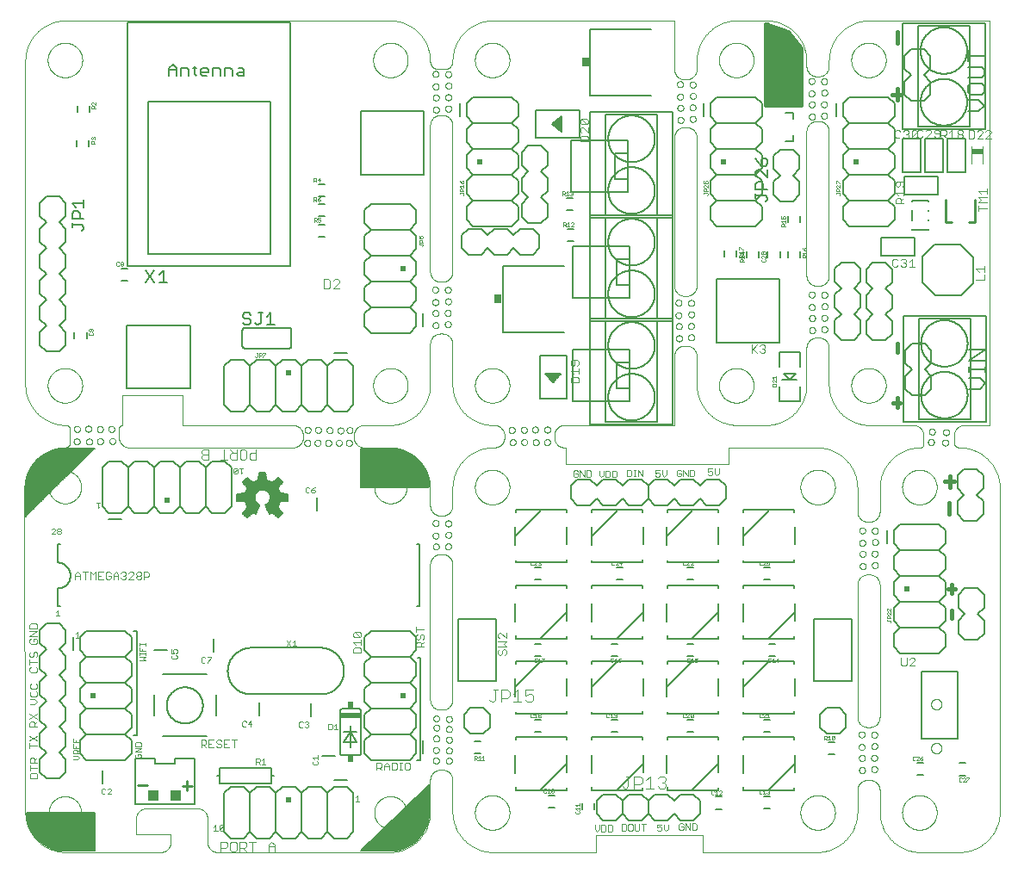
<source format=gto>
G75*
%MOIN*%
%OFA0B0*%
%FSLAX25Y25*%
%IPPOS*%
%LPD*%
%AMOC8*
5,1,8,0,0,1.08239X$1,22.5*
%
%ADD10C,0.00000*%
%ADD11C,0.00200*%
%ADD12C,0.01575*%
%ADD13C,0.00600*%
%ADD14C,0.00300*%
%ADD15R,0.03937X0.03937*%
%ADD16C,0.01000*%
%ADD17C,0.00100*%
%ADD18C,0.00800*%
%ADD19C,0.00500*%
%ADD20R,0.02000X0.02000*%
%ADD21C,0.00700*%
%ADD22C,0.00400*%
%ADD23R,0.03000X0.03400*%
%ADD24R,0.04331X0.02362*%
%ADD25R,0.08000X0.02000*%
%ADD26R,0.02000X0.02500*%
%ADD27C,0.00591*%
D10*
X0017402Y0002763D02*
X0053993Y0002763D01*
X0054117Y0002765D01*
X0054240Y0002771D01*
X0054364Y0002780D01*
X0054486Y0002794D01*
X0054609Y0002811D01*
X0054731Y0002833D01*
X0054852Y0002858D01*
X0054972Y0002887D01*
X0055091Y0002919D01*
X0055210Y0002956D01*
X0055327Y0002996D01*
X0055442Y0003039D01*
X0055557Y0003087D01*
X0055669Y0003138D01*
X0055780Y0003192D01*
X0055890Y0003250D01*
X0055997Y0003311D01*
X0056103Y0003376D01*
X0056206Y0003444D01*
X0056307Y0003515D01*
X0056406Y0003589D01*
X0056503Y0003666D01*
X0056597Y0003747D01*
X0056688Y0003830D01*
X0056777Y0003916D01*
X0056863Y0004005D01*
X0056946Y0004096D01*
X0057027Y0004190D01*
X0057104Y0004287D01*
X0057178Y0004386D01*
X0057249Y0004487D01*
X0057317Y0004590D01*
X0057382Y0004696D01*
X0057443Y0004803D01*
X0057501Y0004913D01*
X0057555Y0005024D01*
X0057606Y0005136D01*
X0057654Y0005251D01*
X0057697Y0005366D01*
X0057737Y0005483D01*
X0057774Y0005602D01*
X0057806Y0005721D01*
X0057835Y0005841D01*
X0057860Y0005962D01*
X0057882Y0006084D01*
X0057899Y0006207D01*
X0057913Y0006329D01*
X0057922Y0006453D01*
X0057928Y0006576D01*
X0057930Y0006700D01*
X0057930Y0009603D01*
X0044607Y0009603D01*
X0044607Y0015798D01*
X0044609Y0015922D01*
X0044615Y0016045D01*
X0044624Y0016169D01*
X0044638Y0016291D01*
X0044655Y0016414D01*
X0044677Y0016536D01*
X0044702Y0016657D01*
X0044731Y0016777D01*
X0044763Y0016896D01*
X0044800Y0017015D01*
X0044840Y0017132D01*
X0044883Y0017247D01*
X0044931Y0017362D01*
X0044982Y0017474D01*
X0045036Y0017585D01*
X0045094Y0017695D01*
X0045155Y0017802D01*
X0045220Y0017908D01*
X0045288Y0018011D01*
X0045359Y0018112D01*
X0045433Y0018211D01*
X0045510Y0018308D01*
X0045591Y0018402D01*
X0045674Y0018493D01*
X0045760Y0018582D01*
X0045849Y0018668D01*
X0045940Y0018751D01*
X0046034Y0018832D01*
X0046131Y0018909D01*
X0046230Y0018983D01*
X0046331Y0019054D01*
X0046434Y0019122D01*
X0046540Y0019187D01*
X0046647Y0019248D01*
X0046757Y0019306D01*
X0046868Y0019360D01*
X0046980Y0019411D01*
X0047095Y0019459D01*
X0047210Y0019502D01*
X0047327Y0019542D01*
X0047446Y0019579D01*
X0047565Y0019611D01*
X0047685Y0019640D01*
X0047806Y0019665D01*
X0047928Y0019687D01*
X0048051Y0019704D01*
X0048173Y0019718D01*
X0048297Y0019727D01*
X0048420Y0019733D01*
X0048544Y0019735D01*
X0068229Y0019735D01*
X0068353Y0019733D01*
X0068476Y0019727D01*
X0068600Y0019718D01*
X0068722Y0019704D01*
X0068845Y0019687D01*
X0068967Y0019665D01*
X0069088Y0019640D01*
X0069208Y0019611D01*
X0069327Y0019579D01*
X0069446Y0019542D01*
X0069563Y0019502D01*
X0069678Y0019459D01*
X0069793Y0019411D01*
X0069905Y0019360D01*
X0070016Y0019306D01*
X0070126Y0019248D01*
X0070233Y0019187D01*
X0070339Y0019122D01*
X0070442Y0019054D01*
X0070543Y0018983D01*
X0070642Y0018909D01*
X0070739Y0018832D01*
X0070833Y0018751D01*
X0070924Y0018668D01*
X0071013Y0018582D01*
X0071099Y0018493D01*
X0071182Y0018402D01*
X0071263Y0018308D01*
X0071340Y0018211D01*
X0071414Y0018112D01*
X0071485Y0018011D01*
X0071553Y0017908D01*
X0071618Y0017802D01*
X0071679Y0017695D01*
X0071737Y0017585D01*
X0071791Y0017474D01*
X0071842Y0017362D01*
X0071890Y0017247D01*
X0071933Y0017132D01*
X0071973Y0017015D01*
X0072010Y0016896D01*
X0072042Y0016777D01*
X0072071Y0016657D01*
X0072096Y0016536D01*
X0072118Y0016414D01*
X0072135Y0016291D01*
X0072149Y0016169D01*
X0072158Y0016045D01*
X0072164Y0015922D01*
X0072166Y0015798D01*
X0072166Y0006700D01*
X0072168Y0006576D01*
X0072174Y0006453D01*
X0072183Y0006329D01*
X0072197Y0006207D01*
X0072214Y0006084D01*
X0072236Y0005962D01*
X0072261Y0005841D01*
X0072290Y0005721D01*
X0072322Y0005602D01*
X0072359Y0005483D01*
X0072399Y0005366D01*
X0072442Y0005251D01*
X0072490Y0005136D01*
X0072541Y0005024D01*
X0072595Y0004913D01*
X0072653Y0004803D01*
X0072714Y0004696D01*
X0072779Y0004590D01*
X0072847Y0004487D01*
X0072918Y0004386D01*
X0072992Y0004287D01*
X0073069Y0004190D01*
X0073150Y0004096D01*
X0073233Y0004005D01*
X0073319Y0003916D01*
X0073408Y0003830D01*
X0073499Y0003747D01*
X0073593Y0003666D01*
X0073690Y0003589D01*
X0073789Y0003515D01*
X0073890Y0003444D01*
X0073993Y0003376D01*
X0074099Y0003311D01*
X0074206Y0003250D01*
X0074316Y0003192D01*
X0074427Y0003138D01*
X0074539Y0003087D01*
X0074654Y0003039D01*
X0074769Y0002996D01*
X0074886Y0002956D01*
X0075005Y0002919D01*
X0075124Y0002887D01*
X0075244Y0002858D01*
X0075365Y0002833D01*
X0075487Y0002811D01*
X0075610Y0002794D01*
X0075732Y0002780D01*
X0075856Y0002771D01*
X0075979Y0002765D01*
X0076103Y0002763D01*
X0142639Y0002763D01*
X0136733Y0018117D02*
X0136735Y0018275D01*
X0136741Y0018433D01*
X0136751Y0018591D01*
X0136765Y0018749D01*
X0136783Y0018906D01*
X0136804Y0019063D01*
X0136830Y0019219D01*
X0136860Y0019375D01*
X0136893Y0019530D01*
X0136931Y0019683D01*
X0136972Y0019836D01*
X0137017Y0019988D01*
X0137066Y0020139D01*
X0137119Y0020288D01*
X0137175Y0020436D01*
X0137235Y0020582D01*
X0137299Y0020727D01*
X0137367Y0020870D01*
X0137438Y0021012D01*
X0137512Y0021152D01*
X0137590Y0021289D01*
X0137672Y0021425D01*
X0137756Y0021559D01*
X0137845Y0021690D01*
X0137936Y0021819D01*
X0138031Y0021946D01*
X0138128Y0022071D01*
X0138229Y0022193D01*
X0138333Y0022312D01*
X0138440Y0022429D01*
X0138550Y0022543D01*
X0138663Y0022654D01*
X0138778Y0022763D01*
X0138896Y0022868D01*
X0139017Y0022970D01*
X0139140Y0023070D01*
X0139266Y0023166D01*
X0139394Y0023259D01*
X0139524Y0023349D01*
X0139657Y0023435D01*
X0139792Y0023519D01*
X0139928Y0023598D01*
X0140067Y0023675D01*
X0140208Y0023747D01*
X0140350Y0023817D01*
X0140494Y0023882D01*
X0140640Y0023944D01*
X0140787Y0024002D01*
X0140936Y0024057D01*
X0141086Y0024108D01*
X0141237Y0024155D01*
X0141389Y0024198D01*
X0141542Y0024237D01*
X0141697Y0024273D01*
X0141852Y0024304D01*
X0142008Y0024332D01*
X0142164Y0024356D01*
X0142321Y0024376D01*
X0142479Y0024392D01*
X0142636Y0024404D01*
X0142795Y0024412D01*
X0142953Y0024416D01*
X0143111Y0024416D01*
X0143269Y0024412D01*
X0143428Y0024404D01*
X0143585Y0024392D01*
X0143743Y0024376D01*
X0143900Y0024356D01*
X0144056Y0024332D01*
X0144212Y0024304D01*
X0144367Y0024273D01*
X0144522Y0024237D01*
X0144675Y0024198D01*
X0144827Y0024155D01*
X0144978Y0024108D01*
X0145128Y0024057D01*
X0145277Y0024002D01*
X0145424Y0023944D01*
X0145570Y0023882D01*
X0145714Y0023817D01*
X0145856Y0023747D01*
X0145997Y0023675D01*
X0146136Y0023598D01*
X0146272Y0023519D01*
X0146407Y0023435D01*
X0146540Y0023349D01*
X0146670Y0023259D01*
X0146798Y0023166D01*
X0146924Y0023070D01*
X0147047Y0022970D01*
X0147168Y0022868D01*
X0147286Y0022763D01*
X0147401Y0022654D01*
X0147514Y0022543D01*
X0147624Y0022429D01*
X0147731Y0022312D01*
X0147835Y0022193D01*
X0147936Y0022071D01*
X0148033Y0021946D01*
X0148128Y0021819D01*
X0148219Y0021690D01*
X0148308Y0021559D01*
X0148392Y0021425D01*
X0148474Y0021289D01*
X0148552Y0021152D01*
X0148626Y0021012D01*
X0148697Y0020870D01*
X0148765Y0020727D01*
X0148829Y0020582D01*
X0148889Y0020436D01*
X0148945Y0020288D01*
X0148998Y0020139D01*
X0149047Y0019988D01*
X0149092Y0019836D01*
X0149133Y0019683D01*
X0149171Y0019530D01*
X0149204Y0019375D01*
X0149234Y0019219D01*
X0149260Y0019063D01*
X0149281Y0018906D01*
X0149299Y0018749D01*
X0149313Y0018591D01*
X0149323Y0018433D01*
X0149329Y0018275D01*
X0149331Y0018117D01*
X0149329Y0017959D01*
X0149323Y0017801D01*
X0149313Y0017643D01*
X0149299Y0017485D01*
X0149281Y0017328D01*
X0149260Y0017171D01*
X0149234Y0017015D01*
X0149204Y0016859D01*
X0149171Y0016704D01*
X0149133Y0016551D01*
X0149092Y0016398D01*
X0149047Y0016246D01*
X0148998Y0016095D01*
X0148945Y0015946D01*
X0148889Y0015798D01*
X0148829Y0015652D01*
X0148765Y0015507D01*
X0148697Y0015364D01*
X0148626Y0015222D01*
X0148552Y0015082D01*
X0148474Y0014945D01*
X0148392Y0014809D01*
X0148308Y0014675D01*
X0148219Y0014544D01*
X0148128Y0014415D01*
X0148033Y0014288D01*
X0147936Y0014163D01*
X0147835Y0014041D01*
X0147731Y0013922D01*
X0147624Y0013805D01*
X0147514Y0013691D01*
X0147401Y0013580D01*
X0147286Y0013471D01*
X0147168Y0013366D01*
X0147047Y0013264D01*
X0146924Y0013164D01*
X0146798Y0013068D01*
X0146670Y0012975D01*
X0146540Y0012885D01*
X0146407Y0012799D01*
X0146272Y0012715D01*
X0146136Y0012636D01*
X0145997Y0012559D01*
X0145856Y0012487D01*
X0145714Y0012417D01*
X0145570Y0012352D01*
X0145424Y0012290D01*
X0145277Y0012232D01*
X0145128Y0012177D01*
X0144978Y0012126D01*
X0144827Y0012079D01*
X0144675Y0012036D01*
X0144522Y0011997D01*
X0144367Y0011961D01*
X0144212Y0011930D01*
X0144056Y0011902D01*
X0143900Y0011878D01*
X0143743Y0011858D01*
X0143585Y0011842D01*
X0143428Y0011830D01*
X0143269Y0011822D01*
X0143111Y0011818D01*
X0142953Y0011818D01*
X0142795Y0011822D01*
X0142636Y0011830D01*
X0142479Y0011842D01*
X0142321Y0011858D01*
X0142164Y0011878D01*
X0142008Y0011902D01*
X0141852Y0011930D01*
X0141697Y0011961D01*
X0141542Y0011997D01*
X0141389Y0012036D01*
X0141237Y0012079D01*
X0141086Y0012126D01*
X0140936Y0012177D01*
X0140787Y0012232D01*
X0140640Y0012290D01*
X0140494Y0012352D01*
X0140350Y0012417D01*
X0140208Y0012487D01*
X0140067Y0012559D01*
X0139928Y0012636D01*
X0139792Y0012715D01*
X0139657Y0012799D01*
X0139524Y0012885D01*
X0139394Y0012975D01*
X0139266Y0013068D01*
X0139140Y0013164D01*
X0139017Y0013264D01*
X0138896Y0013366D01*
X0138778Y0013471D01*
X0138663Y0013580D01*
X0138550Y0013691D01*
X0138440Y0013805D01*
X0138333Y0013922D01*
X0138229Y0014041D01*
X0138128Y0014163D01*
X0138031Y0014288D01*
X0137936Y0014415D01*
X0137845Y0014544D01*
X0137756Y0014675D01*
X0137672Y0014809D01*
X0137590Y0014945D01*
X0137512Y0015082D01*
X0137438Y0015222D01*
X0137367Y0015364D01*
X0137299Y0015507D01*
X0137235Y0015652D01*
X0137175Y0015798D01*
X0137119Y0015946D01*
X0137066Y0016095D01*
X0137017Y0016246D01*
X0136972Y0016398D01*
X0136931Y0016551D01*
X0136893Y0016704D01*
X0136860Y0016859D01*
X0136830Y0017015D01*
X0136804Y0017171D01*
X0136783Y0017328D01*
X0136765Y0017485D01*
X0136751Y0017643D01*
X0136741Y0017801D01*
X0136735Y0017959D01*
X0136733Y0018117D01*
X0142639Y0002763D02*
X0143020Y0002768D01*
X0143400Y0002781D01*
X0143780Y0002804D01*
X0144159Y0002837D01*
X0144537Y0002878D01*
X0144914Y0002928D01*
X0145290Y0002988D01*
X0145665Y0003056D01*
X0146037Y0003134D01*
X0146408Y0003221D01*
X0146776Y0003316D01*
X0147142Y0003421D01*
X0147505Y0003534D01*
X0147866Y0003656D01*
X0148223Y0003786D01*
X0148577Y0003926D01*
X0148928Y0004073D01*
X0149275Y0004230D01*
X0149618Y0004394D01*
X0149957Y0004567D01*
X0150292Y0004748D01*
X0150623Y0004937D01*
X0150948Y0005134D01*
X0151269Y0005338D01*
X0151585Y0005551D01*
X0151895Y0005771D01*
X0152201Y0005998D01*
X0152500Y0006233D01*
X0152794Y0006475D01*
X0153082Y0006723D01*
X0153364Y0006979D01*
X0153639Y0007242D01*
X0153908Y0007511D01*
X0154171Y0007786D01*
X0154427Y0008068D01*
X0154675Y0008356D01*
X0154917Y0008650D01*
X0155152Y0008949D01*
X0155379Y0009255D01*
X0155599Y0009565D01*
X0155812Y0009881D01*
X0156016Y0010202D01*
X0156213Y0010527D01*
X0156402Y0010858D01*
X0156583Y0011193D01*
X0156756Y0011532D01*
X0156920Y0011875D01*
X0157077Y0012222D01*
X0157224Y0012573D01*
X0157364Y0012927D01*
X0157494Y0013284D01*
X0157616Y0013645D01*
X0157729Y0014008D01*
X0157834Y0014374D01*
X0157929Y0014742D01*
X0158016Y0015113D01*
X0158094Y0015485D01*
X0158162Y0015860D01*
X0158222Y0016236D01*
X0158272Y0016613D01*
X0158313Y0016991D01*
X0158346Y0017370D01*
X0158369Y0017750D01*
X0158382Y0018130D01*
X0158387Y0018511D01*
X0158387Y0030716D01*
X0158389Y0030840D01*
X0158395Y0030963D01*
X0158404Y0031087D01*
X0158418Y0031209D01*
X0158435Y0031332D01*
X0158457Y0031454D01*
X0158482Y0031575D01*
X0158511Y0031695D01*
X0158543Y0031814D01*
X0158580Y0031933D01*
X0158620Y0032050D01*
X0158663Y0032165D01*
X0158711Y0032280D01*
X0158762Y0032392D01*
X0158816Y0032503D01*
X0158874Y0032613D01*
X0158935Y0032720D01*
X0159000Y0032826D01*
X0159068Y0032929D01*
X0159139Y0033030D01*
X0159213Y0033129D01*
X0159290Y0033226D01*
X0159371Y0033320D01*
X0159454Y0033411D01*
X0159540Y0033500D01*
X0159629Y0033586D01*
X0159720Y0033669D01*
X0159814Y0033750D01*
X0159911Y0033827D01*
X0160010Y0033901D01*
X0160111Y0033972D01*
X0160214Y0034040D01*
X0160320Y0034105D01*
X0160427Y0034166D01*
X0160537Y0034224D01*
X0160648Y0034278D01*
X0160760Y0034329D01*
X0160875Y0034377D01*
X0160990Y0034420D01*
X0161107Y0034460D01*
X0161226Y0034497D01*
X0161345Y0034529D01*
X0161465Y0034558D01*
X0161586Y0034583D01*
X0161708Y0034605D01*
X0161831Y0034622D01*
X0161953Y0034636D01*
X0162077Y0034645D01*
X0162200Y0034651D01*
X0162324Y0034653D01*
X0163111Y0034653D01*
X0163235Y0034651D01*
X0163358Y0034645D01*
X0163482Y0034636D01*
X0163604Y0034622D01*
X0163727Y0034605D01*
X0163849Y0034583D01*
X0163970Y0034558D01*
X0164090Y0034529D01*
X0164209Y0034497D01*
X0164328Y0034460D01*
X0164445Y0034420D01*
X0164560Y0034377D01*
X0164675Y0034329D01*
X0164787Y0034278D01*
X0164898Y0034224D01*
X0165008Y0034166D01*
X0165115Y0034105D01*
X0165221Y0034040D01*
X0165324Y0033972D01*
X0165425Y0033901D01*
X0165524Y0033827D01*
X0165621Y0033750D01*
X0165715Y0033669D01*
X0165806Y0033586D01*
X0165895Y0033500D01*
X0165981Y0033411D01*
X0166064Y0033320D01*
X0166145Y0033226D01*
X0166222Y0033129D01*
X0166296Y0033030D01*
X0166367Y0032929D01*
X0166435Y0032826D01*
X0166500Y0032720D01*
X0166561Y0032613D01*
X0166619Y0032503D01*
X0166673Y0032392D01*
X0166724Y0032280D01*
X0166772Y0032165D01*
X0166815Y0032050D01*
X0166855Y0031933D01*
X0166892Y0031814D01*
X0166924Y0031695D01*
X0166953Y0031575D01*
X0166978Y0031454D01*
X0167000Y0031332D01*
X0167017Y0031209D01*
X0167031Y0031087D01*
X0167040Y0030963D01*
X0167046Y0030840D01*
X0167048Y0030716D01*
X0167048Y0018511D01*
X0175709Y0018117D02*
X0175711Y0018281D01*
X0175717Y0018445D01*
X0175727Y0018609D01*
X0175741Y0018773D01*
X0175759Y0018936D01*
X0175781Y0019099D01*
X0175808Y0019261D01*
X0175838Y0019423D01*
X0175872Y0019583D01*
X0175910Y0019743D01*
X0175951Y0019902D01*
X0175997Y0020060D01*
X0176047Y0020216D01*
X0176100Y0020372D01*
X0176157Y0020526D01*
X0176218Y0020678D01*
X0176283Y0020829D01*
X0176352Y0020979D01*
X0176424Y0021126D01*
X0176499Y0021272D01*
X0176579Y0021416D01*
X0176661Y0021558D01*
X0176747Y0021698D01*
X0176837Y0021835D01*
X0176930Y0021971D01*
X0177026Y0022104D01*
X0177126Y0022235D01*
X0177228Y0022363D01*
X0177334Y0022489D01*
X0177443Y0022612D01*
X0177555Y0022732D01*
X0177669Y0022850D01*
X0177787Y0022964D01*
X0177907Y0023076D01*
X0178030Y0023185D01*
X0178156Y0023291D01*
X0178284Y0023393D01*
X0178415Y0023493D01*
X0178548Y0023589D01*
X0178684Y0023682D01*
X0178821Y0023772D01*
X0178961Y0023858D01*
X0179103Y0023940D01*
X0179247Y0024020D01*
X0179393Y0024095D01*
X0179540Y0024167D01*
X0179690Y0024236D01*
X0179841Y0024301D01*
X0179993Y0024362D01*
X0180147Y0024419D01*
X0180303Y0024472D01*
X0180459Y0024522D01*
X0180617Y0024568D01*
X0180776Y0024609D01*
X0180936Y0024647D01*
X0181096Y0024681D01*
X0181258Y0024711D01*
X0181420Y0024738D01*
X0181583Y0024760D01*
X0181746Y0024778D01*
X0181910Y0024792D01*
X0182074Y0024802D01*
X0182238Y0024808D01*
X0182402Y0024810D01*
X0182566Y0024808D01*
X0182730Y0024802D01*
X0182894Y0024792D01*
X0183058Y0024778D01*
X0183221Y0024760D01*
X0183384Y0024738D01*
X0183546Y0024711D01*
X0183708Y0024681D01*
X0183868Y0024647D01*
X0184028Y0024609D01*
X0184187Y0024568D01*
X0184345Y0024522D01*
X0184501Y0024472D01*
X0184657Y0024419D01*
X0184811Y0024362D01*
X0184963Y0024301D01*
X0185114Y0024236D01*
X0185264Y0024167D01*
X0185411Y0024095D01*
X0185557Y0024020D01*
X0185701Y0023940D01*
X0185843Y0023858D01*
X0185983Y0023772D01*
X0186120Y0023682D01*
X0186256Y0023589D01*
X0186389Y0023493D01*
X0186520Y0023393D01*
X0186648Y0023291D01*
X0186774Y0023185D01*
X0186897Y0023076D01*
X0187017Y0022964D01*
X0187135Y0022850D01*
X0187249Y0022732D01*
X0187361Y0022612D01*
X0187470Y0022489D01*
X0187576Y0022363D01*
X0187678Y0022235D01*
X0187778Y0022104D01*
X0187874Y0021971D01*
X0187967Y0021835D01*
X0188057Y0021698D01*
X0188143Y0021558D01*
X0188225Y0021416D01*
X0188305Y0021272D01*
X0188380Y0021126D01*
X0188452Y0020979D01*
X0188521Y0020829D01*
X0188586Y0020678D01*
X0188647Y0020526D01*
X0188704Y0020372D01*
X0188757Y0020216D01*
X0188807Y0020060D01*
X0188853Y0019902D01*
X0188894Y0019743D01*
X0188932Y0019583D01*
X0188966Y0019423D01*
X0188996Y0019261D01*
X0189023Y0019099D01*
X0189045Y0018936D01*
X0189063Y0018773D01*
X0189077Y0018609D01*
X0189087Y0018445D01*
X0189093Y0018281D01*
X0189095Y0018117D01*
X0189093Y0017953D01*
X0189087Y0017789D01*
X0189077Y0017625D01*
X0189063Y0017461D01*
X0189045Y0017298D01*
X0189023Y0017135D01*
X0188996Y0016973D01*
X0188966Y0016811D01*
X0188932Y0016651D01*
X0188894Y0016491D01*
X0188853Y0016332D01*
X0188807Y0016174D01*
X0188757Y0016018D01*
X0188704Y0015862D01*
X0188647Y0015708D01*
X0188586Y0015556D01*
X0188521Y0015405D01*
X0188452Y0015255D01*
X0188380Y0015108D01*
X0188305Y0014962D01*
X0188225Y0014818D01*
X0188143Y0014676D01*
X0188057Y0014536D01*
X0187967Y0014399D01*
X0187874Y0014263D01*
X0187778Y0014130D01*
X0187678Y0013999D01*
X0187576Y0013871D01*
X0187470Y0013745D01*
X0187361Y0013622D01*
X0187249Y0013502D01*
X0187135Y0013384D01*
X0187017Y0013270D01*
X0186897Y0013158D01*
X0186774Y0013049D01*
X0186648Y0012943D01*
X0186520Y0012841D01*
X0186389Y0012741D01*
X0186256Y0012645D01*
X0186120Y0012552D01*
X0185983Y0012462D01*
X0185843Y0012376D01*
X0185701Y0012294D01*
X0185557Y0012214D01*
X0185411Y0012139D01*
X0185264Y0012067D01*
X0185114Y0011998D01*
X0184963Y0011933D01*
X0184811Y0011872D01*
X0184657Y0011815D01*
X0184501Y0011762D01*
X0184345Y0011712D01*
X0184187Y0011666D01*
X0184028Y0011625D01*
X0183868Y0011587D01*
X0183708Y0011553D01*
X0183546Y0011523D01*
X0183384Y0011496D01*
X0183221Y0011474D01*
X0183058Y0011456D01*
X0182894Y0011442D01*
X0182730Y0011432D01*
X0182566Y0011426D01*
X0182402Y0011424D01*
X0182238Y0011426D01*
X0182074Y0011432D01*
X0181910Y0011442D01*
X0181746Y0011456D01*
X0181583Y0011474D01*
X0181420Y0011496D01*
X0181258Y0011523D01*
X0181096Y0011553D01*
X0180936Y0011587D01*
X0180776Y0011625D01*
X0180617Y0011666D01*
X0180459Y0011712D01*
X0180303Y0011762D01*
X0180147Y0011815D01*
X0179993Y0011872D01*
X0179841Y0011933D01*
X0179690Y0011998D01*
X0179540Y0012067D01*
X0179393Y0012139D01*
X0179247Y0012214D01*
X0179103Y0012294D01*
X0178961Y0012376D01*
X0178821Y0012462D01*
X0178684Y0012552D01*
X0178548Y0012645D01*
X0178415Y0012741D01*
X0178284Y0012841D01*
X0178156Y0012943D01*
X0178030Y0013049D01*
X0177907Y0013158D01*
X0177787Y0013270D01*
X0177669Y0013384D01*
X0177555Y0013502D01*
X0177443Y0013622D01*
X0177334Y0013745D01*
X0177228Y0013871D01*
X0177126Y0013999D01*
X0177026Y0014130D01*
X0176930Y0014263D01*
X0176837Y0014399D01*
X0176747Y0014536D01*
X0176661Y0014676D01*
X0176579Y0014818D01*
X0176499Y0014962D01*
X0176424Y0015108D01*
X0176352Y0015255D01*
X0176283Y0015405D01*
X0176218Y0015556D01*
X0176157Y0015708D01*
X0176100Y0015862D01*
X0176047Y0016018D01*
X0175997Y0016174D01*
X0175951Y0016332D01*
X0175910Y0016491D01*
X0175872Y0016651D01*
X0175838Y0016811D01*
X0175808Y0016973D01*
X0175781Y0017135D01*
X0175759Y0017298D01*
X0175741Y0017461D01*
X0175727Y0017625D01*
X0175717Y0017789D01*
X0175711Y0017953D01*
X0175709Y0018117D01*
X0167048Y0018511D02*
X0167053Y0018130D01*
X0167066Y0017750D01*
X0167089Y0017370D01*
X0167122Y0016991D01*
X0167163Y0016613D01*
X0167213Y0016236D01*
X0167273Y0015860D01*
X0167341Y0015485D01*
X0167419Y0015113D01*
X0167506Y0014742D01*
X0167601Y0014374D01*
X0167706Y0014008D01*
X0167819Y0013645D01*
X0167941Y0013284D01*
X0168071Y0012927D01*
X0168211Y0012573D01*
X0168358Y0012222D01*
X0168515Y0011875D01*
X0168679Y0011532D01*
X0168852Y0011193D01*
X0169033Y0010858D01*
X0169222Y0010527D01*
X0169419Y0010202D01*
X0169623Y0009881D01*
X0169836Y0009565D01*
X0170056Y0009255D01*
X0170283Y0008949D01*
X0170518Y0008650D01*
X0170760Y0008356D01*
X0171008Y0008068D01*
X0171264Y0007786D01*
X0171527Y0007511D01*
X0171796Y0007242D01*
X0172071Y0006979D01*
X0172353Y0006723D01*
X0172641Y0006475D01*
X0172935Y0006233D01*
X0173234Y0005998D01*
X0173540Y0005771D01*
X0173850Y0005551D01*
X0174166Y0005338D01*
X0174487Y0005134D01*
X0174812Y0004937D01*
X0175143Y0004748D01*
X0175478Y0004567D01*
X0175817Y0004394D01*
X0176160Y0004230D01*
X0176507Y0004073D01*
X0176858Y0003926D01*
X0177212Y0003786D01*
X0177569Y0003656D01*
X0177930Y0003534D01*
X0178293Y0003421D01*
X0178659Y0003316D01*
X0179027Y0003221D01*
X0179398Y0003134D01*
X0179770Y0003056D01*
X0180145Y0002988D01*
X0180521Y0002928D01*
X0180898Y0002878D01*
X0181276Y0002837D01*
X0181655Y0002804D01*
X0182035Y0002781D01*
X0182415Y0002768D01*
X0182796Y0002763D01*
X0222599Y0002802D01*
X0222599Y0009298D01*
X0263741Y0009259D01*
X0263741Y0002763D01*
X0307993Y0002763D01*
X0301694Y0018117D02*
X0301696Y0018281D01*
X0301702Y0018445D01*
X0301712Y0018609D01*
X0301726Y0018773D01*
X0301744Y0018936D01*
X0301766Y0019099D01*
X0301793Y0019261D01*
X0301823Y0019423D01*
X0301857Y0019583D01*
X0301895Y0019743D01*
X0301936Y0019902D01*
X0301982Y0020060D01*
X0302032Y0020216D01*
X0302085Y0020372D01*
X0302142Y0020526D01*
X0302203Y0020678D01*
X0302268Y0020829D01*
X0302337Y0020979D01*
X0302409Y0021126D01*
X0302484Y0021272D01*
X0302564Y0021416D01*
X0302646Y0021558D01*
X0302732Y0021698D01*
X0302822Y0021835D01*
X0302915Y0021971D01*
X0303011Y0022104D01*
X0303111Y0022235D01*
X0303213Y0022363D01*
X0303319Y0022489D01*
X0303428Y0022612D01*
X0303540Y0022732D01*
X0303654Y0022850D01*
X0303772Y0022964D01*
X0303892Y0023076D01*
X0304015Y0023185D01*
X0304141Y0023291D01*
X0304269Y0023393D01*
X0304400Y0023493D01*
X0304533Y0023589D01*
X0304669Y0023682D01*
X0304806Y0023772D01*
X0304946Y0023858D01*
X0305088Y0023940D01*
X0305232Y0024020D01*
X0305378Y0024095D01*
X0305525Y0024167D01*
X0305675Y0024236D01*
X0305826Y0024301D01*
X0305978Y0024362D01*
X0306132Y0024419D01*
X0306288Y0024472D01*
X0306444Y0024522D01*
X0306602Y0024568D01*
X0306761Y0024609D01*
X0306921Y0024647D01*
X0307081Y0024681D01*
X0307243Y0024711D01*
X0307405Y0024738D01*
X0307568Y0024760D01*
X0307731Y0024778D01*
X0307895Y0024792D01*
X0308059Y0024802D01*
X0308223Y0024808D01*
X0308387Y0024810D01*
X0308551Y0024808D01*
X0308715Y0024802D01*
X0308879Y0024792D01*
X0309043Y0024778D01*
X0309206Y0024760D01*
X0309369Y0024738D01*
X0309531Y0024711D01*
X0309693Y0024681D01*
X0309853Y0024647D01*
X0310013Y0024609D01*
X0310172Y0024568D01*
X0310330Y0024522D01*
X0310486Y0024472D01*
X0310642Y0024419D01*
X0310796Y0024362D01*
X0310948Y0024301D01*
X0311099Y0024236D01*
X0311249Y0024167D01*
X0311396Y0024095D01*
X0311542Y0024020D01*
X0311686Y0023940D01*
X0311828Y0023858D01*
X0311968Y0023772D01*
X0312105Y0023682D01*
X0312241Y0023589D01*
X0312374Y0023493D01*
X0312505Y0023393D01*
X0312633Y0023291D01*
X0312759Y0023185D01*
X0312882Y0023076D01*
X0313002Y0022964D01*
X0313120Y0022850D01*
X0313234Y0022732D01*
X0313346Y0022612D01*
X0313455Y0022489D01*
X0313561Y0022363D01*
X0313663Y0022235D01*
X0313763Y0022104D01*
X0313859Y0021971D01*
X0313952Y0021835D01*
X0314042Y0021698D01*
X0314128Y0021558D01*
X0314210Y0021416D01*
X0314290Y0021272D01*
X0314365Y0021126D01*
X0314437Y0020979D01*
X0314506Y0020829D01*
X0314571Y0020678D01*
X0314632Y0020526D01*
X0314689Y0020372D01*
X0314742Y0020216D01*
X0314792Y0020060D01*
X0314838Y0019902D01*
X0314879Y0019743D01*
X0314917Y0019583D01*
X0314951Y0019423D01*
X0314981Y0019261D01*
X0315008Y0019099D01*
X0315030Y0018936D01*
X0315048Y0018773D01*
X0315062Y0018609D01*
X0315072Y0018445D01*
X0315078Y0018281D01*
X0315080Y0018117D01*
X0315078Y0017953D01*
X0315072Y0017789D01*
X0315062Y0017625D01*
X0315048Y0017461D01*
X0315030Y0017298D01*
X0315008Y0017135D01*
X0314981Y0016973D01*
X0314951Y0016811D01*
X0314917Y0016651D01*
X0314879Y0016491D01*
X0314838Y0016332D01*
X0314792Y0016174D01*
X0314742Y0016018D01*
X0314689Y0015862D01*
X0314632Y0015708D01*
X0314571Y0015556D01*
X0314506Y0015405D01*
X0314437Y0015255D01*
X0314365Y0015108D01*
X0314290Y0014962D01*
X0314210Y0014818D01*
X0314128Y0014676D01*
X0314042Y0014536D01*
X0313952Y0014399D01*
X0313859Y0014263D01*
X0313763Y0014130D01*
X0313663Y0013999D01*
X0313561Y0013871D01*
X0313455Y0013745D01*
X0313346Y0013622D01*
X0313234Y0013502D01*
X0313120Y0013384D01*
X0313002Y0013270D01*
X0312882Y0013158D01*
X0312759Y0013049D01*
X0312633Y0012943D01*
X0312505Y0012841D01*
X0312374Y0012741D01*
X0312241Y0012645D01*
X0312105Y0012552D01*
X0311968Y0012462D01*
X0311828Y0012376D01*
X0311686Y0012294D01*
X0311542Y0012214D01*
X0311396Y0012139D01*
X0311249Y0012067D01*
X0311099Y0011998D01*
X0310948Y0011933D01*
X0310796Y0011872D01*
X0310642Y0011815D01*
X0310486Y0011762D01*
X0310330Y0011712D01*
X0310172Y0011666D01*
X0310013Y0011625D01*
X0309853Y0011587D01*
X0309693Y0011553D01*
X0309531Y0011523D01*
X0309369Y0011496D01*
X0309206Y0011474D01*
X0309043Y0011456D01*
X0308879Y0011442D01*
X0308715Y0011432D01*
X0308551Y0011426D01*
X0308387Y0011424D01*
X0308223Y0011426D01*
X0308059Y0011432D01*
X0307895Y0011442D01*
X0307731Y0011456D01*
X0307568Y0011474D01*
X0307405Y0011496D01*
X0307243Y0011523D01*
X0307081Y0011553D01*
X0306921Y0011587D01*
X0306761Y0011625D01*
X0306602Y0011666D01*
X0306444Y0011712D01*
X0306288Y0011762D01*
X0306132Y0011815D01*
X0305978Y0011872D01*
X0305826Y0011933D01*
X0305675Y0011998D01*
X0305525Y0012067D01*
X0305378Y0012139D01*
X0305232Y0012214D01*
X0305088Y0012294D01*
X0304946Y0012376D01*
X0304806Y0012462D01*
X0304669Y0012552D01*
X0304533Y0012645D01*
X0304400Y0012741D01*
X0304269Y0012841D01*
X0304141Y0012943D01*
X0304015Y0013049D01*
X0303892Y0013158D01*
X0303772Y0013270D01*
X0303654Y0013384D01*
X0303540Y0013502D01*
X0303428Y0013622D01*
X0303319Y0013745D01*
X0303213Y0013871D01*
X0303111Y0013999D01*
X0303011Y0014130D01*
X0302915Y0014263D01*
X0302822Y0014399D01*
X0302732Y0014536D01*
X0302646Y0014676D01*
X0302564Y0014818D01*
X0302484Y0014962D01*
X0302409Y0015108D01*
X0302337Y0015255D01*
X0302268Y0015405D01*
X0302203Y0015556D01*
X0302142Y0015708D01*
X0302085Y0015862D01*
X0302032Y0016018D01*
X0301982Y0016174D01*
X0301936Y0016332D01*
X0301895Y0016491D01*
X0301857Y0016651D01*
X0301823Y0016811D01*
X0301793Y0016973D01*
X0301766Y0017135D01*
X0301744Y0017298D01*
X0301726Y0017461D01*
X0301712Y0017625D01*
X0301702Y0017789D01*
X0301696Y0017953D01*
X0301694Y0018117D01*
X0307993Y0002763D02*
X0308374Y0002768D01*
X0308754Y0002781D01*
X0309134Y0002804D01*
X0309513Y0002837D01*
X0309891Y0002878D01*
X0310268Y0002928D01*
X0310644Y0002988D01*
X0311019Y0003056D01*
X0311391Y0003134D01*
X0311762Y0003221D01*
X0312130Y0003316D01*
X0312496Y0003421D01*
X0312859Y0003534D01*
X0313220Y0003656D01*
X0313577Y0003786D01*
X0313931Y0003926D01*
X0314282Y0004073D01*
X0314629Y0004230D01*
X0314972Y0004394D01*
X0315311Y0004567D01*
X0315646Y0004748D01*
X0315977Y0004937D01*
X0316302Y0005134D01*
X0316623Y0005338D01*
X0316939Y0005551D01*
X0317249Y0005771D01*
X0317555Y0005998D01*
X0317854Y0006233D01*
X0318148Y0006475D01*
X0318436Y0006723D01*
X0318718Y0006979D01*
X0318993Y0007242D01*
X0319262Y0007511D01*
X0319525Y0007786D01*
X0319781Y0008068D01*
X0320029Y0008356D01*
X0320271Y0008650D01*
X0320506Y0008949D01*
X0320733Y0009255D01*
X0320953Y0009565D01*
X0321166Y0009881D01*
X0321370Y0010202D01*
X0321567Y0010527D01*
X0321756Y0010858D01*
X0321937Y0011193D01*
X0322110Y0011532D01*
X0322274Y0011875D01*
X0322431Y0012222D01*
X0322578Y0012573D01*
X0322718Y0012927D01*
X0322848Y0013284D01*
X0322970Y0013645D01*
X0323083Y0014008D01*
X0323188Y0014374D01*
X0323283Y0014742D01*
X0323370Y0015113D01*
X0323448Y0015485D01*
X0323516Y0015860D01*
X0323576Y0016236D01*
X0323626Y0016613D01*
X0323667Y0016991D01*
X0323700Y0017370D01*
X0323723Y0017750D01*
X0323736Y0018130D01*
X0323741Y0018511D01*
X0323741Y0026779D01*
X0323743Y0026903D01*
X0323749Y0027026D01*
X0323758Y0027150D01*
X0323772Y0027272D01*
X0323789Y0027395D01*
X0323811Y0027517D01*
X0323836Y0027638D01*
X0323865Y0027758D01*
X0323897Y0027877D01*
X0323934Y0027996D01*
X0323974Y0028113D01*
X0324017Y0028228D01*
X0324065Y0028343D01*
X0324116Y0028455D01*
X0324170Y0028566D01*
X0324228Y0028676D01*
X0324289Y0028783D01*
X0324354Y0028889D01*
X0324422Y0028992D01*
X0324493Y0029093D01*
X0324567Y0029192D01*
X0324644Y0029289D01*
X0324725Y0029383D01*
X0324808Y0029474D01*
X0324894Y0029563D01*
X0324983Y0029649D01*
X0325074Y0029732D01*
X0325168Y0029813D01*
X0325265Y0029890D01*
X0325364Y0029964D01*
X0325465Y0030035D01*
X0325568Y0030103D01*
X0325674Y0030168D01*
X0325781Y0030229D01*
X0325891Y0030287D01*
X0326002Y0030341D01*
X0326114Y0030392D01*
X0326229Y0030440D01*
X0326344Y0030483D01*
X0326461Y0030523D01*
X0326580Y0030560D01*
X0326699Y0030592D01*
X0326819Y0030621D01*
X0326940Y0030646D01*
X0327062Y0030668D01*
X0327185Y0030685D01*
X0327307Y0030699D01*
X0327431Y0030708D01*
X0327554Y0030714D01*
X0327678Y0030716D01*
X0328465Y0030716D01*
X0328589Y0030714D01*
X0328712Y0030708D01*
X0328836Y0030699D01*
X0328958Y0030685D01*
X0329081Y0030668D01*
X0329203Y0030646D01*
X0329324Y0030621D01*
X0329444Y0030592D01*
X0329563Y0030560D01*
X0329682Y0030523D01*
X0329799Y0030483D01*
X0329914Y0030440D01*
X0330029Y0030392D01*
X0330141Y0030341D01*
X0330252Y0030287D01*
X0330362Y0030229D01*
X0330469Y0030168D01*
X0330575Y0030103D01*
X0330678Y0030035D01*
X0330779Y0029964D01*
X0330878Y0029890D01*
X0330975Y0029813D01*
X0331069Y0029732D01*
X0331160Y0029649D01*
X0331249Y0029563D01*
X0331335Y0029474D01*
X0331418Y0029383D01*
X0331499Y0029289D01*
X0331576Y0029192D01*
X0331650Y0029093D01*
X0331721Y0028992D01*
X0331789Y0028889D01*
X0331854Y0028783D01*
X0331915Y0028676D01*
X0331973Y0028566D01*
X0332027Y0028455D01*
X0332078Y0028343D01*
X0332126Y0028228D01*
X0332169Y0028113D01*
X0332209Y0027996D01*
X0332246Y0027877D01*
X0332278Y0027758D01*
X0332307Y0027638D01*
X0332332Y0027517D01*
X0332354Y0027395D01*
X0332371Y0027272D01*
X0332385Y0027150D01*
X0332394Y0027026D01*
X0332400Y0026903D01*
X0332402Y0026779D01*
X0332402Y0018511D01*
X0341064Y0018117D02*
X0341066Y0018281D01*
X0341072Y0018445D01*
X0341082Y0018609D01*
X0341096Y0018773D01*
X0341114Y0018936D01*
X0341136Y0019099D01*
X0341163Y0019261D01*
X0341193Y0019423D01*
X0341227Y0019583D01*
X0341265Y0019743D01*
X0341306Y0019902D01*
X0341352Y0020060D01*
X0341402Y0020216D01*
X0341455Y0020372D01*
X0341512Y0020526D01*
X0341573Y0020678D01*
X0341638Y0020829D01*
X0341707Y0020979D01*
X0341779Y0021126D01*
X0341854Y0021272D01*
X0341934Y0021416D01*
X0342016Y0021558D01*
X0342102Y0021698D01*
X0342192Y0021835D01*
X0342285Y0021971D01*
X0342381Y0022104D01*
X0342481Y0022235D01*
X0342583Y0022363D01*
X0342689Y0022489D01*
X0342798Y0022612D01*
X0342910Y0022732D01*
X0343024Y0022850D01*
X0343142Y0022964D01*
X0343262Y0023076D01*
X0343385Y0023185D01*
X0343511Y0023291D01*
X0343639Y0023393D01*
X0343770Y0023493D01*
X0343903Y0023589D01*
X0344039Y0023682D01*
X0344176Y0023772D01*
X0344316Y0023858D01*
X0344458Y0023940D01*
X0344602Y0024020D01*
X0344748Y0024095D01*
X0344895Y0024167D01*
X0345045Y0024236D01*
X0345196Y0024301D01*
X0345348Y0024362D01*
X0345502Y0024419D01*
X0345658Y0024472D01*
X0345814Y0024522D01*
X0345972Y0024568D01*
X0346131Y0024609D01*
X0346291Y0024647D01*
X0346451Y0024681D01*
X0346613Y0024711D01*
X0346775Y0024738D01*
X0346938Y0024760D01*
X0347101Y0024778D01*
X0347265Y0024792D01*
X0347429Y0024802D01*
X0347593Y0024808D01*
X0347757Y0024810D01*
X0347921Y0024808D01*
X0348085Y0024802D01*
X0348249Y0024792D01*
X0348413Y0024778D01*
X0348576Y0024760D01*
X0348739Y0024738D01*
X0348901Y0024711D01*
X0349063Y0024681D01*
X0349223Y0024647D01*
X0349383Y0024609D01*
X0349542Y0024568D01*
X0349700Y0024522D01*
X0349856Y0024472D01*
X0350012Y0024419D01*
X0350166Y0024362D01*
X0350318Y0024301D01*
X0350469Y0024236D01*
X0350619Y0024167D01*
X0350766Y0024095D01*
X0350912Y0024020D01*
X0351056Y0023940D01*
X0351198Y0023858D01*
X0351338Y0023772D01*
X0351475Y0023682D01*
X0351611Y0023589D01*
X0351744Y0023493D01*
X0351875Y0023393D01*
X0352003Y0023291D01*
X0352129Y0023185D01*
X0352252Y0023076D01*
X0352372Y0022964D01*
X0352490Y0022850D01*
X0352604Y0022732D01*
X0352716Y0022612D01*
X0352825Y0022489D01*
X0352931Y0022363D01*
X0353033Y0022235D01*
X0353133Y0022104D01*
X0353229Y0021971D01*
X0353322Y0021835D01*
X0353412Y0021698D01*
X0353498Y0021558D01*
X0353580Y0021416D01*
X0353660Y0021272D01*
X0353735Y0021126D01*
X0353807Y0020979D01*
X0353876Y0020829D01*
X0353941Y0020678D01*
X0354002Y0020526D01*
X0354059Y0020372D01*
X0354112Y0020216D01*
X0354162Y0020060D01*
X0354208Y0019902D01*
X0354249Y0019743D01*
X0354287Y0019583D01*
X0354321Y0019423D01*
X0354351Y0019261D01*
X0354378Y0019099D01*
X0354400Y0018936D01*
X0354418Y0018773D01*
X0354432Y0018609D01*
X0354442Y0018445D01*
X0354448Y0018281D01*
X0354450Y0018117D01*
X0354448Y0017953D01*
X0354442Y0017789D01*
X0354432Y0017625D01*
X0354418Y0017461D01*
X0354400Y0017298D01*
X0354378Y0017135D01*
X0354351Y0016973D01*
X0354321Y0016811D01*
X0354287Y0016651D01*
X0354249Y0016491D01*
X0354208Y0016332D01*
X0354162Y0016174D01*
X0354112Y0016018D01*
X0354059Y0015862D01*
X0354002Y0015708D01*
X0353941Y0015556D01*
X0353876Y0015405D01*
X0353807Y0015255D01*
X0353735Y0015108D01*
X0353660Y0014962D01*
X0353580Y0014818D01*
X0353498Y0014676D01*
X0353412Y0014536D01*
X0353322Y0014399D01*
X0353229Y0014263D01*
X0353133Y0014130D01*
X0353033Y0013999D01*
X0352931Y0013871D01*
X0352825Y0013745D01*
X0352716Y0013622D01*
X0352604Y0013502D01*
X0352490Y0013384D01*
X0352372Y0013270D01*
X0352252Y0013158D01*
X0352129Y0013049D01*
X0352003Y0012943D01*
X0351875Y0012841D01*
X0351744Y0012741D01*
X0351611Y0012645D01*
X0351475Y0012552D01*
X0351338Y0012462D01*
X0351198Y0012376D01*
X0351056Y0012294D01*
X0350912Y0012214D01*
X0350766Y0012139D01*
X0350619Y0012067D01*
X0350469Y0011998D01*
X0350318Y0011933D01*
X0350166Y0011872D01*
X0350012Y0011815D01*
X0349856Y0011762D01*
X0349700Y0011712D01*
X0349542Y0011666D01*
X0349383Y0011625D01*
X0349223Y0011587D01*
X0349063Y0011553D01*
X0348901Y0011523D01*
X0348739Y0011496D01*
X0348576Y0011474D01*
X0348413Y0011456D01*
X0348249Y0011442D01*
X0348085Y0011432D01*
X0347921Y0011426D01*
X0347757Y0011424D01*
X0347593Y0011426D01*
X0347429Y0011432D01*
X0347265Y0011442D01*
X0347101Y0011456D01*
X0346938Y0011474D01*
X0346775Y0011496D01*
X0346613Y0011523D01*
X0346451Y0011553D01*
X0346291Y0011587D01*
X0346131Y0011625D01*
X0345972Y0011666D01*
X0345814Y0011712D01*
X0345658Y0011762D01*
X0345502Y0011815D01*
X0345348Y0011872D01*
X0345196Y0011933D01*
X0345045Y0011998D01*
X0344895Y0012067D01*
X0344748Y0012139D01*
X0344602Y0012214D01*
X0344458Y0012294D01*
X0344316Y0012376D01*
X0344176Y0012462D01*
X0344039Y0012552D01*
X0343903Y0012645D01*
X0343770Y0012741D01*
X0343639Y0012841D01*
X0343511Y0012943D01*
X0343385Y0013049D01*
X0343262Y0013158D01*
X0343142Y0013270D01*
X0343024Y0013384D01*
X0342910Y0013502D01*
X0342798Y0013622D01*
X0342689Y0013745D01*
X0342583Y0013871D01*
X0342481Y0013999D01*
X0342381Y0014130D01*
X0342285Y0014263D01*
X0342192Y0014399D01*
X0342102Y0014536D01*
X0342016Y0014676D01*
X0341934Y0014818D01*
X0341854Y0014962D01*
X0341779Y0015108D01*
X0341707Y0015255D01*
X0341638Y0015405D01*
X0341573Y0015556D01*
X0341512Y0015708D01*
X0341455Y0015862D01*
X0341402Y0016018D01*
X0341352Y0016174D01*
X0341306Y0016332D01*
X0341265Y0016491D01*
X0341227Y0016651D01*
X0341193Y0016811D01*
X0341163Y0016973D01*
X0341136Y0017135D01*
X0341114Y0017298D01*
X0341096Y0017461D01*
X0341082Y0017625D01*
X0341072Y0017789D01*
X0341066Y0017953D01*
X0341064Y0018117D01*
X0332402Y0018511D02*
X0332407Y0018130D01*
X0332420Y0017750D01*
X0332443Y0017370D01*
X0332476Y0016991D01*
X0332517Y0016613D01*
X0332567Y0016236D01*
X0332627Y0015860D01*
X0332695Y0015485D01*
X0332773Y0015113D01*
X0332860Y0014742D01*
X0332955Y0014374D01*
X0333060Y0014008D01*
X0333173Y0013645D01*
X0333295Y0013284D01*
X0333425Y0012927D01*
X0333565Y0012573D01*
X0333712Y0012222D01*
X0333869Y0011875D01*
X0334033Y0011532D01*
X0334206Y0011193D01*
X0334387Y0010858D01*
X0334576Y0010527D01*
X0334773Y0010202D01*
X0334977Y0009881D01*
X0335190Y0009565D01*
X0335410Y0009255D01*
X0335637Y0008949D01*
X0335872Y0008650D01*
X0336114Y0008356D01*
X0336362Y0008068D01*
X0336618Y0007786D01*
X0336881Y0007511D01*
X0337150Y0007242D01*
X0337425Y0006979D01*
X0337707Y0006723D01*
X0337995Y0006475D01*
X0338289Y0006233D01*
X0338588Y0005998D01*
X0338894Y0005771D01*
X0339204Y0005551D01*
X0339520Y0005338D01*
X0339841Y0005134D01*
X0340166Y0004937D01*
X0340497Y0004748D01*
X0340832Y0004567D01*
X0341171Y0004394D01*
X0341514Y0004230D01*
X0341861Y0004073D01*
X0342212Y0003926D01*
X0342566Y0003786D01*
X0342923Y0003656D01*
X0343284Y0003534D01*
X0343647Y0003421D01*
X0344013Y0003316D01*
X0344381Y0003221D01*
X0344752Y0003134D01*
X0345124Y0003056D01*
X0345499Y0002988D01*
X0345875Y0002928D01*
X0346252Y0002878D01*
X0346630Y0002837D01*
X0347009Y0002804D01*
X0347389Y0002781D01*
X0347769Y0002768D01*
X0348150Y0002763D01*
X0363111Y0002763D01*
X0363492Y0002768D01*
X0363872Y0002781D01*
X0364252Y0002804D01*
X0364631Y0002837D01*
X0365009Y0002878D01*
X0365386Y0002928D01*
X0365762Y0002988D01*
X0366137Y0003056D01*
X0366509Y0003134D01*
X0366880Y0003221D01*
X0367248Y0003316D01*
X0367614Y0003421D01*
X0367977Y0003534D01*
X0368338Y0003656D01*
X0368695Y0003786D01*
X0369049Y0003926D01*
X0369400Y0004073D01*
X0369747Y0004230D01*
X0370090Y0004394D01*
X0370429Y0004567D01*
X0370764Y0004748D01*
X0371095Y0004937D01*
X0371420Y0005134D01*
X0371741Y0005338D01*
X0372057Y0005551D01*
X0372367Y0005771D01*
X0372673Y0005998D01*
X0372972Y0006233D01*
X0373266Y0006475D01*
X0373554Y0006723D01*
X0373836Y0006979D01*
X0374111Y0007242D01*
X0374380Y0007511D01*
X0374643Y0007786D01*
X0374899Y0008068D01*
X0375147Y0008356D01*
X0375389Y0008650D01*
X0375624Y0008949D01*
X0375851Y0009255D01*
X0376071Y0009565D01*
X0376284Y0009881D01*
X0376488Y0010202D01*
X0376685Y0010527D01*
X0376874Y0010858D01*
X0377055Y0011193D01*
X0377228Y0011532D01*
X0377392Y0011875D01*
X0377549Y0012222D01*
X0377696Y0012573D01*
X0377836Y0012927D01*
X0377966Y0013284D01*
X0378088Y0013645D01*
X0378201Y0014008D01*
X0378306Y0014374D01*
X0378401Y0014742D01*
X0378488Y0015113D01*
X0378566Y0015485D01*
X0378634Y0015860D01*
X0378694Y0016236D01*
X0378744Y0016613D01*
X0378785Y0016991D01*
X0378818Y0017370D01*
X0378841Y0017750D01*
X0378854Y0018130D01*
X0378859Y0018511D01*
X0378859Y0143708D01*
X0378854Y0144089D01*
X0378841Y0144469D01*
X0378818Y0144849D01*
X0378785Y0145228D01*
X0378744Y0145606D01*
X0378694Y0145983D01*
X0378634Y0146359D01*
X0378566Y0146734D01*
X0378488Y0147106D01*
X0378401Y0147477D01*
X0378306Y0147845D01*
X0378201Y0148211D01*
X0378088Y0148574D01*
X0377966Y0148935D01*
X0377836Y0149292D01*
X0377696Y0149646D01*
X0377549Y0149997D01*
X0377392Y0150344D01*
X0377228Y0150687D01*
X0377055Y0151026D01*
X0376874Y0151361D01*
X0376685Y0151692D01*
X0376488Y0152017D01*
X0376284Y0152338D01*
X0376071Y0152654D01*
X0375851Y0152964D01*
X0375624Y0153270D01*
X0375389Y0153569D01*
X0375147Y0153863D01*
X0374899Y0154151D01*
X0374643Y0154433D01*
X0374380Y0154708D01*
X0374111Y0154977D01*
X0373836Y0155240D01*
X0373554Y0155496D01*
X0373266Y0155744D01*
X0372972Y0155986D01*
X0372673Y0156221D01*
X0372367Y0156448D01*
X0372057Y0156668D01*
X0371741Y0156881D01*
X0371420Y0157085D01*
X0371095Y0157282D01*
X0370764Y0157471D01*
X0370429Y0157652D01*
X0370090Y0157825D01*
X0369747Y0157989D01*
X0369400Y0158146D01*
X0369049Y0158293D01*
X0368695Y0158433D01*
X0368338Y0158563D01*
X0367977Y0158685D01*
X0367614Y0158798D01*
X0367248Y0158903D01*
X0366880Y0158998D01*
X0366509Y0159085D01*
X0366137Y0159163D01*
X0365762Y0159231D01*
X0365386Y0159291D01*
X0365009Y0159341D01*
X0364631Y0159382D01*
X0364252Y0159415D01*
X0363872Y0159438D01*
X0363492Y0159451D01*
X0363111Y0159456D01*
X0363111Y0159455D02*
X0363025Y0159457D01*
X0362939Y0159462D01*
X0362854Y0159472D01*
X0362769Y0159485D01*
X0362685Y0159502D01*
X0362601Y0159522D01*
X0362519Y0159546D01*
X0362438Y0159574D01*
X0362357Y0159605D01*
X0362279Y0159639D01*
X0362202Y0159677D01*
X0362127Y0159719D01*
X0362053Y0159763D01*
X0361982Y0159811D01*
X0361912Y0159862D01*
X0361845Y0159916D01*
X0361781Y0159972D01*
X0361719Y0160032D01*
X0361659Y0160094D01*
X0361603Y0160158D01*
X0361549Y0160225D01*
X0361498Y0160295D01*
X0361450Y0160366D01*
X0361406Y0160440D01*
X0361364Y0160515D01*
X0361326Y0160592D01*
X0361292Y0160670D01*
X0361261Y0160751D01*
X0361233Y0160832D01*
X0361209Y0160914D01*
X0361189Y0160998D01*
X0361172Y0161082D01*
X0361159Y0161167D01*
X0361149Y0161252D01*
X0361144Y0161338D01*
X0361142Y0161424D01*
X0361143Y0161424D02*
X0361143Y0164180D01*
X0356930Y0165361D02*
X0356932Y0165430D01*
X0356938Y0165498D01*
X0356948Y0165566D01*
X0356962Y0165633D01*
X0356980Y0165700D01*
X0357001Y0165765D01*
X0357027Y0165829D01*
X0357056Y0165891D01*
X0357088Y0165951D01*
X0357124Y0166010D01*
X0357164Y0166066D01*
X0357206Y0166120D01*
X0357252Y0166171D01*
X0357301Y0166220D01*
X0357352Y0166266D01*
X0357406Y0166308D01*
X0357462Y0166348D01*
X0357520Y0166384D01*
X0357581Y0166416D01*
X0357643Y0166445D01*
X0357707Y0166471D01*
X0357772Y0166492D01*
X0357839Y0166510D01*
X0357906Y0166524D01*
X0357974Y0166534D01*
X0358042Y0166540D01*
X0358111Y0166542D01*
X0358180Y0166540D01*
X0358248Y0166534D01*
X0358316Y0166524D01*
X0358383Y0166510D01*
X0358450Y0166492D01*
X0358515Y0166471D01*
X0358579Y0166445D01*
X0358641Y0166416D01*
X0358701Y0166384D01*
X0358760Y0166348D01*
X0358816Y0166308D01*
X0358870Y0166266D01*
X0358921Y0166220D01*
X0358970Y0166171D01*
X0359016Y0166120D01*
X0359058Y0166066D01*
X0359098Y0166010D01*
X0359134Y0165951D01*
X0359166Y0165891D01*
X0359195Y0165829D01*
X0359221Y0165765D01*
X0359242Y0165700D01*
X0359260Y0165633D01*
X0359274Y0165566D01*
X0359284Y0165498D01*
X0359290Y0165430D01*
X0359292Y0165361D01*
X0359290Y0165292D01*
X0359284Y0165224D01*
X0359274Y0165156D01*
X0359260Y0165089D01*
X0359242Y0165022D01*
X0359221Y0164957D01*
X0359195Y0164893D01*
X0359166Y0164831D01*
X0359134Y0164770D01*
X0359098Y0164712D01*
X0359058Y0164656D01*
X0359016Y0164602D01*
X0358970Y0164551D01*
X0358921Y0164502D01*
X0358870Y0164456D01*
X0358816Y0164414D01*
X0358760Y0164374D01*
X0358702Y0164338D01*
X0358641Y0164306D01*
X0358579Y0164277D01*
X0358515Y0164251D01*
X0358450Y0164230D01*
X0358383Y0164212D01*
X0358316Y0164198D01*
X0358248Y0164188D01*
X0358180Y0164182D01*
X0358111Y0164180D01*
X0358042Y0164182D01*
X0357974Y0164188D01*
X0357906Y0164198D01*
X0357839Y0164212D01*
X0357772Y0164230D01*
X0357707Y0164251D01*
X0357643Y0164277D01*
X0357581Y0164306D01*
X0357520Y0164338D01*
X0357462Y0164374D01*
X0357406Y0164414D01*
X0357352Y0164456D01*
X0357301Y0164502D01*
X0357252Y0164551D01*
X0357206Y0164602D01*
X0357164Y0164656D01*
X0357124Y0164712D01*
X0357088Y0164770D01*
X0357056Y0164831D01*
X0357027Y0164893D01*
X0357001Y0164957D01*
X0356980Y0165022D01*
X0356962Y0165089D01*
X0356948Y0165156D01*
X0356938Y0165224D01*
X0356932Y0165292D01*
X0356930Y0165361D01*
X0356576Y0161346D02*
X0356578Y0161415D01*
X0356584Y0161483D01*
X0356594Y0161551D01*
X0356608Y0161618D01*
X0356626Y0161685D01*
X0356647Y0161750D01*
X0356673Y0161814D01*
X0356702Y0161876D01*
X0356734Y0161936D01*
X0356770Y0161995D01*
X0356810Y0162051D01*
X0356852Y0162105D01*
X0356898Y0162156D01*
X0356947Y0162205D01*
X0356998Y0162251D01*
X0357052Y0162293D01*
X0357108Y0162333D01*
X0357166Y0162369D01*
X0357227Y0162401D01*
X0357289Y0162430D01*
X0357353Y0162456D01*
X0357418Y0162477D01*
X0357485Y0162495D01*
X0357552Y0162509D01*
X0357620Y0162519D01*
X0357688Y0162525D01*
X0357757Y0162527D01*
X0357826Y0162525D01*
X0357894Y0162519D01*
X0357962Y0162509D01*
X0358029Y0162495D01*
X0358096Y0162477D01*
X0358161Y0162456D01*
X0358225Y0162430D01*
X0358287Y0162401D01*
X0358347Y0162369D01*
X0358406Y0162333D01*
X0358462Y0162293D01*
X0358516Y0162251D01*
X0358567Y0162205D01*
X0358616Y0162156D01*
X0358662Y0162105D01*
X0358704Y0162051D01*
X0358744Y0161995D01*
X0358780Y0161936D01*
X0358812Y0161876D01*
X0358841Y0161814D01*
X0358867Y0161750D01*
X0358888Y0161685D01*
X0358906Y0161618D01*
X0358920Y0161551D01*
X0358930Y0161483D01*
X0358936Y0161415D01*
X0358938Y0161346D01*
X0358936Y0161277D01*
X0358930Y0161209D01*
X0358920Y0161141D01*
X0358906Y0161074D01*
X0358888Y0161007D01*
X0358867Y0160942D01*
X0358841Y0160878D01*
X0358812Y0160816D01*
X0358780Y0160755D01*
X0358744Y0160697D01*
X0358704Y0160641D01*
X0358662Y0160587D01*
X0358616Y0160536D01*
X0358567Y0160487D01*
X0358516Y0160441D01*
X0358462Y0160399D01*
X0358406Y0160359D01*
X0358348Y0160323D01*
X0358287Y0160291D01*
X0358225Y0160262D01*
X0358161Y0160236D01*
X0358096Y0160215D01*
X0358029Y0160197D01*
X0357962Y0160183D01*
X0357894Y0160173D01*
X0357826Y0160167D01*
X0357757Y0160165D01*
X0357688Y0160167D01*
X0357620Y0160173D01*
X0357552Y0160183D01*
X0357485Y0160197D01*
X0357418Y0160215D01*
X0357353Y0160236D01*
X0357289Y0160262D01*
X0357227Y0160291D01*
X0357166Y0160323D01*
X0357108Y0160359D01*
X0357052Y0160399D01*
X0356998Y0160441D01*
X0356947Y0160487D01*
X0356898Y0160536D01*
X0356852Y0160587D01*
X0356810Y0160641D01*
X0356770Y0160697D01*
X0356734Y0160755D01*
X0356702Y0160816D01*
X0356673Y0160878D01*
X0356647Y0160942D01*
X0356626Y0161007D01*
X0356608Y0161074D01*
X0356594Y0161141D01*
X0356584Y0161209D01*
X0356578Y0161277D01*
X0356576Y0161346D01*
X0351064Y0161503D02*
X0351066Y0161572D01*
X0351072Y0161640D01*
X0351082Y0161708D01*
X0351096Y0161775D01*
X0351114Y0161842D01*
X0351135Y0161907D01*
X0351161Y0161971D01*
X0351190Y0162033D01*
X0351222Y0162093D01*
X0351258Y0162152D01*
X0351298Y0162208D01*
X0351340Y0162262D01*
X0351386Y0162313D01*
X0351435Y0162362D01*
X0351486Y0162408D01*
X0351540Y0162450D01*
X0351596Y0162490D01*
X0351654Y0162526D01*
X0351715Y0162558D01*
X0351777Y0162587D01*
X0351841Y0162613D01*
X0351906Y0162634D01*
X0351973Y0162652D01*
X0352040Y0162666D01*
X0352108Y0162676D01*
X0352176Y0162682D01*
X0352245Y0162684D01*
X0352314Y0162682D01*
X0352382Y0162676D01*
X0352450Y0162666D01*
X0352517Y0162652D01*
X0352584Y0162634D01*
X0352649Y0162613D01*
X0352713Y0162587D01*
X0352775Y0162558D01*
X0352835Y0162526D01*
X0352894Y0162490D01*
X0352950Y0162450D01*
X0353004Y0162408D01*
X0353055Y0162362D01*
X0353104Y0162313D01*
X0353150Y0162262D01*
X0353192Y0162208D01*
X0353232Y0162152D01*
X0353268Y0162093D01*
X0353300Y0162033D01*
X0353329Y0161971D01*
X0353355Y0161907D01*
X0353376Y0161842D01*
X0353394Y0161775D01*
X0353408Y0161708D01*
X0353418Y0161640D01*
X0353424Y0161572D01*
X0353426Y0161503D01*
X0353424Y0161434D01*
X0353418Y0161366D01*
X0353408Y0161298D01*
X0353394Y0161231D01*
X0353376Y0161164D01*
X0353355Y0161099D01*
X0353329Y0161035D01*
X0353300Y0160973D01*
X0353268Y0160912D01*
X0353232Y0160854D01*
X0353192Y0160798D01*
X0353150Y0160744D01*
X0353104Y0160693D01*
X0353055Y0160644D01*
X0353004Y0160598D01*
X0352950Y0160556D01*
X0352894Y0160516D01*
X0352836Y0160480D01*
X0352775Y0160448D01*
X0352713Y0160419D01*
X0352649Y0160393D01*
X0352584Y0160372D01*
X0352517Y0160354D01*
X0352450Y0160340D01*
X0352382Y0160330D01*
X0352314Y0160324D01*
X0352245Y0160322D01*
X0352176Y0160324D01*
X0352108Y0160330D01*
X0352040Y0160340D01*
X0351973Y0160354D01*
X0351906Y0160372D01*
X0351841Y0160393D01*
X0351777Y0160419D01*
X0351715Y0160448D01*
X0351654Y0160480D01*
X0351596Y0160516D01*
X0351540Y0160556D01*
X0351486Y0160598D01*
X0351435Y0160644D01*
X0351386Y0160693D01*
X0351340Y0160744D01*
X0351298Y0160798D01*
X0351258Y0160854D01*
X0351222Y0160912D01*
X0351190Y0160973D01*
X0351161Y0161035D01*
X0351135Y0161099D01*
X0351114Y0161164D01*
X0351096Y0161231D01*
X0351082Y0161298D01*
X0351072Y0161366D01*
X0351066Y0161434D01*
X0351064Y0161503D01*
X0349331Y0160637D02*
X0349331Y0164180D01*
X0351418Y0165598D02*
X0351420Y0165667D01*
X0351426Y0165735D01*
X0351436Y0165803D01*
X0351450Y0165870D01*
X0351468Y0165937D01*
X0351489Y0166002D01*
X0351515Y0166066D01*
X0351544Y0166128D01*
X0351576Y0166188D01*
X0351612Y0166247D01*
X0351652Y0166303D01*
X0351694Y0166357D01*
X0351740Y0166408D01*
X0351789Y0166457D01*
X0351840Y0166503D01*
X0351894Y0166545D01*
X0351950Y0166585D01*
X0352008Y0166621D01*
X0352069Y0166653D01*
X0352131Y0166682D01*
X0352195Y0166708D01*
X0352260Y0166729D01*
X0352327Y0166747D01*
X0352394Y0166761D01*
X0352462Y0166771D01*
X0352530Y0166777D01*
X0352599Y0166779D01*
X0352668Y0166777D01*
X0352736Y0166771D01*
X0352804Y0166761D01*
X0352871Y0166747D01*
X0352938Y0166729D01*
X0353003Y0166708D01*
X0353067Y0166682D01*
X0353129Y0166653D01*
X0353189Y0166621D01*
X0353248Y0166585D01*
X0353304Y0166545D01*
X0353358Y0166503D01*
X0353409Y0166457D01*
X0353458Y0166408D01*
X0353504Y0166357D01*
X0353546Y0166303D01*
X0353586Y0166247D01*
X0353622Y0166188D01*
X0353654Y0166128D01*
X0353683Y0166066D01*
X0353709Y0166002D01*
X0353730Y0165937D01*
X0353748Y0165870D01*
X0353762Y0165803D01*
X0353772Y0165735D01*
X0353778Y0165667D01*
X0353780Y0165598D01*
X0353778Y0165529D01*
X0353772Y0165461D01*
X0353762Y0165393D01*
X0353748Y0165326D01*
X0353730Y0165259D01*
X0353709Y0165194D01*
X0353683Y0165130D01*
X0353654Y0165068D01*
X0353622Y0165007D01*
X0353586Y0164949D01*
X0353546Y0164893D01*
X0353504Y0164839D01*
X0353458Y0164788D01*
X0353409Y0164739D01*
X0353358Y0164693D01*
X0353304Y0164651D01*
X0353248Y0164611D01*
X0353190Y0164575D01*
X0353129Y0164543D01*
X0353067Y0164514D01*
X0353003Y0164488D01*
X0352938Y0164467D01*
X0352871Y0164449D01*
X0352804Y0164435D01*
X0352736Y0164425D01*
X0352668Y0164419D01*
X0352599Y0164417D01*
X0352530Y0164419D01*
X0352462Y0164425D01*
X0352394Y0164435D01*
X0352327Y0164449D01*
X0352260Y0164467D01*
X0352195Y0164488D01*
X0352131Y0164514D01*
X0352069Y0164543D01*
X0352008Y0164575D01*
X0351950Y0164611D01*
X0351894Y0164651D01*
X0351840Y0164693D01*
X0351789Y0164739D01*
X0351740Y0164788D01*
X0351694Y0164839D01*
X0351652Y0164893D01*
X0351612Y0164949D01*
X0351576Y0165007D01*
X0351544Y0165068D01*
X0351515Y0165130D01*
X0351489Y0165194D01*
X0351468Y0165259D01*
X0351450Y0165326D01*
X0351436Y0165393D01*
X0351426Y0165461D01*
X0351420Y0165529D01*
X0351418Y0165598D01*
X0349331Y0160637D02*
X0349329Y0160571D01*
X0349324Y0160505D01*
X0349314Y0160439D01*
X0349301Y0160374D01*
X0349285Y0160310D01*
X0349265Y0160247D01*
X0349241Y0160185D01*
X0349214Y0160125D01*
X0349184Y0160066D01*
X0349150Y0160009D01*
X0349113Y0159954D01*
X0349073Y0159901D01*
X0349031Y0159850D01*
X0348985Y0159802D01*
X0348937Y0159756D01*
X0348886Y0159714D01*
X0348833Y0159674D01*
X0348778Y0159637D01*
X0348721Y0159603D01*
X0348662Y0159573D01*
X0348602Y0159546D01*
X0348540Y0159522D01*
X0348477Y0159502D01*
X0348413Y0159486D01*
X0348348Y0159473D01*
X0348282Y0159463D01*
X0348216Y0159458D01*
X0348150Y0159456D01*
X0349331Y0164180D02*
X0349329Y0164304D01*
X0349323Y0164427D01*
X0349314Y0164551D01*
X0349300Y0164673D01*
X0349283Y0164796D01*
X0349261Y0164918D01*
X0349236Y0165039D01*
X0349207Y0165159D01*
X0349175Y0165278D01*
X0349138Y0165397D01*
X0349098Y0165514D01*
X0349055Y0165629D01*
X0349007Y0165744D01*
X0348956Y0165856D01*
X0348902Y0165967D01*
X0348844Y0166077D01*
X0348783Y0166184D01*
X0348718Y0166290D01*
X0348650Y0166393D01*
X0348579Y0166494D01*
X0348505Y0166593D01*
X0348428Y0166690D01*
X0348347Y0166784D01*
X0348264Y0166875D01*
X0348178Y0166964D01*
X0348089Y0167050D01*
X0347998Y0167133D01*
X0347904Y0167214D01*
X0347807Y0167291D01*
X0347708Y0167365D01*
X0347607Y0167436D01*
X0347504Y0167504D01*
X0347398Y0167569D01*
X0347291Y0167630D01*
X0347181Y0167688D01*
X0347070Y0167742D01*
X0346958Y0167793D01*
X0346843Y0167841D01*
X0346728Y0167884D01*
X0346611Y0167924D01*
X0346492Y0167961D01*
X0346373Y0167993D01*
X0346253Y0168022D01*
X0346132Y0168047D01*
X0346010Y0168069D01*
X0345887Y0168086D01*
X0345765Y0168100D01*
X0345641Y0168109D01*
X0345518Y0168115D01*
X0345394Y0168117D01*
X0328465Y0168117D01*
X0321379Y0183472D02*
X0321381Y0183636D01*
X0321387Y0183800D01*
X0321397Y0183964D01*
X0321411Y0184128D01*
X0321429Y0184291D01*
X0321451Y0184454D01*
X0321478Y0184616D01*
X0321508Y0184778D01*
X0321542Y0184938D01*
X0321580Y0185098D01*
X0321621Y0185257D01*
X0321667Y0185415D01*
X0321717Y0185571D01*
X0321770Y0185727D01*
X0321827Y0185881D01*
X0321888Y0186033D01*
X0321953Y0186184D01*
X0322022Y0186334D01*
X0322094Y0186481D01*
X0322169Y0186627D01*
X0322249Y0186771D01*
X0322331Y0186913D01*
X0322417Y0187053D01*
X0322507Y0187190D01*
X0322600Y0187326D01*
X0322696Y0187459D01*
X0322796Y0187590D01*
X0322898Y0187718D01*
X0323004Y0187844D01*
X0323113Y0187967D01*
X0323225Y0188087D01*
X0323339Y0188205D01*
X0323457Y0188319D01*
X0323577Y0188431D01*
X0323700Y0188540D01*
X0323826Y0188646D01*
X0323954Y0188748D01*
X0324085Y0188848D01*
X0324218Y0188944D01*
X0324354Y0189037D01*
X0324491Y0189127D01*
X0324631Y0189213D01*
X0324773Y0189295D01*
X0324917Y0189375D01*
X0325063Y0189450D01*
X0325210Y0189522D01*
X0325360Y0189591D01*
X0325511Y0189656D01*
X0325663Y0189717D01*
X0325817Y0189774D01*
X0325973Y0189827D01*
X0326129Y0189877D01*
X0326287Y0189923D01*
X0326446Y0189964D01*
X0326606Y0190002D01*
X0326766Y0190036D01*
X0326928Y0190066D01*
X0327090Y0190093D01*
X0327253Y0190115D01*
X0327416Y0190133D01*
X0327580Y0190147D01*
X0327744Y0190157D01*
X0327908Y0190163D01*
X0328072Y0190165D01*
X0328236Y0190163D01*
X0328400Y0190157D01*
X0328564Y0190147D01*
X0328728Y0190133D01*
X0328891Y0190115D01*
X0329054Y0190093D01*
X0329216Y0190066D01*
X0329378Y0190036D01*
X0329538Y0190002D01*
X0329698Y0189964D01*
X0329857Y0189923D01*
X0330015Y0189877D01*
X0330171Y0189827D01*
X0330327Y0189774D01*
X0330481Y0189717D01*
X0330633Y0189656D01*
X0330784Y0189591D01*
X0330934Y0189522D01*
X0331081Y0189450D01*
X0331227Y0189375D01*
X0331371Y0189295D01*
X0331513Y0189213D01*
X0331653Y0189127D01*
X0331790Y0189037D01*
X0331926Y0188944D01*
X0332059Y0188848D01*
X0332190Y0188748D01*
X0332318Y0188646D01*
X0332444Y0188540D01*
X0332567Y0188431D01*
X0332687Y0188319D01*
X0332805Y0188205D01*
X0332919Y0188087D01*
X0333031Y0187967D01*
X0333140Y0187844D01*
X0333246Y0187718D01*
X0333348Y0187590D01*
X0333448Y0187459D01*
X0333544Y0187326D01*
X0333637Y0187190D01*
X0333727Y0187053D01*
X0333813Y0186913D01*
X0333895Y0186771D01*
X0333975Y0186627D01*
X0334050Y0186481D01*
X0334122Y0186334D01*
X0334191Y0186184D01*
X0334256Y0186033D01*
X0334317Y0185881D01*
X0334374Y0185727D01*
X0334427Y0185571D01*
X0334477Y0185415D01*
X0334523Y0185257D01*
X0334564Y0185098D01*
X0334602Y0184938D01*
X0334636Y0184778D01*
X0334666Y0184616D01*
X0334693Y0184454D01*
X0334715Y0184291D01*
X0334733Y0184128D01*
X0334747Y0183964D01*
X0334757Y0183800D01*
X0334763Y0183636D01*
X0334765Y0183472D01*
X0334763Y0183308D01*
X0334757Y0183144D01*
X0334747Y0182980D01*
X0334733Y0182816D01*
X0334715Y0182653D01*
X0334693Y0182490D01*
X0334666Y0182328D01*
X0334636Y0182166D01*
X0334602Y0182006D01*
X0334564Y0181846D01*
X0334523Y0181687D01*
X0334477Y0181529D01*
X0334427Y0181373D01*
X0334374Y0181217D01*
X0334317Y0181063D01*
X0334256Y0180911D01*
X0334191Y0180760D01*
X0334122Y0180610D01*
X0334050Y0180463D01*
X0333975Y0180317D01*
X0333895Y0180173D01*
X0333813Y0180031D01*
X0333727Y0179891D01*
X0333637Y0179754D01*
X0333544Y0179618D01*
X0333448Y0179485D01*
X0333348Y0179354D01*
X0333246Y0179226D01*
X0333140Y0179100D01*
X0333031Y0178977D01*
X0332919Y0178857D01*
X0332805Y0178739D01*
X0332687Y0178625D01*
X0332567Y0178513D01*
X0332444Y0178404D01*
X0332318Y0178298D01*
X0332190Y0178196D01*
X0332059Y0178096D01*
X0331926Y0178000D01*
X0331790Y0177907D01*
X0331653Y0177817D01*
X0331513Y0177731D01*
X0331371Y0177649D01*
X0331227Y0177569D01*
X0331081Y0177494D01*
X0330934Y0177422D01*
X0330784Y0177353D01*
X0330633Y0177288D01*
X0330481Y0177227D01*
X0330327Y0177170D01*
X0330171Y0177117D01*
X0330015Y0177067D01*
X0329857Y0177021D01*
X0329698Y0176980D01*
X0329538Y0176942D01*
X0329378Y0176908D01*
X0329216Y0176878D01*
X0329054Y0176851D01*
X0328891Y0176829D01*
X0328728Y0176811D01*
X0328564Y0176797D01*
X0328400Y0176787D01*
X0328236Y0176781D01*
X0328072Y0176779D01*
X0327908Y0176781D01*
X0327744Y0176787D01*
X0327580Y0176797D01*
X0327416Y0176811D01*
X0327253Y0176829D01*
X0327090Y0176851D01*
X0326928Y0176878D01*
X0326766Y0176908D01*
X0326606Y0176942D01*
X0326446Y0176980D01*
X0326287Y0177021D01*
X0326129Y0177067D01*
X0325973Y0177117D01*
X0325817Y0177170D01*
X0325663Y0177227D01*
X0325511Y0177288D01*
X0325360Y0177353D01*
X0325210Y0177422D01*
X0325063Y0177494D01*
X0324917Y0177569D01*
X0324773Y0177649D01*
X0324631Y0177731D01*
X0324491Y0177817D01*
X0324354Y0177907D01*
X0324218Y0178000D01*
X0324085Y0178096D01*
X0323954Y0178196D01*
X0323826Y0178298D01*
X0323700Y0178404D01*
X0323577Y0178513D01*
X0323457Y0178625D01*
X0323339Y0178739D01*
X0323225Y0178857D01*
X0323113Y0178977D01*
X0323004Y0179100D01*
X0322898Y0179226D01*
X0322796Y0179354D01*
X0322696Y0179485D01*
X0322600Y0179618D01*
X0322507Y0179754D01*
X0322417Y0179891D01*
X0322331Y0180031D01*
X0322249Y0180173D01*
X0322169Y0180317D01*
X0322094Y0180463D01*
X0322022Y0180610D01*
X0321953Y0180760D01*
X0321888Y0180911D01*
X0321827Y0181063D01*
X0321770Y0181217D01*
X0321717Y0181373D01*
X0321667Y0181529D01*
X0321621Y0181687D01*
X0321580Y0181846D01*
X0321542Y0182006D01*
X0321508Y0182166D01*
X0321478Y0182328D01*
X0321451Y0182490D01*
X0321429Y0182653D01*
X0321411Y0182816D01*
X0321397Y0182980D01*
X0321387Y0183144D01*
X0321381Y0183308D01*
X0321379Y0183472D01*
X0312717Y0183865D02*
X0312722Y0183484D01*
X0312735Y0183104D01*
X0312758Y0182724D01*
X0312791Y0182345D01*
X0312832Y0181967D01*
X0312882Y0181590D01*
X0312942Y0181214D01*
X0313010Y0180839D01*
X0313088Y0180467D01*
X0313175Y0180096D01*
X0313270Y0179728D01*
X0313375Y0179362D01*
X0313488Y0178999D01*
X0313610Y0178638D01*
X0313740Y0178281D01*
X0313880Y0177927D01*
X0314027Y0177576D01*
X0314184Y0177229D01*
X0314348Y0176886D01*
X0314521Y0176547D01*
X0314702Y0176212D01*
X0314891Y0175881D01*
X0315088Y0175556D01*
X0315292Y0175235D01*
X0315505Y0174919D01*
X0315725Y0174609D01*
X0315952Y0174303D01*
X0316187Y0174004D01*
X0316429Y0173710D01*
X0316677Y0173422D01*
X0316933Y0173140D01*
X0317196Y0172865D01*
X0317465Y0172596D01*
X0317740Y0172333D01*
X0318022Y0172077D01*
X0318310Y0171829D01*
X0318604Y0171587D01*
X0318903Y0171352D01*
X0319209Y0171125D01*
X0319519Y0170905D01*
X0319835Y0170692D01*
X0320156Y0170488D01*
X0320481Y0170291D01*
X0320812Y0170102D01*
X0321147Y0169921D01*
X0321486Y0169748D01*
X0321829Y0169584D01*
X0322176Y0169427D01*
X0322527Y0169280D01*
X0322881Y0169140D01*
X0323238Y0169010D01*
X0323599Y0168888D01*
X0323962Y0168775D01*
X0324328Y0168670D01*
X0324696Y0168575D01*
X0325067Y0168488D01*
X0325439Y0168410D01*
X0325814Y0168342D01*
X0326190Y0168282D01*
X0326567Y0168232D01*
X0326945Y0168191D01*
X0327324Y0168158D01*
X0327704Y0168135D01*
X0328084Y0168122D01*
X0328465Y0168117D01*
X0307993Y0159456D02*
X0274056Y0159456D01*
X0274056Y0153078D01*
X0210946Y0153078D01*
X0210946Y0159456D01*
X0210355Y0159456D01*
X0210231Y0159458D01*
X0210108Y0159464D01*
X0209984Y0159473D01*
X0209862Y0159487D01*
X0209739Y0159504D01*
X0209617Y0159526D01*
X0209496Y0159551D01*
X0209376Y0159580D01*
X0209257Y0159612D01*
X0209138Y0159649D01*
X0209021Y0159689D01*
X0208906Y0159732D01*
X0208791Y0159780D01*
X0208679Y0159831D01*
X0208568Y0159885D01*
X0208458Y0159943D01*
X0208351Y0160004D01*
X0208245Y0160069D01*
X0208142Y0160137D01*
X0208041Y0160208D01*
X0207942Y0160282D01*
X0207845Y0160359D01*
X0207751Y0160440D01*
X0207660Y0160523D01*
X0207571Y0160609D01*
X0207485Y0160698D01*
X0207402Y0160789D01*
X0207321Y0160883D01*
X0207244Y0160980D01*
X0207170Y0161079D01*
X0207099Y0161180D01*
X0207031Y0161283D01*
X0206966Y0161389D01*
X0206905Y0161496D01*
X0206847Y0161606D01*
X0206793Y0161717D01*
X0206742Y0161829D01*
X0206694Y0161944D01*
X0206651Y0162059D01*
X0206611Y0162176D01*
X0206574Y0162295D01*
X0206542Y0162414D01*
X0206513Y0162534D01*
X0206488Y0162655D01*
X0206466Y0162777D01*
X0206449Y0162900D01*
X0206435Y0163022D01*
X0206426Y0163146D01*
X0206420Y0163269D01*
X0206418Y0163393D01*
X0206418Y0164180D01*
X0202599Y0166385D02*
X0202601Y0166454D01*
X0202607Y0166522D01*
X0202617Y0166590D01*
X0202631Y0166657D01*
X0202649Y0166724D01*
X0202670Y0166789D01*
X0202696Y0166853D01*
X0202725Y0166915D01*
X0202757Y0166975D01*
X0202793Y0167034D01*
X0202833Y0167090D01*
X0202875Y0167144D01*
X0202921Y0167195D01*
X0202970Y0167244D01*
X0203021Y0167290D01*
X0203075Y0167332D01*
X0203131Y0167372D01*
X0203189Y0167408D01*
X0203250Y0167440D01*
X0203312Y0167469D01*
X0203376Y0167495D01*
X0203441Y0167516D01*
X0203508Y0167534D01*
X0203575Y0167548D01*
X0203643Y0167558D01*
X0203711Y0167564D01*
X0203780Y0167566D01*
X0203849Y0167564D01*
X0203917Y0167558D01*
X0203985Y0167548D01*
X0204052Y0167534D01*
X0204119Y0167516D01*
X0204184Y0167495D01*
X0204248Y0167469D01*
X0204310Y0167440D01*
X0204370Y0167408D01*
X0204429Y0167372D01*
X0204485Y0167332D01*
X0204539Y0167290D01*
X0204590Y0167244D01*
X0204639Y0167195D01*
X0204685Y0167144D01*
X0204727Y0167090D01*
X0204767Y0167034D01*
X0204803Y0166975D01*
X0204835Y0166915D01*
X0204864Y0166853D01*
X0204890Y0166789D01*
X0204911Y0166724D01*
X0204929Y0166657D01*
X0204943Y0166590D01*
X0204953Y0166522D01*
X0204959Y0166454D01*
X0204961Y0166385D01*
X0204959Y0166316D01*
X0204953Y0166248D01*
X0204943Y0166180D01*
X0204929Y0166113D01*
X0204911Y0166046D01*
X0204890Y0165981D01*
X0204864Y0165917D01*
X0204835Y0165855D01*
X0204803Y0165794D01*
X0204767Y0165736D01*
X0204727Y0165680D01*
X0204685Y0165626D01*
X0204639Y0165575D01*
X0204590Y0165526D01*
X0204539Y0165480D01*
X0204485Y0165438D01*
X0204429Y0165398D01*
X0204371Y0165362D01*
X0204310Y0165330D01*
X0204248Y0165301D01*
X0204184Y0165275D01*
X0204119Y0165254D01*
X0204052Y0165236D01*
X0203985Y0165222D01*
X0203917Y0165212D01*
X0203849Y0165206D01*
X0203780Y0165204D01*
X0203711Y0165206D01*
X0203643Y0165212D01*
X0203575Y0165222D01*
X0203508Y0165236D01*
X0203441Y0165254D01*
X0203376Y0165275D01*
X0203312Y0165301D01*
X0203250Y0165330D01*
X0203189Y0165362D01*
X0203131Y0165398D01*
X0203075Y0165438D01*
X0203021Y0165480D01*
X0202970Y0165526D01*
X0202921Y0165575D01*
X0202875Y0165626D01*
X0202833Y0165680D01*
X0202793Y0165736D01*
X0202757Y0165794D01*
X0202725Y0165855D01*
X0202696Y0165917D01*
X0202670Y0165981D01*
X0202649Y0166046D01*
X0202631Y0166113D01*
X0202617Y0166180D01*
X0202607Y0166248D01*
X0202601Y0166316D01*
X0202599Y0166385D01*
X0197757Y0166385D02*
X0197759Y0166454D01*
X0197765Y0166522D01*
X0197775Y0166590D01*
X0197789Y0166657D01*
X0197807Y0166724D01*
X0197828Y0166789D01*
X0197854Y0166853D01*
X0197883Y0166915D01*
X0197915Y0166975D01*
X0197951Y0167034D01*
X0197991Y0167090D01*
X0198033Y0167144D01*
X0198079Y0167195D01*
X0198128Y0167244D01*
X0198179Y0167290D01*
X0198233Y0167332D01*
X0198289Y0167372D01*
X0198347Y0167408D01*
X0198408Y0167440D01*
X0198470Y0167469D01*
X0198534Y0167495D01*
X0198599Y0167516D01*
X0198666Y0167534D01*
X0198733Y0167548D01*
X0198801Y0167558D01*
X0198869Y0167564D01*
X0198938Y0167566D01*
X0199007Y0167564D01*
X0199075Y0167558D01*
X0199143Y0167548D01*
X0199210Y0167534D01*
X0199277Y0167516D01*
X0199342Y0167495D01*
X0199406Y0167469D01*
X0199468Y0167440D01*
X0199528Y0167408D01*
X0199587Y0167372D01*
X0199643Y0167332D01*
X0199697Y0167290D01*
X0199748Y0167244D01*
X0199797Y0167195D01*
X0199843Y0167144D01*
X0199885Y0167090D01*
X0199925Y0167034D01*
X0199961Y0166975D01*
X0199993Y0166915D01*
X0200022Y0166853D01*
X0200048Y0166789D01*
X0200069Y0166724D01*
X0200087Y0166657D01*
X0200101Y0166590D01*
X0200111Y0166522D01*
X0200117Y0166454D01*
X0200119Y0166385D01*
X0200117Y0166316D01*
X0200111Y0166248D01*
X0200101Y0166180D01*
X0200087Y0166113D01*
X0200069Y0166046D01*
X0200048Y0165981D01*
X0200022Y0165917D01*
X0199993Y0165855D01*
X0199961Y0165794D01*
X0199925Y0165736D01*
X0199885Y0165680D01*
X0199843Y0165626D01*
X0199797Y0165575D01*
X0199748Y0165526D01*
X0199697Y0165480D01*
X0199643Y0165438D01*
X0199587Y0165398D01*
X0199529Y0165362D01*
X0199468Y0165330D01*
X0199406Y0165301D01*
X0199342Y0165275D01*
X0199277Y0165254D01*
X0199210Y0165236D01*
X0199143Y0165222D01*
X0199075Y0165212D01*
X0199007Y0165206D01*
X0198938Y0165204D01*
X0198869Y0165206D01*
X0198801Y0165212D01*
X0198733Y0165222D01*
X0198666Y0165236D01*
X0198599Y0165254D01*
X0198534Y0165275D01*
X0198470Y0165301D01*
X0198408Y0165330D01*
X0198347Y0165362D01*
X0198289Y0165398D01*
X0198233Y0165438D01*
X0198179Y0165480D01*
X0198128Y0165526D01*
X0198079Y0165575D01*
X0198033Y0165626D01*
X0197991Y0165680D01*
X0197951Y0165736D01*
X0197915Y0165794D01*
X0197883Y0165855D01*
X0197854Y0165917D01*
X0197828Y0165981D01*
X0197807Y0166046D01*
X0197789Y0166113D01*
X0197775Y0166180D01*
X0197765Y0166248D01*
X0197759Y0166316D01*
X0197757Y0166385D01*
X0193505Y0166267D02*
X0193507Y0166336D01*
X0193513Y0166404D01*
X0193523Y0166472D01*
X0193537Y0166539D01*
X0193555Y0166606D01*
X0193576Y0166671D01*
X0193602Y0166735D01*
X0193631Y0166797D01*
X0193663Y0166857D01*
X0193699Y0166916D01*
X0193739Y0166972D01*
X0193781Y0167026D01*
X0193827Y0167077D01*
X0193876Y0167126D01*
X0193927Y0167172D01*
X0193981Y0167214D01*
X0194037Y0167254D01*
X0194095Y0167290D01*
X0194156Y0167322D01*
X0194218Y0167351D01*
X0194282Y0167377D01*
X0194347Y0167398D01*
X0194414Y0167416D01*
X0194481Y0167430D01*
X0194549Y0167440D01*
X0194617Y0167446D01*
X0194686Y0167448D01*
X0194755Y0167446D01*
X0194823Y0167440D01*
X0194891Y0167430D01*
X0194958Y0167416D01*
X0195025Y0167398D01*
X0195090Y0167377D01*
X0195154Y0167351D01*
X0195216Y0167322D01*
X0195276Y0167290D01*
X0195335Y0167254D01*
X0195391Y0167214D01*
X0195445Y0167172D01*
X0195496Y0167126D01*
X0195545Y0167077D01*
X0195591Y0167026D01*
X0195633Y0166972D01*
X0195673Y0166916D01*
X0195709Y0166857D01*
X0195741Y0166797D01*
X0195770Y0166735D01*
X0195796Y0166671D01*
X0195817Y0166606D01*
X0195835Y0166539D01*
X0195849Y0166472D01*
X0195859Y0166404D01*
X0195865Y0166336D01*
X0195867Y0166267D01*
X0195865Y0166198D01*
X0195859Y0166130D01*
X0195849Y0166062D01*
X0195835Y0165995D01*
X0195817Y0165928D01*
X0195796Y0165863D01*
X0195770Y0165799D01*
X0195741Y0165737D01*
X0195709Y0165676D01*
X0195673Y0165618D01*
X0195633Y0165562D01*
X0195591Y0165508D01*
X0195545Y0165457D01*
X0195496Y0165408D01*
X0195445Y0165362D01*
X0195391Y0165320D01*
X0195335Y0165280D01*
X0195277Y0165244D01*
X0195216Y0165212D01*
X0195154Y0165183D01*
X0195090Y0165157D01*
X0195025Y0165136D01*
X0194958Y0165118D01*
X0194891Y0165104D01*
X0194823Y0165094D01*
X0194755Y0165088D01*
X0194686Y0165086D01*
X0194617Y0165088D01*
X0194549Y0165094D01*
X0194481Y0165104D01*
X0194414Y0165118D01*
X0194347Y0165136D01*
X0194282Y0165157D01*
X0194218Y0165183D01*
X0194156Y0165212D01*
X0194095Y0165244D01*
X0194037Y0165280D01*
X0193981Y0165320D01*
X0193927Y0165362D01*
X0193876Y0165408D01*
X0193827Y0165457D01*
X0193781Y0165508D01*
X0193739Y0165562D01*
X0193699Y0165618D01*
X0193663Y0165676D01*
X0193631Y0165737D01*
X0193602Y0165799D01*
X0193576Y0165863D01*
X0193555Y0165928D01*
X0193537Y0165995D01*
X0193523Y0166062D01*
X0193513Y0166130D01*
X0193507Y0166198D01*
X0193505Y0166267D01*
X0188780Y0166228D02*
X0188782Y0166297D01*
X0188788Y0166365D01*
X0188798Y0166433D01*
X0188812Y0166500D01*
X0188830Y0166567D01*
X0188851Y0166632D01*
X0188877Y0166696D01*
X0188906Y0166758D01*
X0188938Y0166818D01*
X0188974Y0166877D01*
X0189014Y0166933D01*
X0189056Y0166987D01*
X0189102Y0167038D01*
X0189151Y0167087D01*
X0189202Y0167133D01*
X0189256Y0167175D01*
X0189312Y0167215D01*
X0189370Y0167251D01*
X0189431Y0167283D01*
X0189493Y0167312D01*
X0189557Y0167338D01*
X0189622Y0167359D01*
X0189689Y0167377D01*
X0189756Y0167391D01*
X0189824Y0167401D01*
X0189892Y0167407D01*
X0189961Y0167409D01*
X0190030Y0167407D01*
X0190098Y0167401D01*
X0190166Y0167391D01*
X0190233Y0167377D01*
X0190300Y0167359D01*
X0190365Y0167338D01*
X0190429Y0167312D01*
X0190491Y0167283D01*
X0190551Y0167251D01*
X0190610Y0167215D01*
X0190666Y0167175D01*
X0190720Y0167133D01*
X0190771Y0167087D01*
X0190820Y0167038D01*
X0190866Y0166987D01*
X0190908Y0166933D01*
X0190948Y0166877D01*
X0190984Y0166818D01*
X0191016Y0166758D01*
X0191045Y0166696D01*
X0191071Y0166632D01*
X0191092Y0166567D01*
X0191110Y0166500D01*
X0191124Y0166433D01*
X0191134Y0166365D01*
X0191140Y0166297D01*
X0191142Y0166228D01*
X0191140Y0166159D01*
X0191134Y0166091D01*
X0191124Y0166023D01*
X0191110Y0165956D01*
X0191092Y0165889D01*
X0191071Y0165824D01*
X0191045Y0165760D01*
X0191016Y0165698D01*
X0190984Y0165637D01*
X0190948Y0165579D01*
X0190908Y0165523D01*
X0190866Y0165469D01*
X0190820Y0165418D01*
X0190771Y0165369D01*
X0190720Y0165323D01*
X0190666Y0165281D01*
X0190610Y0165241D01*
X0190552Y0165205D01*
X0190491Y0165173D01*
X0190429Y0165144D01*
X0190365Y0165118D01*
X0190300Y0165097D01*
X0190233Y0165079D01*
X0190166Y0165065D01*
X0190098Y0165055D01*
X0190030Y0165049D01*
X0189961Y0165047D01*
X0189892Y0165049D01*
X0189824Y0165055D01*
X0189756Y0165065D01*
X0189689Y0165079D01*
X0189622Y0165097D01*
X0189557Y0165118D01*
X0189493Y0165144D01*
X0189431Y0165173D01*
X0189370Y0165205D01*
X0189312Y0165241D01*
X0189256Y0165281D01*
X0189202Y0165323D01*
X0189151Y0165369D01*
X0189102Y0165418D01*
X0189056Y0165469D01*
X0189014Y0165523D01*
X0188974Y0165579D01*
X0188938Y0165637D01*
X0188906Y0165698D01*
X0188877Y0165760D01*
X0188851Y0165824D01*
X0188830Y0165889D01*
X0188812Y0165956D01*
X0188798Y0166023D01*
X0188788Y0166091D01*
X0188782Y0166159D01*
X0188780Y0166228D01*
X0187127Y0164180D02*
X0187127Y0163393D01*
X0189174Y0161503D02*
X0189176Y0161572D01*
X0189182Y0161640D01*
X0189192Y0161708D01*
X0189206Y0161775D01*
X0189224Y0161842D01*
X0189245Y0161907D01*
X0189271Y0161971D01*
X0189300Y0162033D01*
X0189332Y0162093D01*
X0189368Y0162152D01*
X0189408Y0162208D01*
X0189450Y0162262D01*
X0189496Y0162313D01*
X0189545Y0162362D01*
X0189596Y0162408D01*
X0189650Y0162450D01*
X0189706Y0162490D01*
X0189764Y0162526D01*
X0189825Y0162558D01*
X0189887Y0162587D01*
X0189951Y0162613D01*
X0190016Y0162634D01*
X0190083Y0162652D01*
X0190150Y0162666D01*
X0190218Y0162676D01*
X0190286Y0162682D01*
X0190355Y0162684D01*
X0190424Y0162682D01*
X0190492Y0162676D01*
X0190560Y0162666D01*
X0190627Y0162652D01*
X0190694Y0162634D01*
X0190759Y0162613D01*
X0190823Y0162587D01*
X0190885Y0162558D01*
X0190945Y0162526D01*
X0191004Y0162490D01*
X0191060Y0162450D01*
X0191114Y0162408D01*
X0191165Y0162362D01*
X0191214Y0162313D01*
X0191260Y0162262D01*
X0191302Y0162208D01*
X0191342Y0162152D01*
X0191378Y0162093D01*
X0191410Y0162033D01*
X0191439Y0161971D01*
X0191465Y0161907D01*
X0191486Y0161842D01*
X0191504Y0161775D01*
X0191518Y0161708D01*
X0191528Y0161640D01*
X0191534Y0161572D01*
X0191536Y0161503D01*
X0191534Y0161434D01*
X0191528Y0161366D01*
X0191518Y0161298D01*
X0191504Y0161231D01*
X0191486Y0161164D01*
X0191465Y0161099D01*
X0191439Y0161035D01*
X0191410Y0160973D01*
X0191378Y0160912D01*
X0191342Y0160854D01*
X0191302Y0160798D01*
X0191260Y0160744D01*
X0191214Y0160693D01*
X0191165Y0160644D01*
X0191114Y0160598D01*
X0191060Y0160556D01*
X0191004Y0160516D01*
X0190946Y0160480D01*
X0190885Y0160448D01*
X0190823Y0160419D01*
X0190759Y0160393D01*
X0190694Y0160372D01*
X0190627Y0160354D01*
X0190560Y0160340D01*
X0190492Y0160330D01*
X0190424Y0160324D01*
X0190355Y0160322D01*
X0190286Y0160324D01*
X0190218Y0160330D01*
X0190150Y0160340D01*
X0190083Y0160354D01*
X0190016Y0160372D01*
X0189951Y0160393D01*
X0189887Y0160419D01*
X0189825Y0160448D01*
X0189764Y0160480D01*
X0189706Y0160516D01*
X0189650Y0160556D01*
X0189596Y0160598D01*
X0189545Y0160644D01*
X0189496Y0160693D01*
X0189450Y0160744D01*
X0189408Y0160798D01*
X0189368Y0160854D01*
X0189332Y0160912D01*
X0189300Y0160973D01*
X0189271Y0161035D01*
X0189245Y0161099D01*
X0189224Y0161164D01*
X0189206Y0161231D01*
X0189192Y0161298D01*
X0189182Y0161366D01*
X0189176Y0161434D01*
X0189174Y0161503D01*
X0187127Y0163393D02*
X0187125Y0163269D01*
X0187119Y0163146D01*
X0187110Y0163022D01*
X0187096Y0162900D01*
X0187079Y0162777D01*
X0187057Y0162655D01*
X0187032Y0162534D01*
X0187003Y0162414D01*
X0186971Y0162295D01*
X0186934Y0162176D01*
X0186894Y0162059D01*
X0186851Y0161944D01*
X0186803Y0161829D01*
X0186752Y0161717D01*
X0186698Y0161606D01*
X0186640Y0161496D01*
X0186579Y0161389D01*
X0186514Y0161283D01*
X0186446Y0161180D01*
X0186375Y0161079D01*
X0186301Y0160980D01*
X0186224Y0160883D01*
X0186143Y0160789D01*
X0186060Y0160698D01*
X0185974Y0160609D01*
X0185885Y0160523D01*
X0185794Y0160440D01*
X0185700Y0160359D01*
X0185603Y0160282D01*
X0185504Y0160208D01*
X0185403Y0160137D01*
X0185300Y0160069D01*
X0185194Y0160004D01*
X0185087Y0159943D01*
X0184977Y0159885D01*
X0184866Y0159831D01*
X0184754Y0159780D01*
X0184639Y0159732D01*
X0184524Y0159689D01*
X0184407Y0159649D01*
X0184288Y0159612D01*
X0184169Y0159580D01*
X0184049Y0159551D01*
X0183928Y0159526D01*
X0183806Y0159504D01*
X0183683Y0159487D01*
X0183561Y0159473D01*
X0183437Y0159464D01*
X0183314Y0159458D01*
X0183190Y0159456D01*
X0182796Y0159456D01*
X0187127Y0164180D02*
X0187125Y0164304D01*
X0187119Y0164427D01*
X0187110Y0164551D01*
X0187096Y0164673D01*
X0187079Y0164796D01*
X0187057Y0164918D01*
X0187032Y0165039D01*
X0187003Y0165159D01*
X0186971Y0165278D01*
X0186934Y0165397D01*
X0186894Y0165514D01*
X0186851Y0165629D01*
X0186803Y0165744D01*
X0186752Y0165856D01*
X0186698Y0165967D01*
X0186640Y0166077D01*
X0186579Y0166184D01*
X0186514Y0166290D01*
X0186446Y0166393D01*
X0186375Y0166494D01*
X0186301Y0166593D01*
X0186224Y0166690D01*
X0186143Y0166784D01*
X0186060Y0166875D01*
X0185974Y0166964D01*
X0185885Y0167050D01*
X0185794Y0167133D01*
X0185700Y0167214D01*
X0185603Y0167291D01*
X0185504Y0167365D01*
X0185403Y0167436D01*
X0185300Y0167504D01*
X0185194Y0167569D01*
X0185087Y0167630D01*
X0184977Y0167688D01*
X0184866Y0167742D01*
X0184754Y0167793D01*
X0184639Y0167841D01*
X0184524Y0167884D01*
X0184407Y0167924D01*
X0184288Y0167961D01*
X0184169Y0167993D01*
X0184049Y0168022D01*
X0183928Y0168047D01*
X0183806Y0168069D01*
X0183683Y0168086D01*
X0183561Y0168100D01*
X0183437Y0168109D01*
X0183314Y0168115D01*
X0183190Y0168117D01*
X0182796Y0168117D01*
X0193584Y0161543D02*
X0193586Y0161612D01*
X0193592Y0161680D01*
X0193602Y0161748D01*
X0193616Y0161815D01*
X0193634Y0161882D01*
X0193655Y0161947D01*
X0193681Y0162011D01*
X0193710Y0162073D01*
X0193742Y0162133D01*
X0193778Y0162192D01*
X0193818Y0162248D01*
X0193860Y0162302D01*
X0193906Y0162353D01*
X0193955Y0162402D01*
X0194006Y0162448D01*
X0194060Y0162490D01*
X0194116Y0162530D01*
X0194174Y0162566D01*
X0194235Y0162598D01*
X0194297Y0162627D01*
X0194361Y0162653D01*
X0194426Y0162674D01*
X0194493Y0162692D01*
X0194560Y0162706D01*
X0194628Y0162716D01*
X0194696Y0162722D01*
X0194765Y0162724D01*
X0194834Y0162722D01*
X0194902Y0162716D01*
X0194970Y0162706D01*
X0195037Y0162692D01*
X0195104Y0162674D01*
X0195169Y0162653D01*
X0195233Y0162627D01*
X0195295Y0162598D01*
X0195355Y0162566D01*
X0195414Y0162530D01*
X0195470Y0162490D01*
X0195524Y0162448D01*
X0195575Y0162402D01*
X0195624Y0162353D01*
X0195670Y0162302D01*
X0195712Y0162248D01*
X0195752Y0162192D01*
X0195788Y0162133D01*
X0195820Y0162073D01*
X0195849Y0162011D01*
X0195875Y0161947D01*
X0195896Y0161882D01*
X0195914Y0161815D01*
X0195928Y0161748D01*
X0195938Y0161680D01*
X0195944Y0161612D01*
X0195946Y0161543D01*
X0195944Y0161474D01*
X0195938Y0161406D01*
X0195928Y0161338D01*
X0195914Y0161271D01*
X0195896Y0161204D01*
X0195875Y0161139D01*
X0195849Y0161075D01*
X0195820Y0161013D01*
X0195788Y0160952D01*
X0195752Y0160894D01*
X0195712Y0160838D01*
X0195670Y0160784D01*
X0195624Y0160733D01*
X0195575Y0160684D01*
X0195524Y0160638D01*
X0195470Y0160596D01*
X0195414Y0160556D01*
X0195356Y0160520D01*
X0195295Y0160488D01*
X0195233Y0160459D01*
X0195169Y0160433D01*
X0195104Y0160412D01*
X0195037Y0160394D01*
X0194970Y0160380D01*
X0194902Y0160370D01*
X0194834Y0160364D01*
X0194765Y0160362D01*
X0194696Y0160364D01*
X0194628Y0160370D01*
X0194560Y0160380D01*
X0194493Y0160394D01*
X0194426Y0160412D01*
X0194361Y0160433D01*
X0194297Y0160459D01*
X0194235Y0160488D01*
X0194174Y0160520D01*
X0194116Y0160556D01*
X0194060Y0160596D01*
X0194006Y0160638D01*
X0193955Y0160684D01*
X0193906Y0160733D01*
X0193860Y0160784D01*
X0193818Y0160838D01*
X0193778Y0160894D01*
X0193742Y0160952D01*
X0193710Y0161013D01*
X0193681Y0161075D01*
X0193655Y0161139D01*
X0193634Y0161204D01*
X0193616Y0161271D01*
X0193602Y0161338D01*
X0193592Y0161406D01*
X0193586Y0161474D01*
X0193584Y0161543D01*
X0198072Y0161424D02*
X0198074Y0161493D01*
X0198080Y0161561D01*
X0198090Y0161629D01*
X0198104Y0161696D01*
X0198122Y0161763D01*
X0198143Y0161828D01*
X0198169Y0161892D01*
X0198198Y0161954D01*
X0198230Y0162014D01*
X0198266Y0162073D01*
X0198306Y0162129D01*
X0198348Y0162183D01*
X0198394Y0162234D01*
X0198443Y0162283D01*
X0198494Y0162329D01*
X0198548Y0162371D01*
X0198604Y0162411D01*
X0198662Y0162447D01*
X0198723Y0162479D01*
X0198785Y0162508D01*
X0198849Y0162534D01*
X0198914Y0162555D01*
X0198981Y0162573D01*
X0199048Y0162587D01*
X0199116Y0162597D01*
X0199184Y0162603D01*
X0199253Y0162605D01*
X0199322Y0162603D01*
X0199390Y0162597D01*
X0199458Y0162587D01*
X0199525Y0162573D01*
X0199592Y0162555D01*
X0199657Y0162534D01*
X0199721Y0162508D01*
X0199783Y0162479D01*
X0199843Y0162447D01*
X0199902Y0162411D01*
X0199958Y0162371D01*
X0200012Y0162329D01*
X0200063Y0162283D01*
X0200112Y0162234D01*
X0200158Y0162183D01*
X0200200Y0162129D01*
X0200240Y0162073D01*
X0200276Y0162014D01*
X0200308Y0161954D01*
X0200337Y0161892D01*
X0200363Y0161828D01*
X0200384Y0161763D01*
X0200402Y0161696D01*
X0200416Y0161629D01*
X0200426Y0161561D01*
X0200432Y0161493D01*
X0200434Y0161424D01*
X0200432Y0161355D01*
X0200426Y0161287D01*
X0200416Y0161219D01*
X0200402Y0161152D01*
X0200384Y0161085D01*
X0200363Y0161020D01*
X0200337Y0160956D01*
X0200308Y0160894D01*
X0200276Y0160833D01*
X0200240Y0160775D01*
X0200200Y0160719D01*
X0200158Y0160665D01*
X0200112Y0160614D01*
X0200063Y0160565D01*
X0200012Y0160519D01*
X0199958Y0160477D01*
X0199902Y0160437D01*
X0199844Y0160401D01*
X0199783Y0160369D01*
X0199721Y0160340D01*
X0199657Y0160314D01*
X0199592Y0160293D01*
X0199525Y0160275D01*
X0199458Y0160261D01*
X0199390Y0160251D01*
X0199322Y0160245D01*
X0199253Y0160243D01*
X0199184Y0160245D01*
X0199116Y0160251D01*
X0199048Y0160261D01*
X0198981Y0160275D01*
X0198914Y0160293D01*
X0198849Y0160314D01*
X0198785Y0160340D01*
X0198723Y0160369D01*
X0198662Y0160401D01*
X0198604Y0160437D01*
X0198548Y0160477D01*
X0198494Y0160519D01*
X0198443Y0160565D01*
X0198394Y0160614D01*
X0198348Y0160665D01*
X0198306Y0160719D01*
X0198266Y0160775D01*
X0198230Y0160833D01*
X0198198Y0160894D01*
X0198169Y0160956D01*
X0198143Y0161020D01*
X0198122Y0161085D01*
X0198104Y0161152D01*
X0198090Y0161219D01*
X0198080Y0161287D01*
X0198074Y0161355D01*
X0198072Y0161424D01*
X0202481Y0161503D02*
X0202483Y0161572D01*
X0202489Y0161640D01*
X0202499Y0161708D01*
X0202513Y0161775D01*
X0202531Y0161842D01*
X0202552Y0161907D01*
X0202578Y0161971D01*
X0202607Y0162033D01*
X0202639Y0162093D01*
X0202675Y0162152D01*
X0202715Y0162208D01*
X0202757Y0162262D01*
X0202803Y0162313D01*
X0202852Y0162362D01*
X0202903Y0162408D01*
X0202957Y0162450D01*
X0203013Y0162490D01*
X0203071Y0162526D01*
X0203132Y0162558D01*
X0203194Y0162587D01*
X0203258Y0162613D01*
X0203323Y0162634D01*
X0203390Y0162652D01*
X0203457Y0162666D01*
X0203525Y0162676D01*
X0203593Y0162682D01*
X0203662Y0162684D01*
X0203731Y0162682D01*
X0203799Y0162676D01*
X0203867Y0162666D01*
X0203934Y0162652D01*
X0204001Y0162634D01*
X0204066Y0162613D01*
X0204130Y0162587D01*
X0204192Y0162558D01*
X0204252Y0162526D01*
X0204311Y0162490D01*
X0204367Y0162450D01*
X0204421Y0162408D01*
X0204472Y0162362D01*
X0204521Y0162313D01*
X0204567Y0162262D01*
X0204609Y0162208D01*
X0204649Y0162152D01*
X0204685Y0162093D01*
X0204717Y0162033D01*
X0204746Y0161971D01*
X0204772Y0161907D01*
X0204793Y0161842D01*
X0204811Y0161775D01*
X0204825Y0161708D01*
X0204835Y0161640D01*
X0204841Y0161572D01*
X0204843Y0161503D01*
X0204841Y0161434D01*
X0204835Y0161366D01*
X0204825Y0161298D01*
X0204811Y0161231D01*
X0204793Y0161164D01*
X0204772Y0161099D01*
X0204746Y0161035D01*
X0204717Y0160973D01*
X0204685Y0160912D01*
X0204649Y0160854D01*
X0204609Y0160798D01*
X0204567Y0160744D01*
X0204521Y0160693D01*
X0204472Y0160644D01*
X0204421Y0160598D01*
X0204367Y0160556D01*
X0204311Y0160516D01*
X0204253Y0160480D01*
X0204192Y0160448D01*
X0204130Y0160419D01*
X0204066Y0160393D01*
X0204001Y0160372D01*
X0203934Y0160354D01*
X0203867Y0160340D01*
X0203799Y0160330D01*
X0203731Y0160324D01*
X0203662Y0160322D01*
X0203593Y0160324D01*
X0203525Y0160330D01*
X0203457Y0160340D01*
X0203390Y0160354D01*
X0203323Y0160372D01*
X0203258Y0160393D01*
X0203194Y0160419D01*
X0203132Y0160448D01*
X0203071Y0160480D01*
X0203013Y0160516D01*
X0202957Y0160556D01*
X0202903Y0160598D01*
X0202852Y0160644D01*
X0202803Y0160693D01*
X0202757Y0160744D01*
X0202715Y0160798D01*
X0202675Y0160854D01*
X0202639Y0160912D01*
X0202607Y0160973D01*
X0202578Y0161035D01*
X0202552Y0161099D01*
X0202531Y0161164D01*
X0202513Y0161231D01*
X0202499Y0161298D01*
X0202489Y0161366D01*
X0202483Y0161434D01*
X0202481Y0161503D01*
X0206418Y0164180D02*
X0206420Y0164304D01*
X0206426Y0164427D01*
X0206435Y0164551D01*
X0206449Y0164673D01*
X0206466Y0164796D01*
X0206488Y0164918D01*
X0206513Y0165039D01*
X0206542Y0165159D01*
X0206574Y0165278D01*
X0206611Y0165397D01*
X0206651Y0165514D01*
X0206694Y0165629D01*
X0206742Y0165744D01*
X0206793Y0165856D01*
X0206847Y0165967D01*
X0206905Y0166077D01*
X0206966Y0166184D01*
X0207031Y0166290D01*
X0207099Y0166393D01*
X0207170Y0166494D01*
X0207244Y0166593D01*
X0207321Y0166690D01*
X0207402Y0166784D01*
X0207485Y0166875D01*
X0207571Y0166964D01*
X0207660Y0167050D01*
X0207751Y0167133D01*
X0207845Y0167214D01*
X0207942Y0167291D01*
X0208041Y0167365D01*
X0208142Y0167436D01*
X0208245Y0167504D01*
X0208351Y0167569D01*
X0208458Y0167630D01*
X0208568Y0167688D01*
X0208679Y0167742D01*
X0208791Y0167793D01*
X0208906Y0167841D01*
X0209021Y0167884D01*
X0209138Y0167924D01*
X0209257Y0167961D01*
X0209376Y0167993D01*
X0209496Y0168022D01*
X0209617Y0168047D01*
X0209739Y0168069D01*
X0209862Y0168086D01*
X0209984Y0168100D01*
X0210108Y0168109D01*
X0210231Y0168115D01*
X0210355Y0168117D01*
X0252875Y0168117D01*
X0252875Y0194889D01*
X0252877Y0195013D01*
X0252883Y0195136D01*
X0252892Y0195260D01*
X0252906Y0195382D01*
X0252923Y0195505D01*
X0252945Y0195627D01*
X0252970Y0195748D01*
X0252999Y0195868D01*
X0253031Y0195987D01*
X0253068Y0196106D01*
X0253108Y0196223D01*
X0253151Y0196338D01*
X0253199Y0196453D01*
X0253250Y0196565D01*
X0253304Y0196676D01*
X0253362Y0196786D01*
X0253423Y0196893D01*
X0253488Y0196999D01*
X0253556Y0197102D01*
X0253627Y0197203D01*
X0253701Y0197302D01*
X0253778Y0197399D01*
X0253859Y0197493D01*
X0253942Y0197584D01*
X0254028Y0197673D01*
X0254117Y0197759D01*
X0254208Y0197842D01*
X0254302Y0197923D01*
X0254399Y0198000D01*
X0254498Y0198074D01*
X0254599Y0198145D01*
X0254702Y0198213D01*
X0254808Y0198278D01*
X0254915Y0198339D01*
X0255025Y0198397D01*
X0255136Y0198451D01*
X0255248Y0198502D01*
X0255363Y0198550D01*
X0255478Y0198593D01*
X0255595Y0198633D01*
X0255714Y0198670D01*
X0255833Y0198702D01*
X0255953Y0198731D01*
X0256074Y0198756D01*
X0256196Y0198778D01*
X0256319Y0198795D01*
X0256441Y0198809D01*
X0256565Y0198818D01*
X0256688Y0198824D01*
X0256812Y0198826D01*
X0257599Y0198826D01*
X0258229Y0202094D02*
X0258231Y0202163D01*
X0258237Y0202231D01*
X0258247Y0202299D01*
X0258261Y0202366D01*
X0258279Y0202433D01*
X0258300Y0202498D01*
X0258326Y0202562D01*
X0258355Y0202624D01*
X0258387Y0202684D01*
X0258423Y0202743D01*
X0258463Y0202799D01*
X0258505Y0202853D01*
X0258551Y0202904D01*
X0258600Y0202953D01*
X0258651Y0202999D01*
X0258705Y0203041D01*
X0258761Y0203081D01*
X0258819Y0203117D01*
X0258880Y0203149D01*
X0258942Y0203178D01*
X0259006Y0203204D01*
X0259071Y0203225D01*
X0259138Y0203243D01*
X0259205Y0203257D01*
X0259273Y0203267D01*
X0259341Y0203273D01*
X0259410Y0203275D01*
X0259479Y0203273D01*
X0259547Y0203267D01*
X0259615Y0203257D01*
X0259682Y0203243D01*
X0259749Y0203225D01*
X0259814Y0203204D01*
X0259878Y0203178D01*
X0259940Y0203149D01*
X0260000Y0203117D01*
X0260059Y0203081D01*
X0260115Y0203041D01*
X0260169Y0202999D01*
X0260220Y0202953D01*
X0260269Y0202904D01*
X0260315Y0202853D01*
X0260357Y0202799D01*
X0260397Y0202743D01*
X0260433Y0202684D01*
X0260465Y0202624D01*
X0260494Y0202562D01*
X0260520Y0202498D01*
X0260541Y0202433D01*
X0260559Y0202366D01*
X0260573Y0202299D01*
X0260583Y0202231D01*
X0260589Y0202163D01*
X0260591Y0202094D01*
X0260589Y0202025D01*
X0260583Y0201957D01*
X0260573Y0201889D01*
X0260559Y0201822D01*
X0260541Y0201755D01*
X0260520Y0201690D01*
X0260494Y0201626D01*
X0260465Y0201564D01*
X0260433Y0201503D01*
X0260397Y0201445D01*
X0260357Y0201389D01*
X0260315Y0201335D01*
X0260269Y0201284D01*
X0260220Y0201235D01*
X0260169Y0201189D01*
X0260115Y0201147D01*
X0260059Y0201107D01*
X0260001Y0201071D01*
X0259940Y0201039D01*
X0259878Y0201010D01*
X0259814Y0200984D01*
X0259749Y0200963D01*
X0259682Y0200945D01*
X0259615Y0200931D01*
X0259547Y0200921D01*
X0259479Y0200915D01*
X0259410Y0200913D01*
X0259341Y0200915D01*
X0259273Y0200921D01*
X0259205Y0200931D01*
X0259138Y0200945D01*
X0259071Y0200963D01*
X0259006Y0200984D01*
X0258942Y0201010D01*
X0258880Y0201039D01*
X0258819Y0201071D01*
X0258761Y0201107D01*
X0258705Y0201147D01*
X0258651Y0201189D01*
X0258600Y0201235D01*
X0258551Y0201284D01*
X0258505Y0201335D01*
X0258463Y0201389D01*
X0258423Y0201445D01*
X0258387Y0201503D01*
X0258355Y0201564D01*
X0258326Y0201626D01*
X0258300Y0201690D01*
X0258279Y0201755D01*
X0258261Y0201822D01*
X0258247Y0201889D01*
X0258237Y0201957D01*
X0258231Y0202025D01*
X0258229Y0202094D01*
X0253505Y0201700D02*
X0253507Y0201769D01*
X0253513Y0201837D01*
X0253523Y0201905D01*
X0253537Y0201972D01*
X0253555Y0202039D01*
X0253576Y0202104D01*
X0253602Y0202168D01*
X0253631Y0202230D01*
X0253663Y0202290D01*
X0253699Y0202349D01*
X0253739Y0202405D01*
X0253781Y0202459D01*
X0253827Y0202510D01*
X0253876Y0202559D01*
X0253927Y0202605D01*
X0253981Y0202647D01*
X0254037Y0202687D01*
X0254095Y0202723D01*
X0254156Y0202755D01*
X0254218Y0202784D01*
X0254282Y0202810D01*
X0254347Y0202831D01*
X0254414Y0202849D01*
X0254481Y0202863D01*
X0254549Y0202873D01*
X0254617Y0202879D01*
X0254686Y0202881D01*
X0254755Y0202879D01*
X0254823Y0202873D01*
X0254891Y0202863D01*
X0254958Y0202849D01*
X0255025Y0202831D01*
X0255090Y0202810D01*
X0255154Y0202784D01*
X0255216Y0202755D01*
X0255276Y0202723D01*
X0255335Y0202687D01*
X0255391Y0202647D01*
X0255445Y0202605D01*
X0255496Y0202559D01*
X0255545Y0202510D01*
X0255591Y0202459D01*
X0255633Y0202405D01*
X0255673Y0202349D01*
X0255709Y0202290D01*
X0255741Y0202230D01*
X0255770Y0202168D01*
X0255796Y0202104D01*
X0255817Y0202039D01*
X0255835Y0201972D01*
X0255849Y0201905D01*
X0255859Y0201837D01*
X0255865Y0201769D01*
X0255867Y0201700D01*
X0255865Y0201631D01*
X0255859Y0201563D01*
X0255849Y0201495D01*
X0255835Y0201428D01*
X0255817Y0201361D01*
X0255796Y0201296D01*
X0255770Y0201232D01*
X0255741Y0201170D01*
X0255709Y0201109D01*
X0255673Y0201051D01*
X0255633Y0200995D01*
X0255591Y0200941D01*
X0255545Y0200890D01*
X0255496Y0200841D01*
X0255445Y0200795D01*
X0255391Y0200753D01*
X0255335Y0200713D01*
X0255277Y0200677D01*
X0255216Y0200645D01*
X0255154Y0200616D01*
X0255090Y0200590D01*
X0255025Y0200569D01*
X0254958Y0200551D01*
X0254891Y0200537D01*
X0254823Y0200527D01*
X0254755Y0200521D01*
X0254686Y0200519D01*
X0254617Y0200521D01*
X0254549Y0200527D01*
X0254481Y0200537D01*
X0254414Y0200551D01*
X0254347Y0200569D01*
X0254282Y0200590D01*
X0254218Y0200616D01*
X0254156Y0200645D01*
X0254095Y0200677D01*
X0254037Y0200713D01*
X0253981Y0200753D01*
X0253927Y0200795D01*
X0253876Y0200841D01*
X0253827Y0200890D01*
X0253781Y0200941D01*
X0253739Y0200995D01*
X0253699Y0201051D01*
X0253663Y0201109D01*
X0253631Y0201170D01*
X0253602Y0201232D01*
X0253576Y0201296D01*
X0253555Y0201361D01*
X0253537Y0201428D01*
X0253523Y0201495D01*
X0253513Y0201563D01*
X0253507Y0201631D01*
X0253505Y0201700D01*
X0253465Y0206424D02*
X0253467Y0206493D01*
X0253473Y0206561D01*
X0253483Y0206629D01*
X0253497Y0206696D01*
X0253515Y0206763D01*
X0253536Y0206828D01*
X0253562Y0206892D01*
X0253591Y0206954D01*
X0253623Y0207014D01*
X0253659Y0207073D01*
X0253699Y0207129D01*
X0253741Y0207183D01*
X0253787Y0207234D01*
X0253836Y0207283D01*
X0253887Y0207329D01*
X0253941Y0207371D01*
X0253997Y0207411D01*
X0254055Y0207447D01*
X0254116Y0207479D01*
X0254178Y0207508D01*
X0254242Y0207534D01*
X0254307Y0207555D01*
X0254374Y0207573D01*
X0254441Y0207587D01*
X0254509Y0207597D01*
X0254577Y0207603D01*
X0254646Y0207605D01*
X0254715Y0207603D01*
X0254783Y0207597D01*
X0254851Y0207587D01*
X0254918Y0207573D01*
X0254985Y0207555D01*
X0255050Y0207534D01*
X0255114Y0207508D01*
X0255176Y0207479D01*
X0255236Y0207447D01*
X0255295Y0207411D01*
X0255351Y0207371D01*
X0255405Y0207329D01*
X0255456Y0207283D01*
X0255505Y0207234D01*
X0255551Y0207183D01*
X0255593Y0207129D01*
X0255633Y0207073D01*
X0255669Y0207014D01*
X0255701Y0206954D01*
X0255730Y0206892D01*
X0255756Y0206828D01*
X0255777Y0206763D01*
X0255795Y0206696D01*
X0255809Y0206629D01*
X0255819Y0206561D01*
X0255825Y0206493D01*
X0255827Y0206424D01*
X0255825Y0206355D01*
X0255819Y0206287D01*
X0255809Y0206219D01*
X0255795Y0206152D01*
X0255777Y0206085D01*
X0255756Y0206020D01*
X0255730Y0205956D01*
X0255701Y0205894D01*
X0255669Y0205833D01*
X0255633Y0205775D01*
X0255593Y0205719D01*
X0255551Y0205665D01*
X0255505Y0205614D01*
X0255456Y0205565D01*
X0255405Y0205519D01*
X0255351Y0205477D01*
X0255295Y0205437D01*
X0255237Y0205401D01*
X0255176Y0205369D01*
X0255114Y0205340D01*
X0255050Y0205314D01*
X0254985Y0205293D01*
X0254918Y0205275D01*
X0254851Y0205261D01*
X0254783Y0205251D01*
X0254715Y0205245D01*
X0254646Y0205243D01*
X0254577Y0205245D01*
X0254509Y0205251D01*
X0254441Y0205261D01*
X0254374Y0205275D01*
X0254307Y0205293D01*
X0254242Y0205314D01*
X0254178Y0205340D01*
X0254116Y0205369D01*
X0254055Y0205401D01*
X0253997Y0205437D01*
X0253941Y0205477D01*
X0253887Y0205519D01*
X0253836Y0205565D01*
X0253787Y0205614D01*
X0253741Y0205665D01*
X0253699Y0205719D01*
X0253659Y0205775D01*
X0253623Y0205833D01*
X0253591Y0205894D01*
X0253562Y0205956D01*
X0253536Y0206020D01*
X0253515Y0206085D01*
X0253497Y0206152D01*
X0253483Y0206219D01*
X0253473Y0206287D01*
X0253467Y0206355D01*
X0253465Y0206424D01*
X0253347Y0210676D02*
X0253349Y0210745D01*
X0253355Y0210813D01*
X0253365Y0210881D01*
X0253379Y0210948D01*
X0253397Y0211015D01*
X0253418Y0211080D01*
X0253444Y0211144D01*
X0253473Y0211206D01*
X0253505Y0211266D01*
X0253541Y0211325D01*
X0253581Y0211381D01*
X0253623Y0211435D01*
X0253669Y0211486D01*
X0253718Y0211535D01*
X0253769Y0211581D01*
X0253823Y0211623D01*
X0253879Y0211663D01*
X0253937Y0211699D01*
X0253998Y0211731D01*
X0254060Y0211760D01*
X0254124Y0211786D01*
X0254189Y0211807D01*
X0254256Y0211825D01*
X0254323Y0211839D01*
X0254391Y0211849D01*
X0254459Y0211855D01*
X0254528Y0211857D01*
X0254597Y0211855D01*
X0254665Y0211849D01*
X0254733Y0211839D01*
X0254800Y0211825D01*
X0254867Y0211807D01*
X0254932Y0211786D01*
X0254996Y0211760D01*
X0255058Y0211731D01*
X0255118Y0211699D01*
X0255177Y0211663D01*
X0255233Y0211623D01*
X0255287Y0211581D01*
X0255338Y0211535D01*
X0255387Y0211486D01*
X0255433Y0211435D01*
X0255475Y0211381D01*
X0255515Y0211325D01*
X0255551Y0211266D01*
X0255583Y0211206D01*
X0255612Y0211144D01*
X0255638Y0211080D01*
X0255659Y0211015D01*
X0255677Y0210948D01*
X0255691Y0210881D01*
X0255701Y0210813D01*
X0255707Y0210745D01*
X0255709Y0210676D01*
X0255707Y0210607D01*
X0255701Y0210539D01*
X0255691Y0210471D01*
X0255677Y0210404D01*
X0255659Y0210337D01*
X0255638Y0210272D01*
X0255612Y0210208D01*
X0255583Y0210146D01*
X0255551Y0210085D01*
X0255515Y0210027D01*
X0255475Y0209971D01*
X0255433Y0209917D01*
X0255387Y0209866D01*
X0255338Y0209817D01*
X0255287Y0209771D01*
X0255233Y0209729D01*
X0255177Y0209689D01*
X0255119Y0209653D01*
X0255058Y0209621D01*
X0254996Y0209592D01*
X0254932Y0209566D01*
X0254867Y0209545D01*
X0254800Y0209527D01*
X0254733Y0209513D01*
X0254665Y0209503D01*
X0254597Y0209497D01*
X0254528Y0209495D01*
X0254459Y0209497D01*
X0254391Y0209503D01*
X0254323Y0209513D01*
X0254256Y0209527D01*
X0254189Y0209545D01*
X0254124Y0209566D01*
X0254060Y0209592D01*
X0253998Y0209621D01*
X0253937Y0209653D01*
X0253879Y0209689D01*
X0253823Y0209729D01*
X0253769Y0209771D01*
X0253718Y0209817D01*
X0253669Y0209866D01*
X0253623Y0209917D01*
X0253581Y0209971D01*
X0253541Y0210027D01*
X0253505Y0210085D01*
X0253473Y0210146D01*
X0253444Y0210208D01*
X0253418Y0210272D01*
X0253397Y0210337D01*
X0253379Y0210404D01*
X0253365Y0210471D01*
X0253355Y0210539D01*
X0253349Y0210607D01*
X0253347Y0210676D01*
X0253347Y0215519D02*
X0253349Y0215588D01*
X0253355Y0215656D01*
X0253365Y0215724D01*
X0253379Y0215791D01*
X0253397Y0215858D01*
X0253418Y0215923D01*
X0253444Y0215987D01*
X0253473Y0216049D01*
X0253505Y0216109D01*
X0253541Y0216168D01*
X0253581Y0216224D01*
X0253623Y0216278D01*
X0253669Y0216329D01*
X0253718Y0216378D01*
X0253769Y0216424D01*
X0253823Y0216466D01*
X0253879Y0216506D01*
X0253937Y0216542D01*
X0253998Y0216574D01*
X0254060Y0216603D01*
X0254124Y0216629D01*
X0254189Y0216650D01*
X0254256Y0216668D01*
X0254323Y0216682D01*
X0254391Y0216692D01*
X0254459Y0216698D01*
X0254528Y0216700D01*
X0254597Y0216698D01*
X0254665Y0216692D01*
X0254733Y0216682D01*
X0254800Y0216668D01*
X0254867Y0216650D01*
X0254932Y0216629D01*
X0254996Y0216603D01*
X0255058Y0216574D01*
X0255118Y0216542D01*
X0255177Y0216506D01*
X0255233Y0216466D01*
X0255287Y0216424D01*
X0255338Y0216378D01*
X0255387Y0216329D01*
X0255433Y0216278D01*
X0255475Y0216224D01*
X0255515Y0216168D01*
X0255551Y0216109D01*
X0255583Y0216049D01*
X0255612Y0215987D01*
X0255638Y0215923D01*
X0255659Y0215858D01*
X0255677Y0215791D01*
X0255691Y0215724D01*
X0255701Y0215656D01*
X0255707Y0215588D01*
X0255709Y0215519D01*
X0255707Y0215450D01*
X0255701Y0215382D01*
X0255691Y0215314D01*
X0255677Y0215247D01*
X0255659Y0215180D01*
X0255638Y0215115D01*
X0255612Y0215051D01*
X0255583Y0214989D01*
X0255551Y0214928D01*
X0255515Y0214870D01*
X0255475Y0214814D01*
X0255433Y0214760D01*
X0255387Y0214709D01*
X0255338Y0214660D01*
X0255287Y0214614D01*
X0255233Y0214572D01*
X0255177Y0214532D01*
X0255119Y0214496D01*
X0255058Y0214464D01*
X0254996Y0214435D01*
X0254932Y0214409D01*
X0254867Y0214388D01*
X0254800Y0214370D01*
X0254733Y0214356D01*
X0254665Y0214346D01*
X0254597Y0214340D01*
X0254528Y0214338D01*
X0254459Y0214340D01*
X0254391Y0214346D01*
X0254323Y0214356D01*
X0254256Y0214370D01*
X0254189Y0214388D01*
X0254124Y0214409D01*
X0254060Y0214435D01*
X0253998Y0214464D01*
X0253937Y0214496D01*
X0253879Y0214532D01*
X0253823Y0214572D01*
X0253769Y0214614D01*
X0253718Y0214660D01*
X0253669Y0214709D01*
X0253623Y0214760D01*
X0253581Y0214814D01*
X0253541Y0214870D01*
X0253505Y0214928D01*
X0253473Y0214989D01*
X0253444Y0215051D01*
X0253418Y0215115D01*
X0253397Y0215180D01*
X0253379Y0215247D01*
X0253365Y0215314D01*
X0253355Y0215382D01*
X0253349Y0215450D01*
X0253347Y0215519D01*
X0256812Y0218117D02*
X0257599Y0218117D01*
X0258229Y0215401D02*
X0258231Y0215470D01*
X0258237Y0215538D01*
X0258247Y0215606D01*
X0258261Y0215673D01*
X0258279Y0215740D01*
X0258300Y0215805D01*
X0258326Y0215869D01*
X0258355Y0215931D01*
X0258387Y0215991D01*
X0258423Y0216050D01*
X0258463Y0216106D01*
X0258505Y0216160D01*
X0258551Y0216211D01*
X0258600Y0216260D01*
X0258651Y0216306D01*
X0258705Y0216348D01*
X0258761Y0216388D01*
X0258819Y0216424D01*
X0258880Y0216456D01*
X0258942Y0216485D01*
X0259006Y0216511D01*
X0259071Y0216532D01*
X0259138Y0216550D01*
X0259205Y0216564D01*
X0259273Y0216574D01*
X0259341Y0216580D01*
X0259410Y0216582D01*
X0259479Y0216580D01*
X0259547Y0216574D01*
X0259615Y0216564D01*
X0259682Y0216550D01*
X0259749Y0216532D01*
X0259814Y0216511D01*
X0259878Y0216485D01*
X0259940Y0216456D01*
X0260000Y0216424D01*
X0260059Y0216388D01*
X0260115Y0216348D01*
X0260169Y0216306D01*
X0260220Y0216260D01*
X0260269Y0216211D01*
X0260315Y0216160D01*
X0260357Y0216106D01*
X0260397Y0216050D01*
X0260433Y0215991D01*
X0260465Y0215931D01*
X0260494Y0215869D01*
X0260520Y0215805D01*
X0260541Y0215740D01*
X0260559Y0215673D01*
X0260573Y0215606D01*
X0260583Y0215538D01*
X0260589Y0215470D01*
X0260591Y0215401D01*
X0260589Y0215332D01*
X0260583Y0215264D01*
X0260573Y0215196D01*
X0260559Y0215129D01*
X0260541Y0215062D01*
X0260520Y0214997D01*
X0260494Y0214933D01*
X0260465Y0214871D01*
X0260433Y0214810D01*
X0260397Y0214752D01*
X0260357Y0214696D01*
X0260315Y0214642D01*
X0260269Y0214591D01*
X0260220Y0214542D01*
X0260169Y0214496D01*
X0260115Y0214454D01*
X0260059Y0214414D01*
X0260001Y0214378D01*
X0259940Y0214346D01*
X0259878Y0214317D01*
X0259814Y0214291D01*
X0259749Y0214270D01*
X0259682Y0214252D01*
X0259615Y0214238D01*
X0259547Y0214228D01*
X0259479Y0214222D01*
X0259410Y0214220D01*
X0259341Y0214222D01*
X0259273Y0214228D01*
X0259205Y0214238D01*
X0259138Y0214252D01*
X0259071Y0214270D01*
X0259006Y0214291D01*
X0258942Y0214317D01*
X0258880Y0214346D01*
X0258819Y0214378D01*
X0258761Y0214414D01*
X0258705Y0214454D01*
X0258651Y0214496D01*
X0258600Y0214542D01*
X0258551Y0214591D01*
X0258505Y0214642D01*
X0258463Y0214696D01*
X0258423Y0214752D01*
X0258387Y0214810D01*
X0258355Y0214871D01*
X0258326Y0214933D01*
X0258300Y0214997D01*
X0258279Y0215062D01*
X0258261Y0215129D01*
X0258247Y0215196D01*
X0258237Y0215264D01*
X0258231Y0215332D01*
X0258229Y0215401D01*
X0258308Y0210991D02*
X0258310Y0211060D01*
X0258316Y0211128D01*
X0258326Y0211196D01*
X0258340Y0211263D01*
X0258358Y0211330D01*
X0258379Y0211395D01*
X0258405Y0211459D01*
X0258434Y0211521D01*
X0258466Y0211581D01*
X0258502Y0211640D01*
X0258542Y0211696D01*
X0258584Y0211750D01*
X0258630Y0211801D01*
X0258679Y0211850D01*
X0258730Y0211896D01*
X0258784Y0211938D01*
X0258840Y0211978D01*
X0258898Y0212014D01*
X0258959Y0212046D01*
X0259021Y0212075D01*
X0259085Y0212101D01*
X0259150Y0212122D01*
X0259217Y0212140D01*
X0259284Y0212154D01*
X0259352Y0212164D01*
X0259420Y0212170D01*
X0259489Y0212172D01*
X0259558Y0212170D01*
X0259626Y0212164D01*
X0259694Y0212154D01*
X0259761Y0212140D01*
X0259828Y0212122D01*
X0259893Y0212101D01*
X0259957Y0212075D01*
X0260019Y0212046D01*
X0260079Y0212014D01*
X0260138Y0211978D01*
X0260194Y0211938D01*
X0260248Y0211896D01*
X0260299Y0211850D01*
X0260348Y0211801D01*
X0260394Y0211750D01*
X0260436Y0211696D01*
X0260476Y0211640D01*
X0260512Y0211581D01*
X0260544Y0211521D01*
X0260573Y0211459D01*
X0260599Y0211395D01*
X0260620Y0211330D01*
X0260638Y0211263D01*
X0260652Y0211196D01*
X0260662Y0211128D01*
X0260668Y0211060D01*
X0260670Y0210991D01*
X0260668Y0210922D01*
X0260662Y0210854D01*
X0260652Y0210786D01*
X0260638Y0210719D01*
X0260620Y0210652D01*
X0260599Y0210587D01*
X0260573Y0210523D01*
X0260544Y0210461D01*
X0260512Y0210400D01*
X0260476Y0210342D01*
X0260436Y0210286D01*
X0260394Y0210232D01*
X0260348Y0210181D01*
X0260299Y0210132D01*
X0260248Y0210086D01*
X0260194Y0210044D01*
X0260138Y0210004D01*
X0260080Y0209968D01*
X0260019Y0209936D01*
X0259957Y0209907D01*
X0259893Y0209881D01*
X0259828Y0209860D01*
X0259761Y0209842D01*
X0259694Y0209828D01*
X0259626Y0209818D01*
X0259558Y0209812D01*
X0259489Y0209810D01*
X0259420Y0209812D01*
X0259352Y0209818D01*
X0259284Y0209828D01*
X0259217Y0209842D01*
X0259150Y0209860D01*
X0259085Y0209881D01*
X0259021Y0209907D01*
X0258959Y0209936D01*
X0258898Y0209968D01*
X0258840Y0210004D01*
X0258784Y0210044D01*
X0258730Y0210086D01*
X0258679Y0210132D01*
X0258630Y0210181D01*
X0258584Y0210232D01*
X0258542Y0210286D01*
X0258502Y0210342D01*
X0258466Y0210400D01*
X0258434Y0210461D01*
X0258405Y0210523D01*
X0258379Y0210587D01*
X0258358Y0210652D01*
X0258340Y0210719D01*
X0258326Y0210786D01*
X0258316Y0210854D01*
X0258310Y0210922D01*
X0258308Y0210991D01*
X0258190Y0206503D02*
X0258192Y0206572D01*
X0258198Y0206640D01*
X0258208Y0206708D01*
X0258222Y0206775D01*
X0258240Y0206842D01*
X0258261Y0206907D01*
X0258287Y0206971D01*
X0258316Y0207033D01*
X0258348Y0207093D01*
X0258384Y0207152D01*
X0258424Y0207208D01*
X0258466Y0207262D01*
X0258512Y0207313D01*
X0258561Y0207362D01*
X0258612Y0207408D01*
X0258666Y0207450D01*
X0258722Y0207490D01*
X0258780Y0207526D01*
X0258841Y0207558D01*
X0258903Y0207587D01*
X0258967Y0207613D01*
X0259032Y0207634D01*
X0259099Y0207652D01*
X0259166Y0207666D01*
X0259234Y0207676D01*
X0259302Y0207682D01*
X0259371Y0207684D01*
X0259440Y0207682D01*
X0259508Y0207676D01*
X0259576Y0207666D01*
X0259643Y0207652D01*
X0259710Y0207634D01*
X0259775Y0207613D01*
X0259839Y0207587D01*
X0259901Y0207558D01*
X0259961Y0207526D01*
X0260020Y0207490D01*
X0260076Y0207450D01*
X0260130Y0207408D01*
X0260181Y0207362D01*
X0260230Y0207313D01*
X0260276Y0207262D01*
X0260318Y0207208D01*
X0260358Y0207152D01*
X0260394Y0207093D01*
X0260426Y0207033D01*
X0260455Y0206971D01*
X0260481Y0206907D01*
X0260502Y0206842D01*
X0260520Y0206775D01*
X0260534Y0206708D01*
X0260544Y0206640D01*
X0260550Y0206572D01*
X0260552Y0206503D01*
X0260550Y0206434D01*
X0260544Y0206366D01*
X0260534Y0206298D01*
X0260520Y0206231D01*
X0260502Y0206164D01*
X0260481Y0206099D01*
X0260455Y0206035D01*
X0260426Y0205973D01*
X0260394Y0205912D01*
X0260358Y0205854D01*
X0260318Y0205798D01*
X0260276Y0205744D01*
X0260230Y0205693D01*
X0260181Y0205644D01*
X0260130Y0205598D01*
X0260076Y0205556D01*
X0260020Y0205516D01*
X0259962Y0205480D01*
X0259901Y0205448D01*
X0259839Y0205419D01*
X0259775Y0205393D01*
X0259710Y0205372D01*
X0259643Y0205354D01*
X0259576Y0205340D01*
X0259508Y0205330D01*
X0259440Y0205324D01*
X0259371Y0205322D01*
X0259302Y0205324D01*
X0259234Y0205330D01*
X0259166Y0205340D01*
X0259099Y0205354D01*
X0259032Y0205372D01*
X0258967Y0205393D01*
X0258903Y0205419D01*
X0258841Y0205448D01*
X0258780Y0205480D01*
X0258722Y0205516D01*
X0258666Y0205556D01*
X0258612Y0205598D01*
X0258561Y0205644D01*
X0258512Y0205693D01*
X0258466Y0205744D01*
X0258424Y0205798D01*
X0258384Y0205854D01*
X0258348Y0205912D01*
X0258316Y0205973D01*
X0258287Y0206035D01*
X0258261Y0206099D01*
X0258240Y0206164D01*
X0258222Y0206231D01*
X0258208Y0206298D01*
X0258198Y0206366D01*
X0258192Y0206434D01*
X0258190Y0206503D01*
X0257599Y0198826D02*
X0257723Y0198824D01*
X0257846Y0198818D01*
X0257970Y0198809D01*
X0258092Y0198795D01*
X0258215Y0198778D01*
X0258337Y0198756D01*
X0258458Y0198731D01*
X0258578Y0198702D01*
X0258697Y0198670D01*
X0258816Y0198633D01*
X0258933Y0198593D01*
X0259048Y0198550D01*
X0259163Y0198502D01*
X0259275Y0198451D01*
X0259386Y0198397D01*
X0259496Y0198339D01*
X0259603Y0198278D01*
X0259709Y0198213D01*
X0259812Y0198145D01*
X0259913Y0198074D01*
X0260012Y0198000D01*
X0260109Y0197923D01*
X0260203Y0197842D01*
X0260294Y0197759D01*
X0260383Y0197673D01*
X0260469Y0197584D01*
X0260552Y0197493D01*
X0260633Y0197399D01*
X0260710Y0197302D01*
X0260784Y0197203D01*
X0260855Y0197102D01*
X0260923Y0196999D01*
X0260988Y0196893D01*
X0261049Y0196786D01*
X0261107Y0196676D01*
X0261161Y0196565D01*
X0261212Y0196453D01*
X0261260Y0196338D01*
X0261303Y0196223D01*
X0261343Y0196106D01*
X0261380Y0195987D01*
X0261412Y0195868D01*
X0261441Y0195748D01*
X0261466Y0195627D01*
X0261488Y0195505D01*
X0261505Y0195382D01*
X0261519Y0195260D01*
X0261528Y0195136D01*
X0261534Y0195013D01*
X0261536Y0194889D01*
X0261536Y0183865D01*
X0270198Y0183472D02*
X0270200Y0183636D01*
X0270206Y0183800D01*
X0270216Y0183964D01*
X0270230Y0184128D01*
X0270248Y0184291D01*
X0270270Y0184454D01*
X0270297Y0184616D01*
X0270327Y0184778D01*
X0270361Y0184938D01*
X0270399Y0185098D01*
X0270440Y0185257D01*
X0270486Y0185415D01*
X0270536Y0185571D01*
X0270589Y0185727D01*
X0270646Y0185881D01*
X0270707Y0186033D01*
X0270772Y0186184D01*
X0270841Y0186334D01*
X0270913Y0186481D01*
X0270988Y0186627D01*
X0271068Y0186771D01*
X0271150Y0186913D01*
X0271236Y0187053D01*
X0271326Y0187190D01*
X0271419Y0187326D01*
X0271515Y0187459D01*
X0271615Y0187590D01*
X0271717Y0187718D01*
X0271823Y0187844D01*
X0271932Y0187967D01*
X0272044Y0188087D01*
X0272158Y0188205D01*
X0272276Y0188319D01*
X0272396Y0188431D01*
X0272519Y0188540D01*
X0272645Y0188646D01*
X0272773Y0188748D01*
X0272904Y0188848D01*
X0273037Y0188944D01*
X0273173Y0189037D01*
X0273310Y0189127D01*
X0273450Y0189213D01*
X0273592Y0189295D01*
X0273736Y0189375D01*
X0273882Y0189450D01*
X0274029Y0189522D01*
X0274179Y0189591D01*
X0274330Y0189656D01*
X0274482Y0189717D01*
X0274636Y0189774D01*
X0274792Y0189827D01*
X0274948Y0189877D01*
X0275106Y0189923D01*
X0275265Y0189964D01*
X0275425Y0190002D01*
X0275585Y0190036D01*
X0275747Y0190066D01*
X0275909Y0190093D01*
X0276072Y0190115D01*
X0276235Y0190133D01*
X0276399Y0190147D01*
X0276563Y0190157D01*
X0276727Y0190163D01*
X0276891Y0190165D01*
X0277055Y0190163D01*
X0277219Y0190157D01*
X0277383Y0190147D01*
X0277547Y0190133D01*
X0277710Y0190115D01*
X0277873Y0190093D01*
X0278035Y0190066D01*
X0278197Y0190036D01*
X0278357Y0190002D01*
X0278517Y0189964D01*
X0278676Y0189923D01*
X0278834Y0189877D01*
X0278990Y0189827D01*
X0279146Y0189774D01*
X0279300Y0189717D01*
X0279452Y0189656D01*
X0279603Y0189591D01*
X0279753Y0189522D01*
X0279900Y0189450D01*
X0280046Y0189375D01*
X0280190Y0189295D01*
X0280332Y0189213D01*
X0280472Y0189127D01*
X0280609Y0189037D01*
X0280745Y0188944D01*
X0280878Y0188848D01*
X0281009Y0188748D01*
X0281137Y0188646D01*
X0281263Y0188540D01*
X0281386Y0188431D01*
X0281506Y0188319D01*
X0281624Y0188205D01*
X0281738Y0188087D01*
X0281850Y0187967D01*
X0281959Y0187844D01*
X0282065Y0187718D01*
X0282167Y0187590D01*
X0282267Y0187459D01*
X0282363Y0187326D01*
X0282456Y0187190D01*
X0282546Y0187053D01*
X0282632Y0186913D01*
X0282714Y0186771D01*
X0282794Y0186627D01*
X0282869Y0186481D01*
X0282941Y0186334D01*
X0283010Y0186184D01*
X0283075Y0186033D01*
X0283136Y0185881D01*
X0283193Y0185727D01*
X0283246Y0185571D01*
X0283296Y0185415D01*
X0283342Y0185257D01*
X0283383Y0185098D01*
X0283421Y0184938D01*
X0283455Y0184778D01*
X0283485Y0184616D01*
X0283512Y0184454D01*
X0283534Y0184291D01*
X0283552Y0184128D01*
X0283566Y0183964D01*
X0283576Y0183800D01*
X0283582Y0183636D01*
X0283584Y0183472D01*
X0283582Y0183308D01*
X0283576Y0183144D01*
X0283566Y0182980D01*
X0283552Y0182816D01*
X0283534Y0182653D01*
X0283512Y0182490D01*
X0283485Y0182328D01*
X0283455Y0182166D01*
X0283421Y0182006D01*
X0283383Y0181846D01*
X0283342Y0181687D01*
X0283296Y0181529D01*
X0283246Y0181373D01*
X0283193Y0181217D01*
X0283136Y0181063D01*
X0283075Y0180911D01*
X0283010Y0180760D01*
X0282941Y0180610D01*
X0282869Y0180463D01*
X0282794Y0180317D01*
X0282714Y0180173D01*
X0282632Y0180031D01*
X0282546Y0179891D01*
X0282456Y0179754D01*
X0282363Y0179618D01*
X0282267Y0179485D01*
X0282167Y0179354D01*
X0282065Y0179226D01*
X0281959Y0179100D01*
X0281850Y0178977D01*
X0281738Y0178857D01*
X0281624Y0178739D01*
X0281506Y0178625D01*
X0281386Y0178513D01*
X0281263Y0178404D01*
X0281137Y0178298D01*
X0281009Y0178196D01*
X0280878Y0178096D01*
X0280745Y0178000D01*
X0280609Y0177907D01*
X0280472Y0177817D01*
X0280332Y0177731D01*
X0280190Y0177649D01*
X0280046Y0177569D01*
X0279900Y0177494D01*
X0279753Y0177422D01*
X0279603Y0177353D01*
X0279452Y0177288D01*
X0279300Y0177227D01*
X0279146Y0177170D01*
X0278990Y0177117D01*
X0278834Y0177067D01*
X0278676Y0177021D01*
X0278517Y0176980D01*
X0278357Y0176942D01*
X0278197Y0176908D01*
X0278035Y0176878D01*
X0277873Y0176851D01*
X0277710Y0176829D01*
X0277547Y0176811D01*
X0277383Y0176797D01*
X0277219Y0176787D01*
X0277055Y0176781D01*
X0276891Y0176779D01*
X0276727Y0176781D01*
X0276563Y0176787D01*
X0276399Y0176797D01*
X0276235Y0176811D01*
X0276072Y0176829D01*
X0275909Y0176851D01*
X0275747Y0176878D01*
X0275585Y0176908D01*
X0275425Y0176942D01*
X0275265Y0176980D01*
X0275106Y0177021D01*
X0274948Y0177067D01*
X0274792Y0177117D01*
X0274636Y0177170D01*
X0274482Y0177227D01*
X0274330Y0177288D01*
X0274179Y0177353D01*
X0274029Y0177422D01*
X0273882Y0177494D01*
X0273736Y0177569D01*
X0273592Y0177649D01*
X0273450Y0177731D01*
X0273310Y0177817D01*
X0273173Y0177907D01*
X0273037Y0178000D01*
X0272904Y0178096D01*
X0272773Y0178196D01*
X0272645Y0178298D01*
X0272519Y0178404D01*
X0272396Y0178513D01*
X0272276Y0178625D01*
X0272158Y0178739D01*
X0272044Y0178857D01*
X0271932Y0178977D01*
X0271823Y0179100D01*
X0271717Y0179226D01*
X0271615Y0179354D01*
X0271515Y0179485D01*
X0271419Y0179618D01*
X0271326Y0179754D01*
X0271236Y0179891D01*
X0271150Y0180031D01*
X0271068Y0180173D01*
X0270988Y0180317D01*
X0270913Y0180463D01*
X0270841Y0180610D01*
X0270772Y0180760D01*
X0270707Y0180911D01*
X0270646Y0181063D01*
X0270589Y0181217D01*
X0270536Y0181373D01*
X0270486Y0181529D01*
X0270440Y0181687D01*
X0270399Y0181846D01*
X0270361Y0182006D01*
X0270327Y0182166D01*
X0270297Y0182328D01*
X0270270Y0182490D01*
X0270248Y0182653D01*
X0270230Y0182816D01*
X0270216Y0182980D01*
X0270206Y0183144D01*
X0270200Y0183308D01*
X0270198Y0183472D01*
X0261536Y0183865D02*
X0261541Y0183484D01*
X0261554Y0183104D01*
X0261577Y0182724D01*
X0261610Y0182345D01*
X0261651Y0181967D01*
X0261701Y0181590D01*
X0261761Y0181214D01*
X0261829Y0180839D01*
X0261907Y0180467D01*
X0261994Y0180096D01*
X0262089Y0179728D01*
X0262194Y0179362D01*
X0262307Y0178999D01*
X0262429Y0178638D01*
X0262559Y0178281D01*
X0262699Y0177927D01*
X0262846Y0177576D01*
X0263003Y0177229D01*
X0263167Y0176886D01*
X0263340Y0176547D01*
X0263521Y0176212D01*
X0263710Y0175881D01*
X0263907Y0175556D01*
X0264111Y0175235D01*
X0264324Y0174919D01*
X0264544Y0174609D01*
X0264771Y0174303D01*
X0265006Y0174004D01*
X0265248Y0173710D01*
X0265496Y0173422D01*
X0265752Y0173140D01*
X0266015Y0172865D01*
X0266284Y0172596D01*
X0266559Y0172333D01*
X0266841Y0172077D01*
X0267129Y0171829D01*
X0267423Y0171587D01*
X0267722Y0171352D01*
X0268028Y0171125D01*
X0268338Y0170905D01*
X0268654Y0170692D01*
X0268975Y0170488D01*
X0269300Y0170291D01*
X0269631Y0170102D01*
X0269966Y0169921D01*
X0270305Y0169748D01*
X0270648Y0169584D01*
X0270995Y0169427D01*
X0271346Y0169280D01*
X0271700Y0169140D01*
X0272057Y0169010D01*
X0272418Y0168888D01*
X0272781Y0168775D01*
X0273147Y0168670D01*
X0273515Y0168575D01*
X0273886Y0168488D01*
X0274258Y0168410D01*
X0274633Y0168342D01*
X0275009Y0168282D01*
X0275386Y0168232D01*
X0275764Y0168191D01*
X0276143Y0168158D01*
X0276523Y0168135D01*
X0276903Y0168122D01*
X0277284Y0168117D01*
X0288308Y0168117D01*
X0288689Y0168122D01*
X0289069Y0168135D01*
X0289449Y0168158D01*
X0289828Y0168191D01*
X0290206Y0168232D01*
X0290583Y0168282D01*
X0290959Y0168342D01*
X0291334Y0168410D01*
X0291706Y0168488D01*
X0292077Y0168575D01*
X0292445Y0168670D01*
X0292811Y0168775D01*
X0293174Y0168888D01*
X0293535Y0169010D01*
X0293892Y0169140D01*
X0294246Y0169280D01*
X0294597Y0169427D01*
X0294944Y0169584D01*
X0295287Y0169748D01*
X0295626Y0169921D01*
X0295961Y0170102D01*
X0296292Y0170291D01*
X0296617Y0170488D01*
X0296938Y0170692D01*
X0297254Y0170905D01*
X0297564Y0171125D01*
X0297870Y0171352D01*
X0298169Y0171587D01*
X0298463Y0171829D01*
X0298751Y0172077D01*
X0299033Y0172333D01*
X0299308Y0172596D01*
X0299577Y0172865D01*
X0299840Y0173140D01*
X0300096Y0173422D01*
X0300344Y0173710D01*
X0300586Y0174004D01*
X0300821Y0174303D01*
X0301048Y0174609D01*
X0301268Y0174919D01*
X0301481Y0175235D01*
X0301685Y0175556D01*
X0301882Y0175881D01*
X0302071Y0176212D01*
X0302252Y0176547D01*
X0302425Y0176886D01*
X0302589Y0177229D01*
X0302746Y0177576D01*
X0302893Y0177927D01*
X0303033Y0178281D01*
X0303163Y0178638D01*
X0303285Y0178999D01*
X0303398Y0179362D01*
X0303503Y0179728D01*
X0303598Y0180096D01*
X0303685Y0180467D01*
X0303763Y0180839D01*
X0303831Y0181214D01*
X0303891Y0181590D01*
X0303941Y0181967D01*
X0303982Y0182345D01*
X0304015Y0182724D01*
X0304038Y0183104D01*
X0304051Y0183484D01*
X0304056Y0183865D01*
X0304056Y0198039D01*
X0304058Y0198163D01*
X0304064Y0198286D01*
X0304073Y0198410D01*
X0304087Y0198532D01*
X0304104Y0198655D01*
X0304126Y0198777D01*
X0304151Y0198898D01*
X0304180Y0199018D01*
X0304212Y0199137D01*
X0304249Y0199256D01*
X0304289Y0199373D01*
X0304332Y0199488D01*
X0304380Y0199603D01*
X0304431Y0199715D01*
X0304485Y0199826D01*
X0304543Y0199936D01*
X0304604Y0200043D01*
X0304669Y0200149D01*
X0304737Y0200252D01*
X0304808Y0200353D01*
X0304882Y0200452D01*
X0304959Y0200549D01*
X0305040Y0200643D01*
X0305123Y0200734D01*
X0305209Y0200823D01*
X0305298Y0200909D01*
X0305389Y0200992D01*
X0305483Y0201073D01*
X0305580Y0201150D01*
X0305679Y0201224D01*
X0305780Y0201295D01*
X0305883Y0201363D01*
X0305989Y0201428D01*
X0306096Y0201489D01*
X0306206Y0201547D01*
X0306317Y0201601D01*
X0306429Y0201652D01*
X0306544Y0201700D01*
X0306659Y0201743D01*
X0306776Y0201783D01*
X0306895Y0201820D01*
X0307014Y0201852D01*
X0307134Y0201881D01*
X0307255Y0201906D01*
X0307377Y0201928D01*
X0307500Y0201945D01*
X0307622Y0201959D01*
X0307746Y0201968D01*
X0307869Y0201974D01*
X0307993Y0201976D01*
X0308780Y0201976D01*
X0305080Y0204850D02*
X0305082Y0204919D01*
X0305088Y0204987D01*
X0305098Y0205055D01*
X0305112Y0205122D01*
X0305130Y0205189D01*
X0305151Y0205254D01*
X0305177Y0205318D01*
X0305206Y0205380D01*
X0305238Y0205440D01*
X0305274Y0205499D01*
X0305314Y0205555D01*
X0305356Y0205609D01*
X0305402Y0205660D01*
X0305451Y0205709D01*
X0305502Y0205755D01*
X0305556Y0205797D01*
X0305612Y0205837D01*
X0305670Y0205873D01*
X0305731Y0205905D01*
X0305793Y0205934D01*
X0305857Y0205960D01*
X0305922Y0205981D01*
X0305989Y0205999D01*
X0306056Y0206013D01*
X0306124Y0206023D01*
X0306192Y0206029D01*
X0306261Y0206031D01*
X0306330Y0206029D01*
X0306398Y0206023D01*
X0306466Y0206013D01*
X0306533Y0205999D01*
X0306600Y0205981D01*
X0306665Y0205960D01*
X0306729Y0205934D01*
X0306791Y0205905D01*
X0306851Y0205873D01*
X0306910Y0205837D01*
X0306966Y0205797D01*
X0307020Y0205755D01*
X0307071Y0205709D01*
X0307120Y0205660D01*
X0307166Y0205609D01*
X0307208Y0205555D01*
X0307248Y0205499D01*
X0307284Y0205440D01*
X0307316Y0205380D01*
X0307345Y0205318D01*
X0307371Y0205254D01*
X0307392Y0205189D01*
X0307410Y0205122D01*
X0307424Y0205055D01*
X0307434Y0204987D01*
X0307440Y0204919D01*
X0307442Y0204850D01*
X0307440Y0204781D01*
X0307434Y0204713D01*
X0307424Y0204645D01*
X0307410Y0204578D01*
X0307392Y0204511D01*
X0307371Y0204446D01*
X0307345Y0204382D01*
X0307316Y0204320D01*
X0307284Y0204259D01*
X0307248Y0204201D01*
X0307208Y0204145D01*
X0307166Y0204091D01*
X0307120Y0204040D01*
X0307071Y0203991D01*
X0307020Y0203945D01*
X0306966Y0203903D01*
X0306910Y0203863D01*
X0306852Y0203827D01*
X0306791Y0203795D01*
X0306729Y0203766D01*
X0306665Y0203740D01*
X0306600Y0203719D01*
X0306533Y0203701D01*
X0306466Y0203687D01*
X0306398Y0203677D01*
X0306330Y0203671D01*
X0306261Y0203669D01*
X0306192Y0203671D01*
X0306124Y0203677D01*
X0306056Y0203687D01*
X0305989Y0203701D01*
X0305922Y0203719D01*
X0305857Y0203740D01*
X0305793Y0203766D01*
X0305731Y0203795D01*
X0305670Y0203827D01*
X0305612Y0203863D01*
X0305556Y0203903D01*
X0305502Y0203945D01*
X0305451Y0203991D01*
X0305402Y0204040D01*
X0305356Y0204091D01*
X0305314Y0204145D01*
X0305274Y0204201D01*
X0305238Y0204259D01*
X0305206Y0204320D01*
X0305177Y0204382D01*
X0305151Y0204446D01*
X0305130Y0204511D01*
X0305112Y0204578D01*
X0305098Y0204645D01*
X0305088Y0204713D01*
X0305082Y0204781D01*
X0305080Y0204850D01*
X0309804Y0205243D02*
X0309806Y0205312D01*
X0309812Y0205380D01*
X0309822Y0205448D01*
X0309836Y0205515D01*
X0309854Y0205582D01*
X0309875Y0205647D01*
X0309901Y0205711D01*
X0309930Y0205773D01*
X0309962Y0205833D01*
X0309998Y0205892D01*
X0310038Y0205948D01*
X0310080Y0206002D01*
X0310126Y0206053D01*
X0310175Y0206102D01*
X0310226Y0206148D01*
X0310280Y0206190D01*
X0310336Y0206230D01*
X0310394Y0206266D01*
X0310455Y0206298D01*
X0310517Y0206327D01*
X0310581Y0206353D01*
X0310646Y0206374D01*
X0310713Y0206392D01*
X0310780Y0206406D01*
X0310848Y0206416D01*
X0310916Y0206422D01*
X0310985Y0206424D01*
X0311054Y0206422D01*
X0311122Y0206416D01*
X0311190Y0206406D01*
X0311257Y0206392D01*
X0311324Y0206374D01*
X0311389Y0206353D01*
X0311453Y0206327D01*
X0311515Y0206298D01*
X0311575Y0206266D01*
X0311634Y0206230D01*
X0311690Y0206190D01*
X0311744Y0206148D01*
X0311795Y0206102D01*
X0311844Y0206053D01*
X0311890Y0206002D01*
X0311932Y0205948D01*
X0311972Y0205892D01*
X0312008Y0205833D01*
X0312040Y0205773D01*
X0312069Y0205711D01*
X0312095Y0205647D01*
X0312116Y0205582D01*
X0312134Y0205515D01*
X0312148Y0205448D01*
X0312158Y0205380D01*
X0312164Y0205312D01*
X0312166Y0205243D01*
X0312164Y0205174D01*
X0312158Y0205106D01*
X0312148Y0205038D01*
X0312134Y0204971D01*
X0312116Y0204904D01*
X0312095Y0204839D01*
X0312069Y0204775D01*
X0312040Y0204713D01*
X0312008Y0204652D01*
X0311972Y0204594D01*
X0311932Y0204538D01*
X0311890Y0204484D01*
X0311844Y0204433D01*
X0311795Y0204384D01*
X0311744Y0204338D01*
X0311690Y0204296D01*
X0311634Y0204256D01*
X0311576Y0204220D01*
X0311515Y0204188D01*
X0311453Y0204159D01*
X0311389Y0204133D01*
X0311324Y0204112D01*
X0311257Y0204094D01*
X0311190Y0204080D01*
X0311122Y0204070D01*
X0311054Y0204064D01*
X0310985Y0204062D01*
X0310916Y0204064D01*
X0310848Y0204070D01*
X0310780Y0204080D01*
X0310713Y0204094D01*
X0310646Y0204112D01*
X0310581Y0204133D01*
X0310517Y0204159D01*
X0310455Y0204188D01*
X0310394Y0204220D01*
X0310336Y0204256D01*
X0310280Y0204296D01*
X0310226Y0204338D01*
X0310175Y0204384D01*
X0310126Y0204433D01*
X0310080Y0204484D01*
X0310038Y0204538D01*
X0309998Y0204594D01*
X0309962Y0204652D01*
X0309930Y0204713D01*
X0309901Y0204775D01*
X0309875Y0204839D01*
X0309854Y0204904D01*
X0309836Y0204971D01*
X0309822Y0205038D01*
X0309812Y0205106D01*
X0309806Y0205174D01*
X0309804Y0205243D01*
X0309765Y0209653D02*
X0309767Y0209722D01*
X0309773Y0209790D01*
X0309783Y0209858D01*
X0309797Y0209925D01*
X0309815Y0209992D01*
X0309836Y0210057D01*
X0309862Y0210121D01*
X0309891Y0210183D01*
X0309923Y0210243D01*
X0309959Y0210302D01*
X0309999Y0210358D01*
X0310041Y0210412D01*
X0310087Y0210463D01*
X0310136Y0210512D01*
X0310187Y0210558D01*
X0310241Y0210600D01*
X0310297Y0210640D01*
X0310355Y0210676D01*
X0310416Y0210708D01*
X0310478Y0210737D01*
X0310542Y0210763D01*
X0310607Y0210784D01*
X0310674Y0210802D01*
X0310741Y0210816D01*
X0310809Y0210826D01*
X0310877Y0210832D01*
X0310946Y0210834D01*
X0311015Y0210832D01*
X0311083Y0210826D01*
X0311151Y0210816D01*
X0311218Y0210802D01*
X0311285Y0210784D01*
X0311350Y0210763D01*
X0311414Y0210737D01*
X0311476Y0210708D01*
X0311536Y0210676D01*
X0311595Y0210640D01*
X0311651Y0210600D01*
X0311705Y0210558D01*
X0311756Y0210512D01*
X0311805Y0210463D01*
X0311851Y0210412D01*
X0311893Y0210358D01*
X0311933Y0210302D01*
X0311969Y0210243D01*
X0312001Y0210183D01*
X0312030Y0210121D01*
X0312056Y0210057D01*
X0312077Y0209992D01*
X0312095Y0209925D01*
X0312109Y0209858D01*
X0312119Y0209790D01*
X0312125Y0209722D01*
X0312127Y0209653D01*
X0312125Y0209584D01*
X0312119Y0209516D01*
X0312109Y0209448D01*
X0312095Y0209381D01*
X0312077Y0209314D01*
X0312056Y0209249D01*
X0312030Y0209185D01*
X0312001Y0209123D01*
X0311969Y0209062D01*
X0311933Y0209004D01*
X0311893Y0208948D01*
X0311851Y0208894D01*
X0311805Y0208843D01*
X0311756Y0208794D01*
X0311705Y0208748D01*
X0311651Y0208706D01*
X0311595Y0208666D01*
X0311537Y0208630D01*
X0311476Y0208598D01*
X0311414Y0208569D01*
X0311350Y0208543D01*
X0311285Y0208522D01*
X0311218Y0208504D01*
X0311151Y0208490D01*
X0311083Y0208480D01*
X0311015Y0208474D01*
X0310946Y0208472D01*
X0310877Y0208474D01*
X0310809Y0208480D01*
X0310741Y0208490D01*
X0310674Y0208504D01*
X0310607Y0208522D01*
X0310542Y0208543D01*
X0310478Y0208569D01*
X0310416Y0208598D01*
X0310355Y0208630D01*
X0310297Y0208666D01*
X0310241Y0208706D01*
X0310187Y0208748D01*
X0310136Y0208794D01*
X0310087Y0208843D01*
X0310041Y0208894D01*
X0309999Y0208948D01*
X0309959Y0209004D01*
X0309923Y0209062D01*
X0309891Y0209123D01*
X0309862Y0209185D01*
X0309836Y0209249D01*
X0309815Y0209314D01*
X0309797Y0209381D01*
X0309783Y0209448D01*
X0309773Y0209516D01*
X0309767Y0209584D01*
X0309765Y0209653D01*
X0305040Y0209574D02*
X0305042Y0209643D01*
X0305048Y0209711D01*
X0305058Y0209779D01*
X0305072Y0209846D01*
X0305090Y0209913D01*
X0305111Y0209978D01*
X0305137Y0210042D01*
X0305166Y0210104D01*
X0305198Y0210164D01*
X0305234Y0210223D01*
X0305274Y0210279D01*
X0305316Y0210333D01*
X0305362Y0210384D01*
X0305411Y0210433D01*
X0305462Y0210479D01*
X0305516Y0210521D01*
X0305572Y0210561D01*
X0305630Y0210597D01*
X0305691Y0210629D01*
X0305753Y0210658D01*
X0305817Y0210684D01*
X0305882Y0210705D01*
X0305949Y0210723D01*
X0306016Y0210737D01*
X0306084Y0210747D01*
X0306152Y0210753D01*
X0306221Y0210755D01*
X0306290Y0210753D01*
X0306358Y0210747D01*
X0306426Y0210737D01*
X0306493Y0210723D01*
X0306560Y0210705D01*
X0306625Y0210684D01*
X0306689Y0210658D01*
X0306751Y0210629D01*
X0306811Y0210597D01*
X0306870Y0210561D01*
X0306926Y0210521D01*
X0306980Y0210479D01*
X0307031Y0210433D01*
X0307080Y0210384D01*
X0307126Y0210333D01*
X0307168Y0210279D01*
X0307208Y0210223D01*
X0307244Y0210164D01*
X0307276Y0210104D01*
X0307305Y0210042D01*
X0307331Y0209978D01*
X0307352Y0209913D01*
X0307370Y0209846D01*
X0307384Y0209779D01*
X0307394Y0209711D01*
X0307400Y0209643D01*
X0307402Y0209574D01*
X0307400Y0209505D01*
X0307394Y0209437D01*
X0307384Y0209369D01*
X0307370Y0209302D01*
X0307352Y0209235D01*
X0307331Y0209170D01*
X0307305Y0209106D01*
X0307276Y0209044D01*
X0307244Y0208983D01*
X0307208Y0208925D01*
X0307168Y0208869D01*
X0307126Y0208815D01*
X0307080Y0208764D01*
X0307031Y0208715D01*
X0306980Y0208669D01*
X0306926Y0208627D01*
X0306870Y0208587D01*
X0306812Y0208551D01*
X0306751Y0208519D01*
X0306689Y0208490D01*
X0306625Y0208464D01*
X0306560Y0208443D01*
X0306493Y0208425D01*
X0306426Y0208411D01*
X0306358Y0208401D01*
X0306290Y0208395D01*
X0306221Y0208393D01*
X0306152Y0208395D01*
X0306084Y0208401D01*
X0306016Y0208411D01*
X0305949Y0208425D01*
X0305882Y0208443D01*
X0305817Y0208464D01*
X0305753Y0208490D01*
X0305691Y0208519D01*
X0305630Y0208551D01*
X0305572Y0208587D01*
X0305516Y0208627D01*
X0305462Y0208669D01*
X0305411Y0208715D01*
X0305362Y0208764D01*
X0305316Y0208815D01*
X0305274Y0208869D01*
X0305234Y0208925D01*
X0305198Y0208983D01*
X0305166Y0209044D01*
X0305137Y0209106D01*
X0305111Y0209170D01*
X0305090Y0209235D01*
X0305072Y0209302D01*
X0305058Y0209369D01*
X0305048Y0209437D01*
X0305042Y0209505D01*
X0305040Y0209574D01*
X0304922Y0213826D02*
X0304924Y0213895D01*
X0304930Y0213963D01*
X0304940Y0214031D01*
X0304954Y0214098D01*
X0304972Y0214165D01*
X0304993Y0214230D01*
X0305019Y0214294D01*
X0305048Y0214356D01*
X0305080Y0214416D01*
X0305116Y0214475D01*
X0305156Y0214531D01*
X0305198Y0214585D01*
X0305244Y0214636D01*
X0305293Y0214685D01*
X0305344Y0214731D01*
X0305398Y0214773D01*
X0305454Y0214813D01*
X0305512Y0214849D01*
X0305573Y0214881D01*
X0305635Y0214910D01*
X0305699Y0214936D01*
X0305764Y0214957D01*
X0305831Y0214975D01*
X0305898Y0214989D01*
X0305966Y0214999D01*
X0306034Y0215005D01*
X0306103Y0215007D01*
X0306172Y0215005D01*
X0306240Y0214999D01*
X0306308Y0214989D01*
X0306375Y0214975D01*
X0306442Y0214957D01*
X0306507Y0214936D01*
X0306571Y0214910D01*
X0306633Y0214881D01*
X0306693Y0214849D01*
X0306752Y0214813D01*
X0306808Y0214773D01*
X0306862Y0214731D01*
X0306913Y0214685D01*
X0306962Y0214636D01*
X0307008Y0214585D01*
X0307050Y0214531D01*
X0307090Y0214475D01*
X0307126Y0214416D01*
X0307158Y0214356D01*
X0307187Y0214294D01*
X0307213Y0214230D01*
X0307234Y0214165D01*
X0307252Y0214098D01*
X0307266Y0214031D01*
X0307276Y0213963D01*
X0307282Y0213895D01*
X0307284Y0213826D01*
X0307282Y0213757D01*
X0307276Y0213689D01*
X0307266Y0213621D01*
X0307252Y0213554D01*
X0307234Y0213487D01*
X0307213Y0213422D01*
X0307187Y0213358D01*
X0307158Y0213296D01*
X0307126Y0213235D01*
X0307090Y0213177D01*
X0307050Y0213121D01*
X0307008Y0213067D01*
X0306962Y0213016D01*
X0306913Y0212967D01*
X0306862Y0212921D01*
X0306808Y0212879D01*
X0306752Y0212839D01*
X0306694Y0212803D01*
X0306633Y0212771D01*
X0306571Y0212742D01*
X0306507Y0212716D01*
X0306442Y0212695D01*
X0306375Y0212677D01*
X0306308Y0212663D01*
X0306240Y0212653D01*
X0306172Y0212647D01*
X0306103Y0212645D01*
X0306034Y0212647D01*
X0305966Y0212653D01*
X0305898Y0212663D01*
X0305831Y0212677D01*
X0305764Y0212695D01*
X0305699Y0212716D01*
X0305635Y0212742D01*
X0305573Y0212771D01*
X0305512Y0212803D01*
X0305454Y0212839D01*
X0305398Y0212879D01*
X0305344Y0212921D01*
X0305293Y0212967D01*
X0305244Y0213016D01*
X0305198Y0213067D01*
X0305156Y0213121D01*
X0305116Y0213177D01*
X0305080Y0213235D01*
X0305048Y0213296D01*
X0305019Y0213358D01*
X0304993Y0213422D01*
X0304972Y0213487D01*
X0304954Y0213554D01*
X0304940Y0213621D01*
X0304930Y0213689D01*
X0304924Y0213757D01*
X0304922Y0213826D01*
X0309883Y0214141D02*
X0309885Y0214210D01*
X0309891Y0214278D01*
X0309901Y0214346D01*
X0309915Y0214413D01*
X0309933Y0214480D01*
X0309954Y0214545D01*
X0309980Y0214609D01*
X0310009Y0214671D01*
X0310041Y0214731D01*
X0310077Y0214790D01*
X0310117Y0214846D01*
X0310159Y0214900D01*
X0310205Y0214951D01*
X0310254Y0215000D01*
X0310305Y0215046D01*
X0310359Y0215088D01*
X0310415Y0215128D01*
X0310473Y0215164D01*
X0310534Y0215196D01*
X0310596Y0215225D01*
X0310660Y0215251D01*
X0310725Y0215272D01*
X0310792Y0215290D01*
X0310859Y0215304D01*
X0310927Y0215314D01*
X0310995Y0215320D01*
X0311064Y0215322D01*
X0311133Y0215320D01*
X0311201Y0215314D01*
X0311269Y0215304D01*
X0311336Y0215290D01*
X0311403Y0215272D01*
X0311468Y0215251D01*
X0311532Y0215225D01*
X0311594Y0215196D01*
X0311654Y0215164D01*
X0311713Y0215128D01*
X0311769Y0215088D01*
X0311823Y0215046D01*
X0311874Y0215000D01*
X0311923Y0214951D01*
X0311969Y0214900D01*
X0312011Y0214846D01*
X0312051Y0214790D01*
X0312087Y0214731D01*
X0312119Y0214671D01*
X0312148Y0214609D01*
X0312174Y0214545D01*
X0312195Y0214480D01*
X0312213Y0214413D01*
X0312227Y0214346D01*
X0312237Y0214278D01*
X0312243Y0214210D01*
X0312245Y0214141D01*
X0312243Y0214072D01*
X0312237Y0214004D01*
X0312227Y0213936D01*
X0312213Y0213869D01*
X0312195Y0213802D01*
X0312174Y0213737D01*
X0312148Y0213673D01*
X0312119Y0213611D01*
X0312087Y0213550D01*
X0312051Y0213492D01*
X0312011Y0213436D01*
X0311969Y0213382D01*
X0311923Y0213331D01*
X0311874Y0213282D01*
X0311823Y0213236D01*
X0311769Y0213194D01*
X0311713Y0213154D01*
X0311655Y0213118D01*
X0311594Y0213086D01*
X0311532Y0213057D01*
X0311468Y0213031D01*
X0311403Y0213010D01*
X0311336Y0212992D01*
X0311269Y0212978D01*
X0311201Y0212968D01*
X0311133Y0212962D01*
X0311064Y0212960D01*
X0310995Y0212962D01*
X0310927Y0212968D01*
X0310859Y0212978D01*
X0310792Y0212992D01*
X0310725Y0213010D01*
X0310660Y0213031D01*
X0310596Y0213057D01*
X0310534Y0213086D01*
X0310473Y0213118D01*
X0310415Y0213154D01*
X0310359Y0213194D01*
X0310305Y0213236D01*
X0310254Y0213282D01*
X0310205Y0213331D01*
X0310159Y0213382D01*
X0310117Y0213436D01*
X0310077Y0213492D01*
X0310041Y0213550D01*
X0310009Y0213611D01*
X0309980Y0213673D01*
X0309954Y0213737D01*
X0309933Y0213802D01*
X0309915Y0213869D01*
X0309901Y0213936D01*
X0309891Y0214004D01*
X0309885Y0214072D01*
X0309883Y0214141D01*
X0309804Y0218550D02*
X0309806Y0218619D01*
X0309812Y0218687D01*
X0309822Y0218755D01*
X0309836Y0218822D01*
X0309854Y0218889D01*
X0309875Y0218954D01*
X0309901Y0219018D01*
X0309930Y0219080D01*
X0309962Y0219140D01*
X0309998Y0219199D01*
X0310038Y0219255D01*
X0310080Y0219309D01*
X0310126Y0219360D01*
X0310175Y0219409D01*
X0310226Y0219455D01*
X0310280Y0219497D01*
X0310336Y0219537D01*
X0310394Y0219573D01*
X0310455Y0219605D01*
X0310517Y0219634D01*
X0310581Y0219660D01*
X0310646Y0219681D01*
X0310713Y0219699D01*
X0310780Y0219713D01*
X0310848Y0219723D01*
X0310916Y0219729D01*
X0310985Y0219731D01*
X0311054Y0219729D01*
X0311122Y0219723D01*
X0311190Y0219713D01*
X0311257Y0219699D01*
X0311324Y0219681D01*
X0311389Y0219660D01*
X0311453Y0219634D01*
X0311515Y0219605D01*
X0311575Y0219573D01*
X0311634Y0219537D01*
X0311690Y0219497D01*
X0311744Y0219455D01*
X0311795Y0219409D01*
X0311844Y0219360D01*
X0311890Y0219309D01*
X0311932Y0219255D01*
X0311972Y0219199D01*
X0312008Y0219140D01*
X0312040Y0219080D01*
X0312069Y0219018D01*
X0312095Y0218954D01*
X0312116Y0218889D01*
X0312134Y0218822D01*
X0312148Y0218755D01*
X0312158Y0218687D01*
X0312164Y0218619D01*
X0312166Y0218550D01*
X0312164Y0218481D01*
X0312158Y0218413D01*
X0312148Y0218345D01*
X0312134Y0218278D01*
X0312116Y0218211D01*
X0312095Y0218146D01*
X0312069Y0218082D01*
X0312040Y0218020D01*
X0312008Y0217959D01*
X0311972Y0217901D01*
X0311932Y0217845D01*
X0311890Y0217791D01*
X0311844Y0217740D01*
X0311795Y0217691D01*
X0311744Y0217645D01*
X0311690Y0217603D01*
X0311634Y0217563D01*
X0311576Y0217527D01*
X0311515Y0217495D01*
X0311453Y0217466D01*
X0311389Y0217440D01*
X0311324Y0217419D01*
X0311257Y0217401D01*
X0311190Y0217387D01*
X0311122Y0217377D01*
X0311054Y0217371D01*
X0310985Y0217369D01*
X0310916Y0217371D01*
X0310848Y0217377D01*
X0310780Y0217387D01*
X0310713Y0217401D01*
X0310646Y0217419D01*
X0310581Y0217440D01*
X0310517Y0217466D01*
X0310455Y0217495D01*
X0310394Y0217527D01*
X0310336Y0217563D01*
X0310280Y0217603D01*
X0310226Y0217645D01*
X0310175Y0217691D01*
X0310126Y0217740D01*
X0310080Y0217791D01*
X0310038Y0217845D01*
X0309998Y0217901D01*
X0309962Y0217959D01*
X0309930Y0218020D01*
X0309901Y0218082D01*
X0309875Y0218146D01*
X0309854Y0218211D01*
X0309836Y0218278D01*
X0309822Y0218345D01*
X0309812Y0218413D01*
X0309806Y0218481D01*
X0309804Y0218550D01*
X0304922Y0218669D02*
X0304924Y0218738D01*
X0304930Y0218806D01*
X0304940Y0218874D01*
X0304954Y0218941D01*
X0304972Y0219008D01*
X0304993Y0219073D01*
X0305019Y0219137D01*
X0305048Y0219199D01*
X0305080Y0219259D01*
X0305116Y0219318D01*
X0305156Y0219374D01*
X0305198Y0219428D01*
X0305244Y0219479D01*
X0305293Y0219528D01*
X0305344Y0219574D01*
X0305398Y0219616D01*
X0305454Y0219656D01*
X0305512Y0219692D01*
X0305573Y0219724D01*
X0305635Y0219753D01*
X0305699Y0219779D01*
X0305764Y0219800D01*
X0305831Y0219818D01*
X0305898Y0219832D01*
X0305966Y0219842D01*
X0306034Y0219848D01*
X0306103Y0219850D01*
X0306172Y0219848D01*
X0306240Y0219842D01*
X0306308Y0219832D01*
X0306375Y0219818D01*
X0306442Y0219800D01*
X0306507Y0219779D01*
X0306571Y0219753D01*
X0306633Y0219724D01*
X0306693Y0219692D01*
X0306752Y0219656D01*
X0306808Y0219616D01*
X0306862Y0219574D01*
X0306913Y0219528D01*
X0306962Y0219479D01*
X0307008Y0219428D01*
X0307050Y0219374D01*
X0307090Y0219318D01*
X0307126Y0219259D01*
X0307158Y0219199D01*
X0307187Y0219137D01*
X0307213Y0219073D01*
X0307234Y0219008D01*
X0307252Y0218941D01*
X0307266Y0218874D01*
X0307276Y0218806D01*
X0307282Y0218738D01*
X0307284Y0218669D01*
X0307282Y0218600D01*
X0307276Y0218532D01*
X0307266Y0218464D01*
X0307252Y0218397D01*
X0307234Y0218330D01*
X0307213Y0218265D01*
X0307187Y0218201D01*
X0307158Y0218139D01*
X0307126Y0218078D01*
X0307090Y0218020D01*
X0307050Y0217964D01*
X0307008Y0217910D01*
X0306962Y0217859D01*
X0306913Y0217810D01*
X0306862Y0217764D01*
X0306808Y0217722D01*
X0306752Y0217682D01*
X0306694Y0217646D01*
X0306633Y0217614D01*
X0306571Y0217585D01*
X0306507Y0217559D01*
X0306442Y0217538D01*
X0306375Y0217520D01*
X0306308Y0217506D01*
X0306240Y0217496D01*
X0306172Y0217490D01*
X0306103Y0217488D01*
X0306034Y0217490D01*
X0305966Y0217496D01*
X0305898Y0217506D01*
X0305831Y0217520D01*
X0305764Y0217538D01*
X0305699Y0217559D01*
X0305635Y0217585D01*
X0305573Y0217614D01*
X0305512Y0217646D01*
X0305454Y0217682D01*
X0305398Y0217722D01*
X0305344Y0217764D01*
X0305293Y0217810D01*
X0305244Y0217859D01*
X0305198Y0217910D01*
X0305156Y0217964D01*
X0305116Y0218020D01*
X0305080Y0218078D01*
X0305048Y0218139D01*
X0305019Y0218201D01*
X0304993Y0218265D01*
X0304972Y0218330D01*
X0304954Y0218397D01*
X0304940Y0218464D01*
X0304930Y0218532D01*
X0304924Y0218600D01*
X0304922Y0218669D01*
X0307993Y0222054D02*
X0308780Y0222054D01*
X0308904Y0222056D01*
X0309027Y0222062D01*
X0309151Y0222071D01*
X0309273Y0222085D01*
X0309396Y0222102D01*
X0309518Y0222124D01*
X0309639Y0222149D01*
X0309759Y0222178D01*
X0309878Y0222210D01*
X0309997Y0222247D01*
X0310114Y0222287D01*
X0310229Y0222330D01*
X0310344Y0222378D01*
X0310456Y0222429D01*
X0310567Y0222483D01*
X0310677Y0222541D01*
X0310784Y0222602D01*
X0310890Y0222667D01*
X0310993Y0222735D01*
X0311094Y0222806D01*
X0311193Y0222880D01*
X0311290Y0222957D01*
X0311384Y0223038D01*
X0311475Y0223121D01*
X0311564Y0223207D01*
X0311650Y0223296D01*
X0311733Y0223387D01*
X0311814Y0223481D01*
X0311891Y0223578D01*
X0311965Y0223677D01*
X0312036Y0223778D01*
X0312104Y0223881D01*
X0312169Y0223987D01*
X0312230Y0224094D01*
X0312288Y0224204D01*
X0312342Y0224315D01*
X0312393Y0224427D01*
X0312441Y0224542D01*
X0312484Y0224657D01*
X0312524Y0224774D01*
X0312561Y0224893D01*
X0312593Y0225012D01*
X0312622Y0225132D01*
X0312647Y0225253D01*
X0312669Y0225375D01*
X0312686Y0225498D01*
X0312700Y0225620D01*
X0312709Y0225744D01*
X0312715Y0225867D01*
X0312717Y0225991D01*
X0312717Y0281897D01*
X0312715Y0282021D01*
X0312709Y0282144D01*
X0312700Y0282268D01*
X0312686Y0282390D01*
X0312669Y0282513D01*
X0312647Y0282635D01*
X0312622Y0282756D01*
X0312593Y0282876D01*
X0312561Y0282995D01*
X0312524Y0283114D01*
X0312484Y0283231D01*
X0312441Y0283346D01*
X0312393Y0283461D01*
X0312342Y0283573D01*
X0312288Y0283684D01*
X0312230Y0283794D01*
X0312169Y0283901D01*
X0312104Y0284007D01*
X0312036Y0284110D01*
X0311965Y0284211D01*
X0311891Y0284310D01*
X0311814Y0284407D01*
X0311733Y0284501D01*
X0311650Y0284592D01*
X0311564Y0284681D01*
X0311475Y0284767D01*
X0311384Y0284850D01*
X0311290Y0284931D01*
X0311193Y0285008D01*
X0311094Y0285082D01*
X0310993Y0285153D01*
X0310890Y0285221D01*
X0310784Y0285286D01*
X0310677Y0285347D01*
X0310567Y0285405D01*
X0310456Y0285459D01*
X0310344Y0285510D01*
X0310229Y0285558D01*
X0310114Y0285601D01*
X0309997Y0285641D01*
X0309878Y0285678D01*
X0309759Y0285710D01*
X0309639Y0285739D01*
X0309518Y0285764D01*
X0309396Y0285786D01*
X0309273Y0285803D01*
X0309151Y0285817D01*
X0309027Y0285826D01*
X0308904Y0285832D01*
X0308780Y0285834D01*
X0307993Y0285834D01*
X0304962Y0287527D02*
X0304964Y0287596D01*
X0304970Y0287664D01*
X0304980Y0287732D01*
X0304994Y0287799D01*
X0305012Y0287866D01*
X0305033Y0287931D01*
X0305059Y0287995D01*
X0305088Y0288057D01*
X0305120Y0288117D01*
X0305156Y0288176D01*
X0305196Y0288232D01*
X0305238Y0288286D01*
X0305284Y0288337D01*
X0305333Y0288386D01*
X0305384Y0288432D01*
X0305438Y0288474D01*
X0305494Y0288514D01*
X0305552Y0288550D01*
X0305613Y0288582D01*
X0305675Y0288611D01*
X0305739Y0288637D01*
X0305804Y0288658D01*
X0305871Y0288676D01*
X0305938Y0288690D01*
X0306006Y0288700D01*
X0306074Y0288706D01*
X0306143Y0288708D01*
X0306212Y0288706D01*
X0306280Y0288700D01*
X0306348Y0288690D01*
X0306415Y0288676D01*
X0306482Y0288658D01*
X0306547Y0288637D01*
X0306611Y0288611D01*
X0306673Y0288582D01*
X0306733Y0288550D01*
X0306792Y0288514D01*
X0306848Y0288474D01*
X0306902Y0288432D01*
X0306953Y0288386D01*
X0307002Y0288337D01*
X0307048Y0288286D01*
X0307090Y0288232D01*
X0307130Y0288176D01*
X0307166Y0288117D01*
X0307198Y0288057D01*
X0307227Y0287995D01*
X0307253Y0287931D01*
X0307274Y0287866D01*
X0307292Y0287799D01*
X0307306Y0287732D01*
X0307316Y0287664D01*
X0307322Y0287596D01*
X0307324Y0287527D01*
X0307322Y0287458D01*
X0307316Y0287390D01*
X0307306Y0287322D01*
X0307292Y0287255D01*
X0307274Y0287188D01*
X0307253Y0287123D01*
X0307227Y0287059D01*
X0307198Y0286997D01*
X0307166Y0286936D01*
X0307130Y0286878D01*
X0307090Y0286822D01*
X0307048Y0286768D01*
X0307002Y0286717D01*
X0306953Y0286668D01*
X0306902Y0286622D01*
X0306848Y0286580D01*
X0306792Y0286540D01*
X0306734Y0286504D01*
X0306673Y0286472D01*
X0306611Y0286443D01*
X0306547Y0286417D01*
X0306482Y0286396D01*
X0306415Y0286378D01*
X0306348Y0286364D01*
X0306280Y0286354D01*
X0306212Y0286348D01*
X0306143Y0286346D01*
X0306074Y0286348D01*
X0306006Y0286354D01*
X0305938Y0286364D01*
X0305871Y0286378D01*
X0305804Y0286396D01*
X0305739Y0286417D01*
X0305675Y0286443D01*
X0305613Y0286472D01*
X0305552Y0286504D01*
X0305494Y0286540D01*
X0305438Y0286580D01*
X0305384Y0286622D01*
X0305333Y0286668D01*
X0305284Y0286717D01*
X0305238Y0286768D01*
X0305196Y0286822D01*
X0305156Y0286878D01*
X0305120Y0286936D01*
X0305088Y0286997D01*
X0305059Y0287059D01*
X0305033Y0287123D01*
X0305012Y0287188D01*
X0304994Y0287255D01*
X0304980Y0287322D01*
X0304970Y0287390D01*
X0304964Y0287458D01*
X0304962Y0287527D01*
X0304922Y0292251D02*
X0304924Y0292320D01*
X0304930Y0292388D01*
X0304940Y0292456D01*
X0304954Y0292523D01*
X0304972Y0292590D01*
X0304993Y0292655D01*
X0305019Y0292719D01*
X0305048Y0292781D01*
X0305080Y0292841D01*
X0305116Y0292900D01*
X0305156Y0292956D01*
X0305198Y0293010D01*
X0305244Y0293061D01*
X0305293Y0293110D01*
X0305344Y0293156D01*
X0305398Y0293198D01*
X0305454Y0293238D01*
X0305512Y0293274D01*
X0305573Y0293306D01*
X0305635Y0293335D01*
X0305699Y0293361D01*
X0305764Y0293382D01*
X0305831Y0293400D01*
X0305898Y0293414D01*
X0305966Y0293424D01*
X0306034Y0293430D01*
X0306103Y0293432D01*
X0306172Y0293430D01*
X0306240Y0293424D01*
X0306308Y0293414D01*
X0306375Y0293400D01*
X0306442Y0293382D01*
X0306507Y0293361D01*
X0306571Y0293335D01*
X0306633Y0293306D01*
X0306693Y0293274D01*
X0306752Y0293238D01*
X0306808Y0293198D01*
X0306862Y0293156D01*
X0306913Y0293110D01*
X0306962Y0293061D01*
X0307008Y0293010D01*
X0307050Y0292956D01*
X0307090Y0292900D01*
X0307126Y0292841D01*
X0307158Y0292781D01*
X0307187Y0292719D01*
X0307213Y0292655D01*
X0307234Y0292590D01*
X0307252Y0292523D01*
X0307266Y0292456D01*
X0307276Y0292388D01*
X0307282Y0292320D01*
X0307284Y0292251D01*
X0307282Y0292182D01*
X0307276Y0292114D01*
X0307266Y0292046D01*
X0307252Y0291979D01*
X0307234Y0291912D01*
X0307213Y0291847D01*
X0307187Y0291783D01*
X0307158Y0291721D01*
X0307126Y0291660D01*
X0307090Y0291602D01*
X0307050Y0291546D01*
X0307008Y0291492D01*
X0306962Y0291441D01*
X0306913Y0291392D01*
X0306862Y0291346D01*
X0306808Y0291304D01*
X0306752Y0291264D01*
X0306694Y0291228D01*
X0306633Y0291196D01*
X0306571Y0291167D01*
X0306507Y0291141D01*
X0306442Y0291120D01*
X0306375Y0291102D01*
X0306308Y0291088D01*
X0306240Y0291078D01*
X0306172Y0291072D01*
X0306103Y0291070D01*
X0306034Y0291072D01*
X0305966Y0291078D01*
X0305898Y0291088D01*
X0305831Y0291102D01*
X0305764Y0291120D01*
X0305699Y0291141D01*
X0305635Y0291167D01*
X0305573Y0291196D01*
X0305512Y0291228D01*
X0305454Y0291264D01*
X0305398Y0291304D01*
X0305344Y0291346D01*
X0305293Y0291392D01*
X0305244Y0291441D01*
X0305198Y0291492D01*
X0305156Y0291546D01*
X0305116Y0291602D01*
X0305080Y0291660D01*
X0305048Y0291721D01*
X0305019Y0291783D01*
X0304993Y0291847D01*
X0304972Y0291912D01*
X0304954Y0291979D01*
X0304940Y0292046D01*
X0304930Y0292114D01*
X0304924Y0292182D01*
X0304922Y0292251D01*
X0304804Y0296503D02*
X0304806Y0296572D01*
X0304812Y0296640D01*
X0304822Y0296708D01*
X0304836Y0296775D01*
X0304854Y0296842D01*
X0304875Y0296907D01*
X0304901Y0296971D01*
X0304930Y0297033D01*
X0304962Y0297093D01*
X0304998Y0297152D01*
X0305038Y0297208D01*
X0305080Y0297262D01*
X0305126Y0297313D01*
X0305175Y0297362D01*
X0305226Y0297408D01*
X0305280Y0297450D01*
X0305336Y0297490D01*
X0305394Y0297526D01*
X0305455Y0297558D01*
X0305517Y0297587D01*
X0305581Y0297613D01*
X0305646Y0297634D01*
X0305713Y0297652D01*
X0305780Y0297666D01*
X0305848Y0297676D01*
X0305916Y0297682D01*
X0305985Y0297684D01*
X0306054Y0297682D01*
X0306122Y0297676D01*
X0306190Y0297666D01*
X0306257Y0297652D01*
X0306324Y0297634D01*
X0306389Y0297613D01*
X0306453Y0297587D01*
X0306515Y0297558D01*
X0306575Y0297526D01*
X0306634Y0297490D01*
X0306690Y0297450D01*
X0306744Y0297408D01*
X0306795Y0297362D01*
X0306844Y0297313D01*
X0306890Y0297262D01*
X0306932Y0297208D01*
X0306972Y0297152D01*
X0307008Y0297093D01*
X0307040Y0297033D01*
X0307069Y0296971D01*
X0307095Y0296907D01*
X0307116Y0296842D01*
X0307134Y0296775D01*
X0307148Y0296708D01*
X0307158Y0296640D01*
X0307164Y0296572D01*
X0307166Y0296503D01*
X0307164Y0296434D01*
X0307158Y0296366D01*
X0307148Y0296298D01*
X0307134Y0296231D01*
X0307116Y0296164D01*
X0307095Y0296099D01*
X0307069Y0296035D01*
X0307040Y0295973D01*
X0307008Y0295912D01*
X0306972Y0295854D01*
X0306932Y0295798D01*
X0306890Y0295744D01*
X0306844Y0295693D01*
X0306795Y0295644D01*
X0306744Y0295598D01*
X0306690Y0295556D01*
X0306634Y0295516D01*
X0306576Y0295480D01*
X0306515Y0295448D01*
X0306453Y0295419D01*
X0306389Y0295393D01*
X0306324Y0295372D01*
X0306257Y0295354D01*
X0306190Y0295340D01*
X0306122Y0295330D01*
X0306054Y0295324D01*
X0305985Y0295322D01*
X0305916Y0295324D01*
X0305848Y0295330D01*
X0305780Y0295340D01*
X0305713Y0295354D01*
X0305646Y0295372D01*
X0305581Y0295393D01*
X0305517Y0295419D01*
X0305455Y0295448D01*
X0305394Y0295480D01*
X0305336Y0295516D01*
X0305280Y0295556D01*
X0305226Y0295598D01*
X0305175Y0295644D01*
X0305126Y0295693D01*
X0305080Y0295744D01*
X0305038Y0295798D01*
X0304998Y0295854D01*
X0304962Y0295912D01*
X0304930Y0295973D01*
X0304901Y0296035D01*
X0304875Y0296099D01*
X0304854Y0296164D01*
X0304836Y0296231D01*
X0304822Y0296298D01*
X0304812Y0296366D01*
X0304806Y0296434D01*
X0304804Y0296503D01*
X0309765Y0296818D02*
X0309767Y0296887D01*
X0309773Y0296955D01*
X0309783Y0297023D01*
X0309797Y0297090D01*
X0309815Y0297157D01*
X0309836Y0297222D01*
X0309862Y0297286D01*
X0309891Y0297348D01*
X0309923Y0297408D01*
X0309959Y0297467D01*
X0309999Y0297523D01*
X0310041Y0297577D01*
X0310087Y0297628D01*
X0310136Y0297677D01*
X0310187Y0297723D01*
X0310241Y0297765D01*
X0310297Y0297805D01*
X0310355Y0297841D01*
X0310416Y0297873D01*
X0310478Y0297902D01*
X0310542Y0297928D01*
X0310607Y0297949D01*
X0310674Y0297967D01*
X0310741Y0297981D01*
X0310809Y0297991D01*
X0310877Y0297997D01*
X0310946Y0297999D01*
X0311015Y0297997D01*
X0311083Y0297991D01*
X0311151Y0297981D01*
X0311218Y0297967D01*
X0311285Y0297949D01*
X0311350Y0297928D01*
X0311414Y0297902D01*
X0311476Y0297873D01*
X0311536Y0297841D01*
X0311595Y0297805D01*
X0311651Y0297765D01*
X0311705Y0297723D01*
X0311756Y0297677D01*
X0311805Y0297628D01*
X0311851Y0297577D01*
X0311893Y0297523D01*
X0311933Y0297467D01*
X0311969Y0297408D01*
X0312001Y0297348D01*
X0312030Y0297286D01*
X0312056Y0297222D01*
X0312077Y0297157D01*
X0312095Y0297090D01*
X0312109Y0297023D01*
X0312119Y0296955D01*
X0312125Y0296887D01*
X0312127Y0296818D01*
X0312125Y0296749D01*
X0312119Y0296681D01*
X0312109Y0296613D01*
X0312095Y0296546D01*
X0312077Y0296479D01*
X0312056Y0296414D01*
X0312030Y0296350D01*
X0312001Y0296288D01*
X0311969Y0296227D01*
X0311933Y0296169D01*
X0311893Y0296113D01*
X0311851Y0296059D01*
X0311805Y0296008D01*
X0311756Y0295959D01*
X0311705Y0295913D01*
X0311651Y0295871D01*
X0311595Y0295831D01*
X0311537Y0295795D01*
X0311476Y0295763D01*
X0311414Y0295734D01*
X0311350Y0295708D01*
X0311285Y0295687D01*
X0311218Y0295669D01*
X0311151Y0295655D01*
X0311083Y0295645D01*
X0311015Y0295639D01*
X0310946Y0295637D01*
X0310877Y0295639D01*
X0310809Y0295645D01*
X0310741Y0295655D01*
X0310674Y0295669D01*
X0310607Y0295687D01*
X0310542Y0295708D01*
X0310478Y0295734D01*
X0310416Y0295763D01*
X0310355Y0295795D01*
X0310297Y0295831D01*
X0310241Y0295871D01*
X0310187Y0295913D01*
X0310136Y0295959D01*
X0310087Y0296008D01*
X0310041Y0296059D01*
X0309999Y0296113D01*
X0309959Y0296169D01*
X0309923Y0296227D01*
X0309891Y0296288D01*
X0309862Y0296350D01*
X0309836Y0296414D01*
X0309815Y0296479D01*
X0309797Y0296546D01*
X0309783Y0296613D01*
X0309773Y0296681D01*
X0309767Y0296749D01*
X0309765Y0296818D01*
X0309647Y0292330D02*
X0309649Y0292399D01*
X0309655Y0292467D01*
X0309665Y0292535D01*
X0309679Y0292602D01*
X0309697Y0292669D01*
X0309718Y0292734D01*
X0309744Y0292798D01*
X0309773Y0292860D01*
X0309805Y0292920D01*
X0309841Y0292979D01*
X0309881Y0293035D01*
X0309923Y0293089D01*
X0309969Y0293140D01*
X0310018Y0293189D01*
X0310069Y0293235D01*
X0310123Y0293277D01*
X0310179Y0293317D01*
X0310237Y0293353D01*
X0310298Y0293385D01*
X0310360Y0293414D01*
X0310424Y0293440D01*
X0310489Y0293461D01*
X0310556Y0293479D01*
X0310623Y0293493D01*
X0310691Y0293503D01*
X0310759Y0293509D01*
X0310828Y0293511D01*
X0310897Y0293509D01*
X0310965Y0293503D01*
X0311033Y0293493D01*
X0311100Y0293479D01*
X0311167Y0293461D01*
X0311232Y0293440D01*
X0311296Y0293414D01*
X0311358Y0293385D01*
X0311418Y0293353D01*
X0311477Y0293317D01*
X0311533Y0293277D01*
X0311587Y0293235D01*
X0311638Y0293189D01*
X0311687Y0293140D01*
X0311733Y0293089D01*
X0311775Y0293035D01*
X0311815Y0292979D01*
X0311851Y0292920D01*
X0311883Y0292860D01*
X0311912Y0292798D01*
X0311938Y0292734D01*
X0311959Y0292669D01*
X0311977Y0292602D01*
X0311991Y0292535D01*
X0312001Y0292467D01*
X0312007Y0292399D01*
X0312009Y0292330D01*
X0312007Y0292261D01*
X0312001Y0292193D01*
X0311991Y0292125D01*
X0311977Y0292058D01*
X0311959Y0291991D01*
X0311938Y0291926D01*
X0311912Y0291862D01*
X0311883Y0291800D01*
X0311851Y0291739D01*
X0311815Y0291681D01*
X0311775Y0291625D01*
X0311733Y0291571D01*
X0311687Y0291520D01*
X0311638Y0291471D01*
X0311587Y0291425D01*
X0311533Y0291383D01*
X0311477Y0291343D01*
X0311419Y0291307D01*
X0311358Y0291275D01*
X0311296Y0291246D01*
X0311232Y0291220D01*
X0311167Y0291199D01*
X0311100Y0291181D01*
X0311033Y0291167D01*
X0310965Y0291157D01*
X0310897Y0291151D01*
X0310828Y0291149D01*
X0310759Y0291151D01*
X0310691Y0291157D01*
X0310623Y0291167D01*
X0310556Y0291181D01*
X0310489Y0291199D01*
X0310424Y0291220D01*
X0310360Y0291246D01*
X0310298Y0291275D01*
X0310237Y0291307D01*
X0310179Y0291343D01*
X0310123Y0291383D01*
X0310069Y0291425D01*
X0310018Y0291471D01*
X0309969Y0291520D01*
X0309923Y0291571D01*
X0309881Y0291625D01*
X0309841Y0291681D01*
X0309805Y0291739D01*
X0309773Y0291800D01*
X0309744Y0291862D01*
X0309718Y0291926D01*
X0309697Y0291991D01*
X0309679Y0292058D01*
X0309665Y0292125D01*
X0309655Y0292193D01*
X0309649Y0292261D01*
X0309647Y0292330D01*
X0309686Y0287920D02*
X0309688Y0287989D01*
X0309694Y0288057D01*
X0309704Y0288125D01*
X0309718Y0288192D01*
X0309736Y0288259D01*
X0309757Y0288324D01*
X0309783Y0288388D01*
X0309812Y0288450D01*
X0309844Y0288510D01*
X0309880Y0288569D01*
X0309920Y0288625D01*
X0309962Y0288679D01*
X0310008Y0288730D01*
X0310057Y0288779D01*
X0310108Y0288825D01*
X0310162Y0288867D01*
X0310218Y0288907D01*
X0310276Y0288943D01*
X0310337Y0288975D01*
X0310399Y0289004D01*
X0310463Y0289030D01*
X0310528Y0289051D01*
X0310595Y0289069D01*
X0310662Y0289083D01*
X0310730Y0289093D01*
X0310798Y0289099D01*
X0310867Y0289101D01*
X0310936Y0289099D01*
X0311004Y0289093D01*
X0311072Y0289083D01*
X0311139Y0289069D01*
X0311206Y0289051D01*
X0311271Y0289030D01*
X0311335Y0289004D01*
X0311397Y0288975D01*
X0311457Y0288943D01*
X0311516Y0288907D01*
X0311572Y0288867D01*
X0311626Y0288825D01*
X0311677Y0288779D01*
X0311726Y0288730D01*
X0311772Y0288679D01*
X0311814Y0288625D01*
X0311854Y0288569D01*
X0311890Y0288510D01*
X0311922Y0288450D01*
X0311951Y0288388D01*
X0311977Y0288324D01*
X0311998Y0288259D01*
X0312016Y0288192D01*
X0312030Y0288125D01*
X0312040Y0288057D01*
X0312046Y0287989D01*
X0312048Y0287920D01*
X0312046Y0287851D01*
X0312040Y0287783D01*
X0312030Y0287715D01*
X0312016Y0287648D01*
X0311998Y0287581D01*
X0311977Y0287516D01*
X0311951Y0287452D01*
X0311922Y0287390D01*
X0311890Y0287329D01*
X0311854Y0287271D01*
X0311814Y0287215D01*
X0311772Y0287161D01*
X0311726Y0287110D01*
X0311677Y0287061D01*
X0311626Y0287015D01*
X0311572Y0286973D01*
X0311516Y0286933D01*
X0311458Y0286897D01*
X0311397Y0286865D01*
X0311335Y0286836D01*
X0311271Y0286810D01*
X0311206Y0286789D01*
X0311139Y0286771D01*
X0311072Y0286757D01*
X0311004Y0286747D01*
X0310936Y0286741D01*
X0310867Y0286739D01*
X0310798Y0286741D01*
X0310730Y0286747D01*
X0310662Y0286757D01*
X0310595Y0286771D01*
X0310528Y0286789D01*
X0310463Y0286810D01*
X0310399Y0286836D01*
X0310337Y0286865D01*
X0310276Y0286897D01*
X0310218Y0286933D01*
X0310162Y0286973D01*
X0310108Y0287015D01*
X0310057Y0287061D01*
X0310008Y0287110D01*
X0309962Y0287161D01*
X0309920Y0287215D01*
X0309880Y0287271D01*
X0309844Y0287329D01*
X0309812Y0287390D01*
X0309783Y0287452D01*
X0309757Y0287516D01*
X0309736Y0287581D01*
X0309718Y0287648D01*
X0309704Y0287715D01*
X0309694Y0287783D01*
X0309688Y0287851D01*
X0309686Y0287920D01*
X0307993Y0285834D02*
X0307869Y0285832D01*
X0307746Y0285826D01*
X0307622Y0285817D01*
X0307500Y0285803D01*
X0307377Y0285786D01*
X0307255Y0285764D01*
X0307134Y0285739D01*
X0307014Y0285710D01*
X0306895Y0285678D01*
X0306776Y0285641D01*
X0306659Y0285601D01*
X0306544Y0285558D01*
X0306429Y0285510D01*
X0306317Y0285459D01*
X0306206Y0285405D01*
X0306096Y0285347D01*
X0305989Y0285286D01*
X0305883Y0285221D01*
X0305780Y0285153D01*
X0305679Y0285082D01*
X0305580Y0285008D01*
X0305483Y0284931D01*
X0305389Y0284850D01*
X0305298Y0284767D01*
X0305209Y0284681D01*
X0305123Y0284592D01*
X0305040Y0284501D01*
X0304959Y0284407D01*
X0304882Y0284310D01*
X0304808Y0284211D01*
X0304737Y0284110D01*
X0304669Y0284007D01*
X0304604Y0283901D01*
X0304543Y0283794D01*
X0304485Y0283684D01*
X0304431Y0283573D01*
X0304380Y0283461D01*
X0304332Y0283346D01*
X0304289Y0283231D01*
X0304249Y0283114D01*
X0304212Y0282995D01*
X0304180Y0282876D01*
X0304151Y0282756D01*
X0304126Y0282635D01*
X0304104Y0282513D01*
X0304087Y0282390D01*
X0304073Y0282268D01*
X0304064Y0282144D01*
X0304058Y0282021D01*
X0304056Y0281897D01*
X0304056Y0225991D01*
X0304058Y0225867D01*
X0304064Y0225744D01*
X0304073Y0225620D01*
X0304087Y0225498D01*
X0304104Y0225375D01*
X0304126Y0225253D01*
X0304151Y0225132D01*
X0304180Y0225012D01*
X0304212Y0224893D01*
X0304249Y0224774D01*
X0304289Y0224657D01*
X0304332Y0224542D01*
X0304380Y0224427D01*
X0304431Y0224315D01*
X0304485Y0224204D01*
X0304543Y0224094D01*
X0304604Y0223987D01*
X0304669Y0223881D01*
X0304737Y0223778D01*
X0304808Y0223677D01*
X0304882Y0223578D01*
X0304959Y0223481D01*
X0305040Y0223387D01*
X0305123Y0223296D01*
X0305209Y0223207D01*
X0305298Y0223121D01*
X0305389Y0223038D01*
X0305483Y0222957D01*
X0305580Y0222880D01*
X0305679Y0222806D01*
X0305780Y0222735D01*
X0305883Y0222667D01*
X0305989Y0222602D01*
X0306096Y0222541D01*
X0306206Y0222483D01*
X0306317Y0222429D01*
X0306429Y0222378D01*
X0306544Y0222330D01*
X0306659Y0222287D01*
X0306776Y0222247D01*
X0306895Y0222210D01*
X0307014Y0222178D01*
X0307134Y0222149D01*
X0307255Y0222124D01*
X0307377Y0222102D01*
X0307500Y0222085D01*
X0307622Y0222071D01*
X0307746Y0222062D01*
X0307869Y0222056D01*
X0307993Y0222054D01*
X0308780Y0201976D02*
X0308904Y0201974D01*
X0309027Y0201968D01*
X0309151Y0201959D01*
X0309273Y0201945D01*
X0309396Y0201928D01*
X0309518Y0201906D01*
X0309639Y0201881D01*
X0309759Y0201852D01*
X0309878Y0201820D01*
X0309997Y0201783D01*
X0310114Y0201743D01*
X0310229Y0201700D01*
X0310344Y0201652D01*
X0310456Y0201601D01*
X0310567Y0201547D01*
X0310677Y0201489D01*
X0310784Y0201428D01*
X0310890Y0201363D01*
X0310993Y0201295D01*
X0311094Y0201224D01*
X0311193Y0201150D01*
X0311290Y0201073D01*
X0311384Y0200992D01*
X0311475Y0200909D01*
X0311564Y0200823D01*
X0311650Y0200734D01*
X0311733Y0200643D01*
X0311814Y0200549D01*
X0311891Y0200452D01*
X0311965Y0200353D01*
X0312036Y0200252D01*
X0312104Y0200149D01*
X0312169Y0200043D01*
X0312230Y0199936D01*
X0312288Y0199826D01*
X0312342Y0199715D01*
X0312393Y0199603D01*
X0312441Y0199488D01*
X0312484Y0199373D01*
X0312524Y0199256D01*
X0312561Y0199137D01*
X0312593Y0199018D01*
X0312622Y0198898D01*
X0312647Y0198777D01*
X0312669Y0198655D01*
X0312686Y0198532D01*
X0312700Y0198410D01*
X0312709Y0198286D01*
X0312715Y0198163D01*
X0312717Y0198039D01*
X0312717Y0183865D01*
X0301694Y0144102D02*
X0301696Y0144266D01*
X0301702Y0144430D01*
X0301712Y0144594D01*
X0301726Y0144758D01*
X0301744Y0144921D01*
X0301766Y0145084D01*
X0301793Y0145246D01*
X0301823Y0145408D01*
X0301857Y0145568D01*
X0301895Y0145728D01*
X0301936Y0145887D01*
X0301982Y0146045D01*
X0302032Y0146201D01*
X0302085Y0146357D01*
X0302142Y0146511D01*
X0302203Y0146663D01*
X0302268Y0146814D01*
X0302337Y0146964D01*
X0302409Y0147111D01*
X0302484Y0147257D01*
X0302564Y0147401D01*
X0302646Y0147543D01*
X0302732Y0147683D01*
X0302822Y0147820D01*
X0302915Y0147956D01*
X0303011Y0148089D01*
X0303111Y0148220D01*
X0303213Y0148348D01*
X0303319Y0148474D01*
X0303428Y0148597D01*
X0303540Y0148717D01*
X0303654Y0148835D01*
X0303772Y0148949D01*
X0303892Y0149061D01*
X0304015Y0149170D01*
X0304141Y0149276D01*
X0304269Y0149378D01*
X0304400Y0149478D01*
X0304533Y0149574D01*
X0304669Y0149667D01*
X0304806Y0149757D01*
X0304946Y0149843D01*
X0305088Y0149925D01*
X0305232Y0150005D01*
X0305378Y0150080D01*
X0305525Y0150152D01*
X0305675Y0150221D01*
X0305826Y0150286D01*
X0305978Y0150347D01*
X0306132Y0150404D01*
X0306288Y0150457D01*
X0306444Y0150507D01*
X0306602Y0150553D01*
X0306761Y0150594D01*
X0306921Y0150632D01*
X0307081Y0150666D01*
X0307243Y0150696D01*
X0307405Y0150723D01*
X0307568Y0150745D01*
X0307731Y0150763D01*
X0307895Y0150777D01*
X0308059Y0150787D01*
X0308223Y0150793D01*
X0308387Y0150795D01*
X0308551Y0150793D01*
X0308715Y0150787D01*
X0308879Y0150777D01*
X0309043Y0150763D01*
X0309206Y0150745D01*
X0309369Y0150723D01*
X0309531Y0150696D01*
X0309693Y0150666D01*
X0309853Y0150632D01*
X0310013Y0150594D01*
X0310172Y0150553D01*
X0310330Y0150507D01*
X0310486Y0150457D01*
X0310642Y0150404D01*
X0310796Y0150347D01*
X0310948Y0150286D01*
X0311099Y0150221D01*
X0311249Y0150152D01*
X0311396Y0150080D01*
X0311542Y0150005D01*
X0311686Y0149925D01*
X0311828Y0149843D01*
X0311968Y0149757D01*
X0312105Y0149667D01*
X0312241Y0149574D01*
X0312374Y0149478D01*
X0312505Y0149378D01*
X0312633Y0149276D01*
X0312759Y0149170D01*
X0312882Y0149061D01*
X0313002Y0148949D01*
X0313120Y0148835D01*
X0313234Y0148717D01*
X0313346Y0148597D01*
X0313455Y0148474D01*
X0313561Y0148348D01*
X0313663Y0148220D01*
X0313763Y0148089D01*
X0313859Y0147956D01*
X0313952Y0147820D01*
X0314042Y0147683D01*
X0314128Y0147543D01*
X0314210Y0147401D01*
X0314290Y0147257D01*
X0314365Y0147111D01*
X0314437Y0146964D01*
X0314506Y0146814D01*
X0314571Y0146663D01*
X0314632Y0146511D01*
X0314689Y0146357D01*
X0314742Y0146201D01*
X0314792Y0146045D01*
X0314838Y0145887D01*
X0314879Y0145728D01*
X0314917Y0145568D01*
X0314951Y0145408D01*
X0314981Y0145246D01*
X0315008Y0145084D01*
X0315030Y0144921D01*
X0315048Y0144758D01*
X0315062Y0144594D01*
X0315072Y0144430D01*
X0315078Y0144266D01*
X0315080Y0144102D01*
X0315078Y0143938D01*
X0315072Y0143774D01*
X0315062Y0143610D01*
X0315048Y0143446D01*
X0315030Y0143283D01*
X0315008Y0143120D01*
X0314981Y0142958D01*
X0314951Y0142796D01*
X0314917Y0142636D01*
X0314879Y0142476D01*
X0314838Y0142317D01*
X0314792Y0142159D01*
X0314742Y0142003D01*
X0314689Y0141847D01*
X0314632Y0141693D01*
X0314571Y0141541D01*
X0314506Y0141390D01*
X0314437Y0141240D01*
X0314365Y0141093D01*
X0314290Y0140947D01*
X0314210Y0140803D01*
X0314128Y0140661D01*
X0314042Y0140521D01*
X0313952Y0140384D01*
X0313859Y0140248D01*
X0313763Y0140115D01*
X0313663Y0139984D01*
X0313561Y0139856D01*
X0313455Y0139730D01*
X0313346Y0139607D01*
X0313234Y0139487D01*
X0313120Y0139369D01*
X0313002Y0139255D01*
X0312882Y0139143D01*
X0312759Y0139034D01*
X0312633Y0138928D01*
X0312505Y0138826D01*
X0312374Y0138726D01*
X0312241Y0138630D01*
X0312105Y0138537D01*
X0311968Y0138447D01*
X0311828Y0138361D01*
X0311686Y0138279D01*
X0311542Y0138199D01*
X0311396Y0138124D01*
X0311249Y0138052D01*
X0311099Y0137983D01*
X0310948Y0137918D01*
X0310796Y0137857D01*
X0310642Y0137800D01*
X0310486Y0137747D01*
X0310330Y0137697D01*
X0310172Y0137651D01*
X0310013Y0137610D01*
X0309853Y0137572D01*
X0309693Y0137538D01*
X0309531Y0137508D01*
X0309369Y0137481D01*
X0309206Y0137459D01*
X0309043Y0137441D01*
X0308879Y0137427D01*
X0308715Y0137417D01*
X0308551Y0137411D01*
X0308387Y0137409D01*
X0308223Y0137411D01*
X0308059Y0137417D01*
X0307895Y0137427D01*
X0307731Y0137441D01*
X0307568Y0137459D01*
X0307405Y0137481D01*
X0307243Y0137508D01*
X0307081Y0137538D01*
X0306921Y0137572D01*
X0306761Y0137610D01*
X0306602Y0137651D01*
X0306444Y0137697D01*
X0306288Y0137747D01*
X0306132Y0137800D01*
X0305978Y0137857D01*
X0305826Y0137918D01*
X0305675Y0137983D01*
X0305525Y0138052D01*
X0305378Y0138124D01*
X0305232Y0138199D01*
X0305088Y0138279D01*
X0304946Y0138361D01*
X0304806Y0138447D01*
X0304669Y0138537D01*
X0304533Y0138630D01*
X0304400Y0138726D01*
X0304269Y0138826D01*
X0304141Y0138928D01*
X0304015Y0139034D01*
X0303892Y0139143D01*
X0303772Y0139255D01*
X0303654Y0139369D01*
X0303540Y0139487D01*
X0303428Y0139607D01*
X0303319Y0139730D01*
X0303213Y0139856D01*
X0303111Y0139984D01*
X0303011Y0140115D01*
X0302915Y0140248D01*
X0302822Y0140384D01*
X0302732Y0140521D01*
X0302646Y0140661D01*
X0302564Y0140803D01*
X0302484Y0140947D01*
X0302409Y0141093D01*
X0302337Y0141240D01*
X0302268Y0141390D01*
X0302203Y0141541D01*
X0302142Y0141693D01*
X0302085Y0141847D01*
X0302032Y0142003D01*
X0301982Y0142159D01*
X0301936Y0142317D01*
X0301895Y0142476D01*
X0301857Y0142636D01*
X0301823Y0142796D01*
X0301793Y0142958D01*
X0301766Y0143120D01*
X0301744Y0143283D01*
X0301726Y0143446D01*
X0301712Y0143610D01*
X0301702Y0143774D01*
X0301696Y0143938D01*
X0301694Y0144102D01*
X0307993Y0159456D02*
X0308374Y0159451D01*
X0308754Y0159438D01*
X0309134Y0159415D01*
X0309513Y0159382D01*
X0309891Y0159341D01*
X0310268Y0159291D01*
X0310644Y0159231D01*
X0311019Y0159163D01*
X0311391Y0159085D01*
X0311762Y0158998D01*
X0312130Y0158903D01*
X0312496Y0158798D01*
X0312859Y0158685D01*
X0313220Y0158563D01*
X0313577Y0158433D01*
X0313931Y0158293D01*
X0314282Y0158146D01*
X0314629Y0157989D01*
X0314972Y0157825D01*
X0315311Y0157652D01*
X0315646Y0157471D01*
X0315977Y0157282D01*
X0316302Y0157085D01*
X0316623Y0156881D01*
X0316939Y0156668D01*
X0317249Y0156448D01*
X0317555Y0156221D01*
X0317854Y0155986D01*
X0318148Y0155744D01*
X0318436Y0155496D01*
X0318718Y0155240D01*
X0318993Y0154977D01*
X0319262Y0154708D01*
X0319525Y0154433D01*
X0319781Y0154151D01*
X0320029Y0153863D01*
X0320271Y0153569D01*
X0320506Y0153270D01*
X0320733Y0152964D01*
X0320953Y0152654D01*
X0321166Y0152338D01*
X0321370Y0152017D01*
X0321567Y0151692D01*
X0321756Y0151361D01*
X0321937Y0151026D01*
X0322110Y0150687D01*
X0322274Y0150344D01*
X0322431Y0149997D01*
X0322578Y0149646D01*
X0322718Y0149292D01*
X0322848Y0148935D01*
X0322970Y0148574D01*
X0323083Y0148211D01*
X0323188Y0147845D01*
X0323283Y0147477D01*
X0323370Y0147106D01*
X0323448Y0146734D01*
X0323516Y0146359D01*
X0323576Y0145983D01*
X0323626Y0145606D01*
X0323667Y0145228D01*
X0323700Y0144849D01*
X0323723Y0144469D01*
X0323736Y0144089D01*
X0323741Y0143708D01*
X0323741Y0134653D01*
X0323743Y0134529D01*
X0323749Y0134406D01*
X0323758Y0134282D01*
X0323772Y0134160D01*
X0323789Y0134037D01*
X0323811Y0133915D01*
X0323836Y0133794D01*
X0323865Y0133674D01*
X0323897Y0133555D01*
X0323934Y0133436D01*
X0323974Y0133319D01*
X0324017Y0133204D01*
X0324065Y0133089D01*
X0324116Y0132977D01*
X0324170Y0132866D01*
X0324228Y0132756D01*
X0324289Y0132649D01*
X0324354Y0132543D01*
X0324422Y0132440D01*
X0324493Y0132339D01*
X0324567Y0132240D01*
X0324644Y0132143D01*
X0324725Y0132049D01*
X0324808Y0131958D01*
X0324894Y0131869D01*
X0324983Y0131783D01*
X0325074Y0131700D01*
X0325168Y0131619D01*
X0325265Y0131542D01*
X0325364Y0131468D01*
X0325465Y0131397D01*
X0325568Y0131329D01*
X0325674Y0131264D01*
X0325781Y0131203D01*
X0325891Y0131145D01*
X0326002Y0131091D01*
X0326114Y0131040D01*
X0326229Y0130992D01*
X0326344Y0130949D01*
X0326461Y0130909D01*
X0326580Y0130872D01*
X0326699Y0130840D01*
X0326819Y0130811D01*
X0326940Y0130786D01*
X0327062Y0130764D01*
X0327185Y0130747D01*
X0327307Y0130733D01*
X0327431Y0130724D01*
X0327554Y0130718D01*
X0327678Y0130716D01*
X0328465Y0130716D01*
X0328589Y0130718D01*
X0328712Y0130724D01*
X0328836Y0130733D01*
X0328958Y0130747D01*
X0329081Y0130764D01*
X0329203Y0130786D01*
X0329324Y0130811D01*
X0329444Y0130840D01*
X0329563Y0130872D01*
X0329682Y0130909D01*
X0329799Y0130949D01*
X0329914Y0130992D01*
X0330029Y0131040D01*
X0330141Y0131091D01*
X0330252Y0131145D01*
X0330362Y0131203D01*
X0330469Y0131264D01*
X0330575Y0131329D01*
X0330678Y0131397D01*
X0330779Y0131468D01*
X0330878Y0131542D01*
X0330975Y0131619D01*
X0331069Y0131700D01*
X0331160Y0131783D01*
X0331249Y0131869D01*
X0331335Y0131958D01*
X0331418Y0132049D01*
X0331499Y0132143D01*
X0331576Y0132240D01*
X0331650Y0132339D01*
X0331721Y0132440D01*
X0331789Y0132543D01*
X0331854Y0132649D01*
X0331915Y0132756D01*
X0331973Y0132866D01*
X0332027Y0132977D01*
X0332078Y0133089D01*
X0332126Y0133204D01*
X0332169Y0133319D01*
X0332209Y0133436D01*
X0332246Y0133555D01*
X0332278Y0133674D01*
X0332307Y0133794D01*
X0332332Y0133915D01*
X0332354Y0134037D01*
X0332371Y0134160D01*
X0332385Y0134282D01*
X0332394Y0134406D01*
X0332400Y0134529D01*
X0332402Y0134653D01*
X0332402Y0143708D01*
X0341064Y0144102D02*
X0341066Y0144266D01*
X0341072Y0144430D01*
X0341082Y0144594D01*
X0341096Y0144758D01*
X0341114Y0144921D01*
X0341136Y0145084D01*
X0341163Y0145246D01*
X0341193Y0145408D01*
X0341227Y0145568D01*
X0341265Y0145728D01*
X0341306Y0145887D01*
X0341352Y0146045D01*
X0341402Y0146201D01*
X0341455Y0146357D01*
X0341512Y0146511D01*
X0341573Y0146663D01*
X0341638Y0146814D01*
X0341707Y0146964D01*
X0341779Y0147111D01*
X0341854Y0147257D01*
X0341934Y0147401D01*
X0342016Y0147543D01*
X0342102Y0147683D01*
X0342192Y0147820D01*
X0342285Y0147956D01*
X0342381Y0148089D01*
X0342481Y0148220D01*
X0342583Y0148348D01*
X0342689Y0148474D01*
X0342798Y0148597D01*
X0342910Y0148717D01*
X0343024Y0148835D01*
X0343142Y0148949D01*
X0343262Y0149061D01*
X0343385Y0149170D01*
X0343511Y0149276D01*
X0343639Y0149378D01*
X0343770Y0149478D01*
X0343903Y0149574D01*
X0344039Y0149667D01*
X0344176Y0149757D01*
X0344316Y0149843D01*
X0344458Y0149925D01*
X0344602Y0150005D01*
X0344748Y0150080D01*
X0344895Y0150152D01*
X0345045Y0150221D01*
X0345196Y0150286D01*
X0345348Y0150347D01*
X0345502Y0150404D01*
X0345658Y0150457D01*
X0345814Y0150507D01*
X0345972Y0150553D01*
X0346131Y0150594D01*
X0346291Y0150632D01*
X0346451Y0150666D01*
X0346613Y0150696D01*
X0346775Y0150723D01*
X0346938Y0150745D01*
X0347101Y0150763D01*
X0347265Y0150777D01*
X0347429Y0150787D01*
X0347593Y0150793D01*
X0347757Y0150795D01*
X0347921Y0150793D01*
X0348085Y0150787D01*
X0348249Y0150777D01*
X0348413Y0150763D01*
X0348576Y0150745D01*
X0348739Y0150723D01*
X0348901Y0150696D01*
X0349063Y0150666D01*
X0349223Y0150632D01*
X0349383Y0150594D01*
X0349542Y0150553D01*
X0349700Y0150507D01*
X0349856Y0150457D01*
X0350012Y0150404D01*
X0350166Y0150347D01*
X0350318Y0150286D01*
X0350469Y0150221D01*
X0350619Y0150152D01*
X0350766Y0150080D01*
X0350912Y0150005D01*
X0351056Y0149925D01*
X0351198Y0149843D01*
X0351338Y0149757D01*
X0351475Y0149667D01*
X0351611Y0149574D01*
X0351744Y0149478D01*
X0351875Y0149378D01*
X0352003Y0149276D01*
X0352129Y0149170D01*
X0352252Y0149061D01*
X0352372Y0148949D01*
X0352490Y0148835D01*
X0352604Y0148717D01*
X0352716Y0148597D01*
X0352825Y0148474D01*
X0352931Y0148348D01*
X0353033Y0148220D01*
X0353133Y0148089D01*
X0353229Y0147956D01*
X0353322Y0147820D01*
X0353412Y0147683D01*
X0353498Y0147543D01*
X0353580Y0147401D01*
X0353660Y0147257D01*
X0353735Y0147111D01*
X0353807Y0146964D01*
X0353876Y0146814D01*
X0353941Y0146663D01*
X0354002Y0146511D01*
X0354059Y0146357D01*
X0354112Y0146201D01*
X0354162Y0146045D01*
X0354208Y0145887D01*
X0354249Y0145728D01*
X0354287Y0145568D01*
X0354321Y0145408D01*
X0354351Y0145246D01*
X0354378Y0145084D01*
X0354400Y0144921D01*
X0354418Y0144758D01*
X0354432Y0144594D01*
X0354442Y0144430D01*
X0354448Y0144266D01*
X0354450Y0144102D01*
X0354448Y0143938D01*
X0354442Y0143774D01*
X0354432Y0143610D01*
X0354418Y0143446D01*
X0354400Y0143283D01*
X0354378Y0143120D01*
X0354351Y0142958D01*
X0354321Y0142796D01*
X0354287Y0142636D01*
X0354249Y0142476D01*
X0354208Y0142317D01*
X0354162Y0142159D01*
X0354112Y0142003D01*
X0354059Y0141847D01*
X0354002Y0141693D01*
X0353941Y0141541D01*
X0353876Y0141390D01*
X0353807Y0141240D01*
X0353735Y0141093D01*
X0353660Y0140947D01*
X0353580Y0140803D01*
X0353498Y0140661D01*
X0353412Y0140521D01*
X0353322Y0140384D01*
X0353229Y0140248D01*
X0353133Y0140115D01*
X0353033Y0139984D01*
X0352931Y0139856D01*
X0352825Y0139730D01*
X0352716Y0139607D01*
X0352604Y0139487D01*
X0352490Y0139369D01*
X0352372Y0139255D01*
X0352252Y0139143D01*
X0352129Y0139034D01*
X0352003Y0138928D01*
X0351875Y0138826D01*
X0351744Y0138726D01*
X0351611Y0138630D01*
X0351475Y0138537D01*
X0351338Y0138447D01*
X0351198Y0138361D01*
X0351056Y0138279D01*
X0350912Y0138199D01*
X0350766Y0138124D01*
X0350619Y0138052D01*
X0350469Y0137983D01*
X0350318Y0137918D01*
X0350166Y0137857D01*
X0350012Y0137800D01*
X0349856Y0137747D01*
X0349700Y0137697D01*
X0349542Y0137651D01*
X0349383Y0137610D01*
X0349223Y0137572D01*
X0349063Y0137538D01*
X0348901Y0137508D01*
X0348739Y0137481D01*
X0348576Y0137459D01*
X0348413Y0137441D01*
X0348249Y0137427D01*
X0348085Y0137417D01*
X0347921Y0137411D01*
X0347757Y0137409D01*
X0347593Y0137411D01*
X0347429Y0137417D01*
X0347265Y0137427D01*
X0347101Y0137441D01*
X0346938Y0137459D01*
X0346775Y0137481D01*
X0346613Y0137508D01*
X0346451Y0137538D01*
X0346291Y0137572D01*
X0346131Y0137610D01*
X0345972Y0137651D01*
X0345814Y0137697D01*
X0345658Y0137747D01*
X0345502Y0137800D01*
X0345348Y0137857D01*
X0345196Y0137918D01*
X0345045Y0137983D01*
X0344895Y0138052D01*
X0344748Y0138124D01*
X0344602Y0138199D01*
X0344458Y0138279D01*
X0344316Y0138361D01*
X0344176Y0138447D01*
X0344039Y0138537D01*
X0343903Y0138630D01*
X0343770Y0138726D01*
X0343639Y0138826D01*
X0343511Y0138928D01*
X0343385Y0139034D01*
X0343262Y0139143D01*
X0343142Y0139255D01*
X0343024Y0139369D01*
X0342910Y0139487D01*
X0342798Y0139607D01*
X0342689Y0139730D01*
X0342583Y0139856D01*
X0342481Y0139984D01*
X0342381Y0140115D01*
X0342285Y0140248D01*
X0342192Y0140384D01*
X0342102Y0140521D01*
X0342016Y0140661D01*
X0341934Y0140803D01*
X0341854Y0140947D01*
X0341779Y0141093D01*
X0341707Y0141240D01*
X0341638Y0141390D01*
X0341573Y0141541D01*
X0341512Y0141693D01*
X0341455Y0141847D01*
X0341402Y0142003D01*
X0341352Y0142159D01*
X0341306Y0142317D01*
X0341265Y0142476D01*
X0341227Y0142636D01*
X0341193Y0142796D01*
X0341163Y0142958D01*
X0341136Y0143120D01*
X0341114Y0143283D01*
X0341096Y0143446D01*
X0341082Y0143610D01*
X0341072Y0143774D01*
X0341066Y0143938D01*
X0341064Y0144102D01*
X0332402Y0143708D02*
X0332407Y0144089D01*
X0332420Y0144469D01*
X0332443Y0144849D01*
X0332476Y0145228D01*
X0332517Y0145606D01*
X0332567Y0145983D01*
X0332627Y0146359D01*
X0332695Y0146734D01*
X0332773Y0147106D01*
X0332860Y0147477D01*
X0332955Y0147845D01*
X0333060Y0148211D01*
X0333173Y0148574D01*
X0333295Y0148935D01*
X0333425Y0149292D01*
X0333565Y0149646D01*
X0333712Y0149997D01*
X0333869Y0150344D01*
X0334033Y0150687D01*
X0334206Y0151026D01*
X0334387Y0151361D01*
X0334576Y0151692D01*
X0334773Y0152017D01*
X0334977Y0152338D01*
X0335190Y0152654D01*
X0335410Y0152964D01*
X0335637Y0153270D01*
X0335872Y0153569D01*
X0336114Y0153863D01*
X0336362Y0154151D01*
X0336618Y0154433D01*
X0336881Y0154708D01*
X0337150Y0154977D01*
X0337425Y0155240D01*
X0337707Y0155496D01*
X0337995Y0155744D01*
X0338289Y0155986D01*
X0338588Y0156221D01*
X0338894Y0156448D01*
X0339204Y0156668D01*
X0339520Y0156881D01*
X0339841Y0157085D01*
X0340166Y0157282D01*
X0340497Y0157471D01*
X0340832Y0157652D01*
X0341171Y0157825D01*
X0341514Y0157989D01*
X0341861Y0158146D01*
X0342212Y0158293D01*
X0342566Y0158433D01*
X0342923Y0158563D01*
X0343284Y0158685D01*
X0343647Y0158798D01*
X0344013Y0158903D01*
X0344381Y0158998D01*
X0344752Y0159085D01*
X0345124Y0159163D01*
X0345499Y0159231D01*
X0345875Y0159291D01*
X0346252Y0159341D01*
X0346630Y0159382D01*
X0347009Y0159415D01*
X0347389Y0159438D01*
X0347769Y0159451D01*
X0348150Y0159456D01*
X0361143Y0164180D02*
X0361145Y0164304D01*
X0361151Y0164427D01*
X0361160Y0164551D01*
X0361174Y0164673D01*
X0361191Y0164796D01*
X0361213Y0164918D01*
X0361238Y0165039D01*
X0361267Y0165159D01*
X0361299Y0165278D01*
X0361336Y0165397D01*
X0361376Y0165514D01*
X0361419Y0165629D01*
X0361467Y0165744D01*
X0361518Y0165856D01*
X0361572Y0165967D01*
X0361630Y0166077D01*
X0361691Y0166184D01*
X0361756Y0166290D01*
X0361824Y0166393D01*
X0361895Y0166494D01*
X0361969Y0166593D01*
X0362046Y0166690D01*
X0362127Y0166784D01*
X0362210Y0166875D01*
X0362296Y0166964D01*
X0362385Y0167050D01*
X0362476Y0167133D01*
X0362570Y0167214D01*
X0362667Y0167291D01*
X0362766Y0167365D01*
X0362867Y0167436D01*
X0362970Y0167504D01*
X0363076Y0167569D01*
X0363183Y0167630D01*
X0363293Y0167688D01*
X0363404Y0167742D01*
X0363516Y0167793D01*
X0363631Y0167841D01*
X0363746Y0167884D01*
X0363863Y0167924D01*
X0363982Y0167961D01*
X0364101Y0167993D01*
X0364221Y0168022D01*
X0364342Y0168047D01*
X0364464Y0168069D01*
X0364587Y0168086D01*
X0364709Y0168100D01*
X0364833Y0168109D01*
X0364956Y0168115D01*
X0365080Y0168117D01*
X0374922Y0168117D01*
X0374922Y0324810D01*
X0328465Y0324810D01*
X0321379Y0309456D02*
X0321381Y0309620D01*
X0321387Y0309784D01*
X0321397Y0309948D01*
X0321411Y0310112D01*
X0321429Y0310275D01*
X0321451Y0310438D01*
X0321478Y0310600D01*
X0321508Y0310762D01*
X0321542Y0310922D01*
X0321580Y0311082D01*
X0321621Y0311241D01*
X0321667Y0311399D01*
X0321717Y0311555D01*
X0321770Y0311711D01*
X0321827Y0311865D01*
X0321888Y0312017D01*
X0321953Y0312168D01*
X0322022Y0312318D01*
X0322094Y0312465D01*
X0322169Y0312611D01*
X0322249Y0312755D01*
X0322331Y0312897D01*
X0322417Y0313037D01*
X0322507Y0313174D01*
X0322600Y0313310D01*
X0322696Y0313443D01*
X0322796Y0313574D01*
X0322898Y0313702D01*
X0323004Y0313828D01*
X0323113Y0313951D01*
X0323225Y0314071D01*
X0323339Y0314189D01*
X0323457Y0314303D01*
X0323577Y0314415D01*
X0323700Y0314524D01*
X0323826Y0314630D01*
X0323954Y0314732D01*
X0324085Y0314832D01*
X0324218Y0314928D01*
X0324354Y0315021D01*
X0324491Y0315111D01*
X0324631Y0315197D01*
X0324773Y0315279D01*
X0324917Y0315359D01*
X0325063Y0315434D01*
X0325210Y0315506D01*
X0325360Y0315575D01*
X0325511Y0315640D01*
X0325663Y0315701D01*
X0325817Y0315758D01*
X0325973Y0315811D01*
X0326129Y0315861D01*
X0326287Y0315907D01*
X0326446Y0315948D01*
X0326606Y0315986D01*
X0326766Y0316020D01*
X0326928Y0316050D01*
X0327090Y0316077D01*
X0327253Y0316099D01*
X0327416Y0316117D01*
X0327580Y0316131D01*
X0327744Y0316141D01*
X0327908Y0316147D01*
X0328072Y0316149D01*
X0328236Y0316147D01*
X0328400Y0316141D01*
X0328564Y0316131D01*
X0328728Y0316117D01*
X0328891Y0316099D01*
X0329054Y0316077D01*
X0329216Y0316050D01*
X0329378Y0316020D01*
X0329538Y0315986D01*
X0329698Y0315948D01*
X0329857Y0315907D01*
X0330015Y0315861D01*
X0330171Y0315811D01*
X0330327Y0315758D01*
X0330481Y0315701D01*
X0330633Y0315640D01*
X0330784Y0315575D01*
X0330934Y0315506D01*
X0331081Y0315434D01*
X0331227Y0315359D01*
X0331371Y0315279D01*
X0331513Y0315197D01*
X0331653Y0315111D01*
X0331790Y0315021D01*
X0331926Y0314928D01*
X0332059Y0314832D01*
X0332190Y0314732D01*
X0332318Y0314630D01*
X0332444Y0314524D01*
X0332567Y0314415D01*
X0332687Y0314303D01*
X0332805Y0314189D01*
X0332919Y0314071D01*
X0333031Y0313951D01*
X0333140Y0313828D01*
X0333246Y0313702D01*
X0333348Y0313574D01*
X0333448Y0313443D01*
X0333544Y0313310D01*
X0333637Y0313174D01*
X0333727Y0313037D01*
X0333813Y0312897D01*
X0333895Y0312755D01*
X0333975Y0312611D01*
X0334050Y0312465D01*
X0334122Y0312318D01*
X0334191Y0312168D01*
X0334256Y0312017D01*
X0334317Y0311865D01*
X0334374Y0311711D01*
X0334427Y0311555D01*
X0334477Y0311399D01*
X0334523Y0311241D01*
X0334564Y0311082D01*
X0334602Y0310922D01*
X0334636Y0310762D01*
X0334666Y0310600D01*
X0334693Y0310438D01*
X0334715Y0310275D01*
X0334733Y0310112D01*
X0334747Y0309948D01*
X0334757Y0309784D01*
X0334763Y0309620D01*
X0334765Y0309456D01*
X0334763Y0309292D01*
X0334757Y0309128D01*
X0334747Y0308964D01*
X0334733Y0308800D01*
X0334715Y0308637D01*
X0334693Y0308474D01*
X0334666Y0308312D01*
X0334636Y0308150D01*
X0334602Y0307990D01*
X0334564Y0307830D01*
X0334523Y0307671D01*
X0334477Y0307513D01*
X0334427Y0307357D01*
X0334374Y0307201D01*
X0334317Y0307047D01*
X0334256Y0306895D01*
X0334191Y0306744D01*
X0334122Y0306594D01*
X0334050Y0306447D01*
X0333975Y0306301D01*
X0333895Y0306157D01*
X0333813Y0306015D01*
X0333727Y0305875D01*
X0333637Y0305738D01*
X0333544Y0305602D01*
X0333448Y0305469D01*
X0333348Y0305338D01*
X0333246Y0305210D01*
X0333140Y0305084D01*
X0333031Y0304961D01*
X0332919Y0304841D01*
X0332805Y0304723D01*
X0332687Y0304609D01*
X0332567Y0304497D01*
X0332444Y0304388D01*
X0332318Y0304282D01*
X0332190Y0304180D01*
X0332059Y0304080D01*
X0331926Y0303984D01*
X0331790Y0303891D01*
X0331653Y0303801D01*
X0331513Y0303715D01*
X0331371Y0303633D01*
X0331227Y0303553D01*
X0331081Y0303478D01*
X0330934Y0303406D01*
X0330784Y0303337D01*
X0330633Y0303272D01*
X0330481Y0303211D01*
X0330327Y0303154D01*
X0330171Y0303101D01*
X0330015Y0303051D01*
X0329857Y0303005D01*
X0329698Y0302964D01*
X0329538Y0302926D01*
X0329378Y0302892D01*
X0329216Y0302862D01*
X0329054Y0302835D01*
X0328891Y0302813D01*
X0328728Y0302795D01*
X0328564Y0302781D01*
X0328400Y0302771D01*
X0328236Y0302765D01*
X0328072Y0302763D01*
X0327908Y0302765D01*
X0327744Y0302771D01*
X0327580Y0302781D01*
X0327416Y0302795D01*
X0327253Y0302813D01*
X0327090Y0302835D01*
X0326928Y0302862D01*
X0326766Y0302892D01*
X0326606Y0302926D01*
X0326446Y0302964D01*
X0326287Y0303005D01*
X0326129Y0303051D01*
X0325973Y0303101D01*
X0325817Y0303154D01*
X0325663Y0303211D01*
X0325511Y0303272D01*
X0325360Y0303337D01*
X0325210Y0303406D01*
X0325063Y0303478D01*
X0324917Y0303553D01*
X0324773Y0303633D01*
X0324631Y0303715D01*
X0324491Y0303801D01*
X0324354Y0303891D01*
X0324218Y0303984D01*
X0324085Y0304080D01*
X0323954Y0304180D01*
X0323826Y0304282D01*
X0323700Y0304388D01*
X0323577Y0304497D01*
X0323457Y0304609D01*
X0323339Y0304723D01*
X0323225Y0304841D01*
X0323113Y0304961D01*
X0323004Y0305084D01*
X0322898Y0305210D01*
X0322796Y0305338D01*
X0322696Y0305469D01*
X0322600Y0305602D01*
X0322507Y0305738D01*
X0322417Y0305875D01*
X0322331Y0306015D01*
X0322249Y0306157D01*
X0322169Y0306301D01*
X0322094Y0306447D01*
X0322022Y0306594D01*
X0321953Y0306744D01*
X0321888Y0306895D01*
X0321827Y0307047D01*
X0321770Y0307201D01*
X0321717Y0307357D01*
X0321667Y0307513D01*
X0321621Y0307671D01*
X0321580Y0307830D01*
X0321542Y0307990D01*
X0321508Y0308150D01*
X0321478Y0308312D01*
X0321451Y0308474D01*
X0321429Y0308637D01*
X0321411Y0308800D01*
X0321397Y0308964D01*
X0321387Y0309128D01*
X0321381Y0309292D01*
X0321379Y0309456D01*
X0312717Y0309062D02*
X0312722Y0309443D01*
X0312735Y0309823D01*
X0312758Y0310203D01*
X0312791Y0310582D01*
X0312832Y0310960D01*
X0312882Y0311337D01*
X0312942Y0311713D01*
X0313010Y0312088D01*
X0313088Y0312460D01*
X0313175Y0312831D01*
X0313270Y0313199D01*
X0313375Y0313565D01*
X0313488Y0313928D01*
X0313610Y0314289D01*
X0313740Y0314646D01*
X0313880Y0315000D01*
X0314027Y0315351D01*
X0314184Y0315698D01*
X0314348Y0316041D01*
X0314521Y0316380D01*
X0314702Y0316715D01*
X0314891Y0317046D01*
X0315088Y0317371D01*
X0315292Y0317692D01*
X0315505Y0318008D01*
X0315725Y0318318D01*
X0315952Y0318624D01*
X0316187Y0318923D01*
X0316429Y0319217D01*
X0316677Y0319505D01*
X0316933Y0319787D01*
X0317196Y0320062D01*
X0317465Y0320331D01*
X0317740Y0320594D01*
X0318022Y0320850D01*
X0318310Y0321098D01*
X0318604Y0321340D01*
X0318903Y0321575D01*
X0319209Y0321802D01*
X0319519Y0322022D01*
X0319835Y0322235D01*
X0320156Y0322439D01*
X0320481Y0322636D01*
X0320812Y0322825D01*
X0321147Y0323006D01*
X0321486Y0323179D01*
X0321829Y0323343D01*
X0322176Y0323500D01*
X0322527Y0323647D01*
X0322881Y0323787D01*
X0323238Y0323917D01*
X0323599Y0324039D01*
X0323962Y0324152D01*
X0324328Y0324257D01*
X0324696Y0324352D01*
X0325067Y0324439D01*
X0325439Y0324517D01*
X0325814Y0324585D01*
X0326190Y0324645D01*
X0326567Y0324695D01*
X0326945Y0324736D01*
X0327324Y0324769D01*
X0327704Y0324792D01*
X0328084Y0324805D01*
X0328465Y0324810D01*
X0312717Y0309062D02*
X0312717Y0307094D01*
X0312715Y0306970D01*
X0312709Y0306847D01*
X0312700Y0306723D01*
X0312686Y0306601D01*
X0312669Y0306478D01*
X0312647Y0306356D01*
X0312622Y0306235D01*
X0312593Y0306115D01*
X0312561Y0305996D01*
X0312524Y0305877D01*
X0312484Y0305760D01*
X0312441Y0305645D01*
X0312393Y0305530D01*
X0312342Y0305418D01*
X0312288Y0305307D01*
X0312230Y0305197D01*
X0312169Y0305090D01*
X0312104Y0304984D01*
X0312036Y0304881D01*
X0311965Y0304780D01*
X0311891Y0304681D01*
X0311814Y0304584D01*
X0311733Y0304490D01*
X0311650Y0304399D01*
X0311564Y0304310D01*
X0311475Y0304224D01*
X0311384Y0304141D01*
X0311290Y0304060D01*
X0311193Y0303983D01*
X0311094Y0303909D01*
X0310993Y0303838D01*
X0310890Y0303770D01*
X0310784Y0303705D01*
X0310677Y0303644D01*
X0310567Y0303586D01*
X0310456Y0303532D01*
X0310344Y0303481D01*
X0310229Y0303433D01*
X0310114Y0303390D01*
X0309997Y0303350D01*
X0309878Y0303313D01*
X0309759Y0303281D01*
X0309639Y0303252D01*
X0309518Y0303227D01*
X0309396Y0303205D01*
X0309273Y0303188D01*
X0309151Y0303174D01*
X0309027Y0303165D01*
X0308904Y0303159D01*
X0308780Y0303157D01*
X0307993Y0303157D01*
X0304804Y0301346D02*
X0304806Y0301415D01*
X0304812Y0301483D01*
X0304822Y0301551D01*
X0304836Y0301618D01*
X0304854Y0301685D01*
X0304875Y0301750D01*
X0304901Y0301814D01*
X0304930Y0301876D01*
X0304962Y0301936D01*
X0304998Y0301995D01*
X0305038Y0302051D01*
X0305080Y0302105D01*
X0305126Y0302156D01*
X0305175Y0302205D01*
X0305226Y0302251D01*
X0305280Y0302293D01*
X0305336Y0302333D01*
X0305394Y0302369D01*
X0305455Y0302401D01*
X0305517Y0302430D01*
X0305581Y0302456D01*
X0305646Y0302477D01*
X0305713Y0302495D01*
X0305780Y0302509D01*
X0305848Y0302519D01*
X0305916Y0302525D01*
X0305985Y0302527D01*
X0306054Y0302525D01*
X0306122Y0302519D01*
X0306190Y0302509D01*
X0306257Y0302495D01*
X0306324Y0302477D01*
X0306389Y0302456D01*
X0306453Y0302430D01*
X0306515Y0302401D01*
X0306575Y0302369D01*
X0306634Y0302333D01*
X0306690Y0302293D01*
X0306744Y0302251D01*
X0306795Y0302205D01*
X0306844Y0302156D01*
X0306890Y0302105D01*
X0306932Y0302051D01*
X0306972Y0301995D01*
X0307008Y0301936D01*
X0307040Y0301876D01*
X0307069Y0301814D01*
X0307095Y0301750D01*
X0307116Y0301685D01*
X0307134Y0301618D01*
X0307148Y0301551D01*
X0307158Y0301483D01*
X0307164Y0301415D01*
X0307166Y0301346D01*
X0307164Y0301277D01*
X0307158Y0301209D01*
X0307148Y0301141D01*
X0307134Y0301074D01*
X0307116Y0301007D01*
X0307095Y0300942D01*
X0307069Y0300878D01*
X0307040Y0300816D01*
X0307008Y0300755D01*
X0306972Y0300697D01*
X0306932Y0300641D01*
X0306890Y0300587D01*
X0306844Y0300536D01*
X0306795Y0300487D01*
X0306744Y0300441D01*
X0306690Y0300399D01*
X0306634Y0300359D01*
X0306576Y0300323D01*
X0306515Y0300291D01*
X0306453Y0300262D01*
X0306389Y0300236D01*
X0306324Y0300215D01*
X0306257Y0300197D01*
X0306190Y0300183D01*
X0306122Y0300173D01*
X0306054Y0300167D01*
X0305985Y0300165D01*
X0305916Y0300167D01*
X0305848Y0300173D01*
X0305780Y0300183D01*
X0305713Y0300197D01*
X0305646Y0300215D01*
X0305581Y0300236D01*
X0305517Y0300262D01*
X0305455Y0300291D01*
X0305394Y0300323D01*
X0305336Y0300359D01*
X0305280Y0300399D01*
X0305226Y0300441D01*
X0305175Y0300487D01*
X0305126Y0300536D01*
X0305080Y0300587D01*
X0305038Y0300641D01*
X0304998Y0300697D01*
X0304962Y0300755D01*
X0304930Y0300816D01*
X0304901Y0300878D01*
X0304875Y0300942D01*
X0304854Y0301007D01*
X0304836Y0301074D01*
X0304822Y0301141D01*
X0304812Y0301209D01*
X0304806Y0301277D01*
X0304804Y0301346D01*
X0309686Y0301228D02*
X0309688Y0301297D01*
X0309694Y0301365D01*
X0309704Y0301433D01*
X0309718Y0301500D01*
X0309736Y0301567D01*
X0309757Y0301632D01*
X0309783Y0301696D01*
X0309812Y0301758D01*
X0309844Y0301818D01*
X0309880Y0301877D01*
X0309920Y0301933D01*
X0309962Y0301987D01*
X0310008Y0302038D01*
X0310057Y0302087D01*
X0310108Y0302133D01*
X0310162Y0302175D01*
X0310218Y0302215D01*
X0310276Y0302251D01*
X0310337Y0302283D01*
X0310399Y0302312D01*
X0310463Y0302338D01*
X0310528Y0302359D01*
X0310595Y0302377D01*
X0310662Y0302391D01*
X0310730Y0302401D01*
X0310798Y0302407D01*
X0310867Y0302409D01*
X0310936Y0302407D01*
X0311004Y0302401D01*
X0311072Y0302391D01*
X0311139Y0302377D01*
X0311206Y0302359D01*
X0311271Y0302338D01*
X0311335Y0302312D01*
X0311397Y0302283D01*
X0311457Y0302251D01*
X0311516Y0302215D01*
X0311572Y0302175D01*
X0311626Y0302133D01*
X0311677Y0302087D01*
X0311726Y0302038D01*
X0311772Y0301987D01*
X0311814Y0301933D01*
X0311854Y0301877D01*
X0311890Y0301818D01*
X0311922Y0301758D01*
X0311951Y0301696D01*
X0311977Y0301632D01*
X0311998Y0301567D01*
X0312016Y0301500D01*
X0312030Y0301433D01*
X0312040Y0301365D01*
X0312046Y0301297D01*
X0312048Y0301228D01*
X0312046Y0301159D01*
X0312040Y0301091D01*
X0312030Y0301023D01*
X0312016Y0300956D01*
X0311998Y0300889D01*
X0311977Y0300824D01*
X0311951Y0300760D01*
X0311922Y0300698D01*
X0311890Y0300637D01*
X0311854Y0300579D01*
X0311814Y0300523D01*
X0311772Y0300469D01*
X0311726Y0300418D01*
X0311677Y0300369D01*
X0311626Y0300323D01*
X0311572Y0300281D01*
X0311516Y0300241D01*
X0311458Y0300205D01*
X0311397Y0300173D01*
X0311335Y0300144D01*
X0311271Y0300118D01*
X0311206Y0300097D01*
X0311139Y0300079D01*
X0311072Y0300065D01*
X0311004Y0300055D01*
X0310936Y0300049D01*
X0310867Y0300047D01*
X0310798Y0300049D01*
X0310730Y0300055D01*
X0310662Y0300065D01*
X0310595Y0300079D01*
X0310528Y0300097D01*
X0310463Y0300118D01*
X0310399Y0300144D01*
X0310337Y0300173D01*
X0310276Y0300205D01*
X0310218Y0300241D01*
X0310162Y0300281D01*
X0310108Y0300323D01*
X0310057Y0300369D01*
X0310008Y0300418D01*
X0309962Y0300469D01*
X0309920Y0300523D01*
X0309880Y0300579D01*
X0309844Y0300637D01*
X0309812Y0300698D01*
X0309783Y0300760D01*
X0309757Y0300824D01*
X0309736Y0300889D01*
X0309718Y0300956D01*
X0309704Y0301023D01*
X0309694Y0301091D01*
X0309688Y0301159D01*
X0309686Y0301228D01*
X0307993Y0303157D02*
X0307869Y0303159D01*
X0307746Y0303165D01*
X0307622Y0303174D01*
X0307500Y0303188D01*
X0307377Y0303205D01*
X0307255Y0303227D01*
X0307134Y0303252D01*
X0307014Y0303281D01*
X0306895Y0303313D01*
X0306776Y0303350D01*
X0306659Y0303390D01*
X0306544Y0303433D01*
X0306429Y0303481D01*
X0306317Y0303532D01*
X0306206Y0303586D01*
X0306096Y0303644D01*
X0305989Y0303705D01*
X0305883Y0303770D01*
X0305780Y0303838D01*
X0305679Y0303909D01*
X0305580Y0303983D01*
X0305483Y0304060D01*
X0305389Y0304141D01*
X0305298Y0304224D01*
X0305209Y0304310D01*
X0305123Y0304399D01*
X0305040Y0304490D01*
X0304959Y0304584D01*
X0304882Y0304681D01*
X0304808Y0304780D01*
X0304737Y0304881D01*
X0304669Y0304984D01*
X0304604Y0305090D01*
X0304543Y0305197D01*
X0304485Y0305307D01*
X0304431Y0305418D01*
X0304380Y0305530D01*
X0304332Y0305645D01*
X0304289Y0305760D01*
X0304249Y0305877D01*
X0304212Y0305996D01*
X0304180Y0306115D01*
X0304151Y0306235D01*
X0304126Y0306356D01*
X0304104Y0306478D01*
X0304087Y0306601D01*
X0304073Y0306723D01*
X0304064Y0306847D01*
X0304058Y0306970D01*
X0304056Y0307094D01*
X0304056Y0309062D01*
X0304051Y0309443D01*
X0304038Y0309823D01*
X0304015Y0310203D01*
X0303982Y0310582D01*
X0303941Y0310960D01*
X0303891Y0311337D01*
X0303831Y0311713D01*
X0303763Y0312088D01*
X0303685Y0312460D01*
X0303598Y0312831D01*
X0303503Y0313199D01*
X0303398Y0313565D01*
X0303285Y0313928D01*
X0303163Y0314289D01*
X0303033Y0314646D01*
X0302893Y0315000D01*
X0302746Y0315351D01*
X0302589Y0315698D01*
X0302425Y0316041D01*
X0302252Y0316380D01*
X0302071Y0316715D01*
X0301882Y0317046D01*
X0301685Y0317371D01*
X0301481Y0317692D01*
X0301268Y0318008D01*
X0301048Y0318318D01*
X0300821Y0318624D01*
X0300586Y0318923D01*
X0300344Y0319217D01*
X0300096Y0319505D01*
X0299840Y0319787D01*
X0299577Y0320062D01*
X0299308Y0320331D01*
X0299033Y0320594D01*
X0298751Y0320850D01*
X0298463Y0321098D01*
X0298169Y0321340D01*
X0297870Y0321575D01*
X0297564Y0321802D01*
X0297254Y0322022D01*
X0296938Y0322235D01*
X0296617Y0322439D01*
X0296292Y0322636D01*
X0295961Y0322825D01*
X0295626Y0323006D01*
X0295287Y0323179D01*
X0294944Y0323343D01*
X0294597Y0323500D01*
X0294246Y0323647D01*
X0293892Y0323787D01*
X0293535Y0323917D01*
X0293174Y0324039D01*
X0292811Y0324152D01*
X0292445Y0324257D01*
X0292077Y0324352D01*
X0291706Y0324439D01*
X0291334Y0324517D01*
X0290959Y0324585D01*
X0290583Y0324645D01*
X0290206Y0324695D01*
X0289828Y0324736D01*
X0289449Y0324769D01*
X0289069Y0324792D01*
X0288689Y0324805D01*
X0288308Y0324810D01*
X0277284Y0324810D01*
X0270198Y0309456D02*
X0270200Y0309620D01*
X0270206Y0309784D01*
X0270216Y0309948D01*
X0270230Y0310112D01*
X0270248Y0310275D01*
X0270270Y0310438D01*
X0270297Y0310600D01*
X0270327Y0310762D01*
X0270361Y0310922D01*
X0270399Y0311082D01*
X0270440Y0311241D01*
X0270486Y0311399D01*
X0270536Y0311555D01*
X0270589Y0311711D01*
X0270646Y0311865D01*
X0270707Y0312017D01*
X0270772Y0312168D01*
X0270841Y0312318D01*
X0270913Y0312465D01*
X0270988Y0312611D01*
X0271068Y0312755D01*
X0271150Y0312897D01*
X0271236Y0313037D01*
X0271326Y0313174D01*
X0271419Y0313310D01*
X0271515Y0313443D01*
X0271615Y0313574D01*
X0271717Y0313702D01*
X0271823Y0313828D01*
X0271932Y0313951D01*
X0272044Y0314071D01*
X0272158Y0314189D01*
X0272276Y0314303D01*
X0272396Y0314415D01*
X0272519Y0314524D01*
X0272645Y0314630D01*
X0272773Y0314732D01*
X0272904Y0314832D01*
X0273037Y0314928D01*
X0273173Y0315021D01*
X0273310Y0315111D01*
X0273450Y0315197D01*
X0273592Y0315279D01*
X0273736Y0315359D01*
X0273882Y0315434D01*
X0274029Y0315506D01*
X0274179Y0315575D01*
X0274330Y0315640D01*
X0274482Y0315701D01*
X0274636Y0315758D01*
X0274792Y0315811D01*
X0274948Y0315861D01*
X0275106Y0315907D01*
X0275265Y0315948D01*
X0275425Y0315986D01*
X0275585Y0316020D01*
X0275747Y0316050D01*
X0275909Y0316077D01*
X0276072Y0316099D01*
X0276235Y0316117D01*
X0276399Y0316131D01*
X0276563Y0316141D01*
X0276727Y0316147D01*
X0276891Y0316149D01*
X0277055Y0316147D01*
X0277219Y0316141D01*
X0277383Y0316131D01*
X0277547Y0316117D01*
X0277710Y0316099D01*
X0277873Y0316077D01*
X0278035Y0316050D01*
X0278197Y0316020D01*
X0278357Y0315986D01*
X0278517Y0315948D01*
X0278676Y0315907D01*
X0278834Y0315861D01*
X0278990Y0315811D01*
X0279146Y0315758D01*
X0279300Y0315701D01*
X0279452Y0315640D01*
X0279603Y0315575D01*
X0279753Y0315506D01*
X0279900Y0315434D01*
X0280046Y0315359D01*
X0280190Y0315279D01*
X0280332Y0315197D01*
X0280472Y0315111D01*
X0280609Y0315021D01*
X0280745Y0314928D01*
X0280878Y0314832D01*
X0281009Y0314732D01*
X0281137Y0314630D01*
X0281263Y0314524D01*
X0281386Y0314415D01*
X0281506Y0314303D01*
X0281624Y0314189D01*
X0281738Y0314071D01*
X0281850Y0313951D01*
X0281959Y0313828D01*
X0282065Y0313702D01*
X0282167Y0313574D01*
X0282267Y0313443D01*
X0282363Y0313310D01*
X0282456Y0313174D01*
X0282546Y0313037D01*
X0282632Y0312897D01*
X0282714Y0312755D01*
X0282794Y0312611D01*
X0282869Y0312465D01*
X0282941Y0312318D01*
X0283010Y0312168D01*
X0283075Y0312017D01*
X0283136Y0311865D01*
X0283193Y0311711D01*
X0283246Y0311555D01*
X0283296Y0311399D01*
X0283342Y0311241D01*
X0283383Y0311082D01*
X0283421Y0310922D01*
X0283455Y0310762D01*
X0283485Y0310600D01*
X0283512Y0310438D01*
X0283534Y0310275D01*
X0283552Y0310112D01*
X0283566Y0309948D01*
X0283576Y0309784D01*
X0283582Y0309620D01*
X0283584Y0309456D01*
X0283582Y0309292D01*
X0283576Y0309128D01*
X0283566Y0308964D01*
X0283552Y0308800D01*
X0283534Y0308637D01*
X0283512Y0308474D01*
X0283485Y0308312D01*
X0283455Y0308150D01*
X0283421Y0307990D01*
X0283383Y0307830D01*
X0283342Y0307671D01*
X0283296Y0307513D01*
X0283246Y0307357D01*
X0283193Y0307201D01*
X0283136Y0307047D01*
X0283075Y0306895D01*
X0283010Y0306744D01*
X0282941Y0306594D01*
X0282869Y0306447D01*
X0282794Y0306301D01*
X0282714Y0306157D01*
X0282632Y0306015D01*
X0282546Y0305875D01*
X0282456Y0305738D01*
X0282363Y0305602D01*
X0282267Y0305469D01*
X0282167Y0305338D01*
X0282065Y0305210D01*
X0281959Y0305084D01*
X0281850Y0304961D01*
X0281738Y0304841D01*
X0281624Y0304723D01*
X0281506Y0304609D01*
X0281386Y0304497D01*
X0281263Y0304388D01*
X0281137Y0304282D01*
X0281009Y0304180D01*
X0280878Y0304080D01*
X0280745Y0303984D01*
X0280609Y0303891D01*
X0280472Y0303801D01*
X0280332Y0303715D01*
X0280190Y0303633D01*
X0280046Y0303553D01*
X0279900Y0303478D01*
X0279753Y0303406D01*
X0279603Y0303337D01*
X0279452Y0303272D01*
X0279300Y0303211D01*
X0279146Y0303154D01*
X0278990Y0303101D01*
X0278834Y0303051D01*
X0278676Y0303005D01*
X0278517Y0302964D01*
X0278357Y0302926D01*
X0278197Y0302892D01*
X0278035Y0302862D01*
X0277873Y0302835D01*
X0277710Y0302813D01*
X0277547Y0302795D01*
X0277383Y0302781D01*
X0277219Y0302771D01*
X0277055Y0302765D01*
X0276891Y0302763D01*
X0276727Y0302765D01*
X0276563Y0302771D01*
X0276399Y0302781D01*
X0276235Y0302795D01*
X0276072Y0302813D01*
X0275909Y0302835D01*
X0275747Y0302862D01*
X0275585Y0302892D01*
X0275425Y0302926D01*
X0275265Y0302964D01*
X0275106Y0303005D01*
X0274948Y0303051D01*
X0274792Y0303101D01*
X0274636Y0303154D01*
X0274482Y0303211D01*
X0274330Y0303272D01*
X0274179Y0303337D01*
X0274029Y0303406D01*
X0273882Y0303478D01*
X0273736Y0303553D01*
X0273592Y0303633D01*
X0273450Y0303715D01*
X0273310Y0303801D01*
X0273173Y0303891D01*
X0273037Y0303984D01*
X0272904Y0304080D01*
X0272773Y0304180D01*
X0272645Y0304282D01*
X0272519Y0304388D01*
X0272396Y0304497D01*
X0272276Y0304609D01*
X0272158Y0304723D01*
X0272044Y0304841D01*
X0271932Y0304961D01*
X0271823Y0305084D01*
X0271717Y0305210D01*
X0271615Y0305338D01*
X0271515Y0305469D01*
X0271419Y0305602D01*
X0271326Y0305738D01*
X0271236Y0305875D01*
X0271150Y0306015D01*
X0271068Y0306157D01*
X0270988Y0306301D01*
X0270913Y0306447D01*
X0270841Y0306594D01*
X0270772Y0306744D01*
X0270707Y0306895D01*
X0270646Y0307047D01*
X0270589Y0307201D01*
X0270536Y0307357D01*
X0270486Y0307513D01*
X0270440Y0307671D01*
X0270399Y0307830D01*
X0270361Y0307990D01*
X0270327Y0308150D01*
X0270297Y0308312D01*
X0270270Y0308474D01*
X0270248Y0308637D01*
X0270230Y0308800D01*
X0270216Y0308964D01*
X0270206Y0309128D01*
X0270200Y0309292D01*
X0270198Y0309456D01*
X0261536Y0309062D02*
X0261541Y0309443D01*
X0261554Y0309823D01*
X0261577Y0310203D01*
X0261610Y0310582D01*
X0261651Y0310960D01*
X0261701Y0311337D01*
X0261761Y0311713D01*
X0261829Y0312088D01*
X0261907Y0312460D01*
X0261994Y0312831D01*
X0262089Y0313199D01*
X0262194Y0313565D01*
X0262307Y0313928D01*
X0262429Y0314289D01*
X0262559Y0314646D01*
X0262699Y0315000D01*
X0262846Y0315351D01*
X0263003Y0315698D01*
X0263167Y0316041D01*
X0263340Y0316380D01*
X0263521Y0316715D01*
X0263710Y0317046D01*
X0263907Y0317371D01*
X0264111Y0317692D01*
X0264324Y0318008D01*
X0264544Y0318318D01*
X0264771Y0318624D01*
X0265006Y0318923D01*
X0265248Y0319217D01*
X0265496Y0319505D01*
X0265752Y0319787D01*
X0266015Y0320062D01*
X0266284Y0320331D01*
X0266559Y0320594D01*
X0266841Y0320850D01*
X0267129Y0321098D01*
X0267423Y0321340D01*
X0267722Y0321575D01*
X0268028Y0321802D01*
X0268338Y0322022D01*
X0268654Y0322235D01*
X0268975Y0322439D01*
X0269300Y0322636D01*
X0269631Y0322825D01*
X0269966Y0323006D01*
X0270305Y0323179D01*
X0270648Y0323343D01*
X0270995Y0323500D01*
X0271346Y0323647D01*
X0271700Y0323787D01*
X0272057Y0323917D01*
X0272418Y0324039D01*
X0272781Y0324152D01*
X0273147Y0324257D01*
X0273515Y0324352D01*
X0273886Y0324439D01*
X0274258Y0324517D01*
X0274633Y0324585D01*
X0275009Y0324645D01*
X0275386Y0324695D01*
X0275764Y0324736D01*
X0276143Y0324769D01*
X0276523Y0324792D01*
X0276903Y0324805D01*
X0277284Y0324810D01*
X0261536Y0309062D02*
X0261536Y0305913D01*
X0261534Y0305789D01*
X0261528Y0305666D01*
X0261519Y0305542D01*
X0261505Y0305420D01*
X0261488Y0305297D01*
X0261466Y0305175D01*
X0261441Y0305054D01*
X0261412Y0304934D01*
X0261380Y0304815D01*
X0261343Y0304696D01*
X0261303Y0304579D01*
X0261260Y0304464D01*
X0261212Y0304349D01*
X0261161Y0304237D01*
X0261107Y0304126D01*
X0261049Y0304016D01*
X0260988Y0303909D01*
X0260923Y0303803D01*
X0260855Y0303700D01*
X0260784Y0303599D01*
X0260710Y0303500D01*
X0260633Y0303403D01*
X0260552Y0303309D01*
X0260469Y0303218D01*
X0260383Y0303129D01*
X0260294Y0303043D01*
X0260203Y0302960D01*
X0260109Y0302879D01*
X0260012Y0302802D01*
X0259913Y0302728D01*
X0259812Y0302657D01*
X0259709Y0302589D01*
X0259603Y0302524D01*
X0259496Y0302463D01*
X0259386Y0302405D01*
X0259275Y0302351D01*
X0259163Y0302300D01*
X0259048Y0302252D01*
X0258933Y0302209D01*
X0258816Y0302169D01*
X0258697Y0302132D01*
X0258578Y0302100D01*
X0258458Y0302071D01*
X0258337Y0302046D01*
X0258215Y0302024D01*
X0258092Y0302007D01*
X0257970Y0301993D01*
X0257846Y0301984D01*
X0257723Y0301978D01*
X0257599Y0301976D01*
X0256812Y0301976D01*
X0253938Y0300086D02*
X0253940Y0300155D01*
X0253946Y0300223D01*
X0253956Y0300291D01*
X0253970Y0300358D01*
X0253988Y0300425D01*
X0254009Y0300490D01*
X0254035Y0300554D01*
X0254064Y0300616D01*
X0254096Y0300676D01*
X0254132Y0300735D01*
X0254172Y0300791D01*
X0254214Y0300845D01*
X0254260Y0300896D01*
X0254309Y0300945D01*
X0254360Y0300991D01*
X0254414Y0301033D01*
X0254470Y0301073D01*
X0254528Y0301109D01*
X0254589Y0301141D01*
X0254651Y0301170D01*
X0254715Y0301196D01*
X0254780Y0301217D01*
X0254847Y0301235D01*
X0254914Y0301249D01*
X0254982Y0301259D01*
X0255050Y0301265D01*
X0255119Y0301267D01*
X0255188Y0301265D01*
X0255256Y0301259D01*
X0255324Y0301249D01*
X0255391Y0301235D01*
X0255458Y0301217D01*
X0255523Y0301196D01*
X0255587Y0301170D01*
X0255649Y0301141D01*
X0255709Y0301109D01*
X0255768Y0301073D01*
X0255824Y0301033D01*
X0255878Y0300991D01*
X0255929Y0300945D01*
X0255978Y0300896D01*
X0256024Y0300845D01*
X0256066Y0300791D01*
X0256106Y0300735D01*
X0256142Y0300676D01*
X0256174Y0300616D01*
X0256203Y0300554D01*
X0256229Y0300490D01*
X0256250Y0300425D01*
X0256268Y0300358D01*
X0256282Y0300291D01*
X0256292Y0300223D01*
X0256298Y0300155D01*
X0256300Y0300086D01*
X0256298Y0300017D01*
X0256292Y0299949D01*
X0256282Y0299881D01*
X0256268Y0299814D01*
X0256250Y0299747D01*
X0256229Y0299682D01*
X0256203Y0299618D01*
X0256174Y0299556D01*
X0256142Y0299495D01*
X0256106Y0299437D01*
X0256066Y0299381D01*
X0256024Y0299327D01*
X0255978Y0299276D01*
X0255929Y0299227D01*
X0255878Y0299181D01*
X0255824Y0299139D01*
X0255768Y0299099D01*
X0255710Y0299063D01*
X0255649Y0299031D01*
X0255587Y0299002D01*
X0255523Y0298976D01*
X0255458Y0298955D01*
X0255391Y0298937D01*
X0255324Y0298923D01*
X0255256Y0298913D01*
X0255188Y0298907D01*
X0255119Y0298905D01*
X0255050Y0298907D01*
X0254982Y0298913D01*
X0254914Y0298923D01*
X0254847Y0298937D01*
X0254780Y0298955D01*
X0254715Y0298976D01*
X0254651Y0299002D01*
X0254589Y0299031D01*
X0254528Y0299063D01*
X0254470Y0299099D01*
X0254414Y0299139D01*
X0254360Y0299181D01*
X0254309Y0299227D01*
X0254260Y0299276D01*
X0254214Y0299327D01*
X0254172Y0299381D01*
X0254132Y0299437D01*
X0254096Y0299495D01*
X0254064Y0299556D01*
X0254035Y0299618D01*
X0254009Y0299682D01*
X0253988Y0299747D01*
X0253970Y0299814D01*
X0253956Y0299881D01*
X0253946Y0299949D01*
X0253940Y0300017D01*
X0253938Y0300086D01*
X0253938Y0295243D02*
X0253940Y0295312D01*
X0253946Y0295380D01*
X0253956Y0295448D01*
X0253970Y0295515D01*
X0253988Y0295582D01*
X0254009Y0295647D01*
X0254035Y0295711D01*
X0254064Y0295773D01*
X0254096Y0295833D01*
X0254132Y0295892D01*
X0254172Y0295948D01*
X0254214Y0296002D01*
X0254260Y0296053D01*
X0254309Y0296102D01*
X0254360Y0296148D01*
X0254414Y0296190D01*
X0254470Y0296230D01*
X0254528Y0296266D01*
X0254589Y0296298D01*
X0254651Y0296327D01*
X0254715Y0296353D01*
X0254780Y0296374D01*
X0254847Y0296392D01*
X0254914Y0296406D01*
X0254982Y0296416D01*
X0255050Y0296422D01*
X0255119Y0296424D01*
X0255188Y0296422D01*
X0255256Y0296416D01*
X0255324Y0296406D01*
X0255391Y0296392D01*
X0255458Y0296374D01*
X0255523Y0296353D01*
X0255587Y0296327D01*
X0255649Y0296298D01*
X0255709Y0296266D01*
X0255768Y0296230D01*
X0255824Y0296190D01*
X0255878Y0296148D01*
X0255929Y0296102D01*
X0255978Y0296053D01*
X0256024Y0296002D01*
X0256066Y0295948D01*
X0256106Y0295892D01*
X0256142Y0295833D01*
X0256174Y0295773D01*
X0256203Y0295711D01*
X0256229Y0295647D01*
X0256250Y0295582D01*
X0256268Y0295515D01*
X0256282Y0295448D01*
X0256292Y0295380D01*
X0256298Y0295312D01*
X0256300Y0295243D01*
X0256298Y0295174D01*
X0256292Y0295106D01*
X0256282Y0295038D01*
X0256268Y0294971D01*
X0256250Y0294904D01*
X0256229Y0294839D01*
X0256203Y0294775D01*
X0256174Y0294713D01*
X0256142Y0294652D01*
X0256106Y0294594D01*
X0256066Y0294538D01*
X0256024Y0294484D01*
X0255978Y0294433D01*
X0255929Y0294384D01*
X0255878Y0294338D01*
X0255824Y0294296D01*
X0255768Y0294256D01*
X0255710Y0294220D01*
X0255649Y0294188D01*
X0255587Y0294159D01*
X0255523Y0294133D01*
X0255458Y0294112D01*
X0255391Y0294094D01*
X0255324Y0294080D01*
X0255256Y0294070D01*
X0255188Y0294064D01*
X0255119Y0294062D01*
X0255050Y0294064D01*
X0254982Y0294070D01*
X0254914Y0294080D01*
X0254847Y0294094D01*
X0254780Y0294112D01*
X0254715Y0294133D01*
X0254651Y0294159D01*
X0254589Y0294188D01*
X0254528Y0294220D01*
X0254470Y0294256D01*
X0254414Y0294296D01*
X0254360Y0294338D01*
X0254309Y0294384D01*
X0254260Y0294433D01*
X0254214Y0294484D01*
X0254172Y0294538D01*
X0254132Y0294594D01*
X0254096Y0294652D01*
X0254064Y0294713D01*
X0254035Y0294775D01*
X0254009Y0294839D01*
X0253988Y0294904D01*
X0253970Y0294971D01*
X0253956Y0295038D01*
X0253946Y0295106D01*
X0253940Y0295174D01*
X0253938Y0295243D01*
X0254056Y0290991D02*
X0254058Y0291060D01*
X0254064Y0291128D01*
X0254074Y0291196D01*
X0254088Y0291263D01*
X0254106Y0291330D01*
X0254127Y0291395D01*
X0254153Y0291459D01*
X0254182Y0291521D01*
X0254214Y0291581D01*
X0254250Y0291640D01*
X0254290Y0291696D01*
X0254332Y0291750D01*
X0254378Y0291801D01*
X0254427Y0291850D01*
X0254478Y0291896D01*
X0254532Y0291938D01*
X0254588Y0291978D01*
X0254646Y0292014D01*
X0254707Y0292046D01*
X0254769Y0292075D01*
X0254833Y0292101D01*
X0254898Y0292122D01*
X0254965Y0292140D01*
X0255032Y0292154D01*
X0255100Y0292164D01*
X0255168Y0292170D01*
X0255237Y0292172D01*
X0255306Y0292170D01*
X0255374Y0292164D01*
X0255442Y0292154D01*
X0255509Y0292140D01*
X0255576Y0292122D01*
X0255641Y0292101D01*
X0255705Y0292075D01*
X0255767Y0292046D01*
X0255827Y0292014D01*
X0255886Y0291978D01*
X0255942Y0291938D01*
X0255996Y0291896D01*
X0256047Y0291850D01*
X0256096Y0291801D01*
X0256142Y0291750D01*
X0256184Y0291696D01*
X0256224Y0291640D01*
X0256260Y0291581D01*
X0256292Y0291521D01*
X0256321Y0291459D01*
X0256347Y0291395D01*
X0256368Y0291330D01*
X0256386Y0291263D01*
X0256400Y0291196D01*
X0256410Y0291128D01*
X0256416Y0291060D01*
X0256418Y0290991D01*
X0256416Y0290922D01*
X0256410Y0290854D01*
X0256400Y0290786D01*
X0256386Y0290719D01*
X0256368Y0290652D01*
X0256347Y0290587D01*
X0256321Y0290523D01*
X0256292Y0290461D01*
X0256260Y0290400D01*
X0256224Y0290342D01*
X0256184Y0290286D01*
X0256142Y0290232D01*
X0256096Y0290181D01*
X0256047Y0290132D01*
X0255996Y0290086D01*
X0255942Y0290044D01*
X0255886Y0290004D01*
X0255828Y0289968D01*
X0255767Y0289936D01*
X0255705Y0289907D01*
X0255641Y0289881D01*
X0255576Y0289860D01*
X0255509Y0289842D01*
X0255442Y0289828D01*
X0255374Y0289818D01*
X0255306Y0289812D01*
X0255237Y0289810D01*
X0255168Y0289812D01*
X0255100Y0289818D01*
X0255032Y0289828D01*
X0254965Y0289842D01*
X0254898Y0289860D01*
X0254833Y0289881D01*
X0254769Y0289907D01*
X0254707Y0289936D01*
X0254646Y0289968D01*
X0254588Y0290004D01*
X0254532Y0290044D01*
X0254478Y0290086D01*
X0254427Y0290132D01*
X0254378Y0290181D01*
X0254332Y0290232D01*
X0254290Y0290286D01*
X0254250Y0290342D01*
X0254214Y0290400D01*
X0254182Y0290461D01*
X0254153Y0290523D01*
X0254127Y0290587D01*
X0254106Y0290652D01*
X0254088Y0290719D01*
X0254074Y0290786D01*
X0254064Y0290854D01*
X0254058Y0290922D01*
X0254056Y0290991D01*
X0254095Y0286267D02*
X0254097Y0286336D01*
X0254103Y0286404D01*
X0254113Y0286472D01*
X0254127Y0286539D01*
X0254145Y0286606D01*
X0254166Y0286671D01*
X0254192Y0286735D01*
X0254221Y0286797D01*
X0254253Y0286857D01*
X0254289Y0286916D01*
X0254329Y0286972D01*
X0254371Y0287026D01*
X0254417Y0287077D01*
X0254466Y0287126D01*
X0254517Y0287172D01*
X0254571Y0287214D01*
X0254627Y0287254D01*
X0254685Y0287290D01*
X0254746Y0287322D01*
X0254808Y0287351D01*
X0254872Y0287377D01*
X0254937Y0287398D01*
X0255004Y0287416D01*
X0255071Y0287430D01*
X0255139Y0287440D01*
X0255207Y0287446D01*
X0255276Y0287448D01*
X0255345Y0287446D01*
X0255413Y0287440D01*
X0255481Y0287430D01*
X0255548Y0287416D01*
X0255615Y0287398D01*
X0255680Y0287377D01*
X0255744Y0287351D01*
X0255806Y0287322D01*
X0255866Y0287290D01*
X0255925Y0287254D01*
X0255981Y0287214D01*
X0256035Y0287172D01*
X0256086Y0287126D01*
X0256135Y0287077D01*
X0256181Y0287026D01*
X0256223Y0286972D01*
X0256263Y0286916D01*
X0256299Y0286857D01*
X0256331Y0286797D01*
X0256360Y0286735D01*
X0256386Y0286671D01*
X0256407Y0286606D01*
X0256425Y0286539D01*
X0256439Y0286472D01*
X0256449Y0286404D01*
X0256455Y0286336D01*
X0256457Y0286267D01*
X0256455Y0286198D01*
X0256449Y0286130D01*
X0256439Y0286062D01*
X0256425Y0285995D01*
X0256407Y0285928D01*
X0256386Y0285863D01*
X0256360Y0285799D01*
X0256331Y0285737D01*
X0256299Y0285676D01*
X0256263Y0285618D01*
X0256223Y0285562D01*
X0256181Y0285508D01*
X0256135Y0285457D01*
X0256086Y0285408D01*
X0256035Y0285362D01*
X0255981Y0285320D01*
X0255925Y0285280D01*
X0255867Y0285244D01*
X0255806Y0285212D01*
X0255744Y0285183D01*
X0255680Y0285157D01*
X0255615Y0285136D01*
X0255548Y0285118D01*
X0255481Y0285104D01*
X0255413Y0285094D01*
X0255345Y0285088D01*
X0255276Y0285086D01*
X0255207Y0285088D01*
X0255139Y0285094D01*
X0255071Y0285104D01*
X0255004Y0285118D01*
X0254937Y0285136D01*
X0254872Y0285157D01*
X0254808Y0285183D01*
X0254746Y0285212D01*
X0254685Y0285244D01*
X0254627Y0285280D01*
X0254571Y0285320D01*
X0254517Y0285362D01*
X0254466Y0285408D01*
X0254417Y0285457D01*
X0254371Y0285508D01*
X0254329Y0285562D01*
X0254289Y0285618D01*
X0254253Y0285676D01*
X0254221Y0285737D01*
X0254192Y0285799D01*
X0254166Y0285863D01*
X0254145Y0285928D01*
X0254127Y0285995D01*
X0254113Y0286062D01*
X0254103Y0286130D01*
X0254097Y0286198D01*
X0254095Y0286267D01*
X0256812Y0283472D02*
X0257599Y0283472D01*
X0257723Y0283470D01*
X0257846Y0283464D01*
X0257970Y0283455D01*
X0258092Y0283441D01*
X0258215Y0283424D01*
X0258337Y0283402D01*
X0258458Y0283377D01*
X0258578Y0283348D01*
X0258697Y0283316D01*
X0258816Y0283279D01*
X0258933Y0283239D01*
X0259048Y0283196D01*
X0259163Y0283148D01*
X0259275Y0283097D01*
X0259386Y0283043D01*
X0259496Y0282985D01*
X0259603Y0282924D01*
X0259709Y0282859D01*
X0259812Y0282791D01*
X0259913Y0282720D01*
X0260012Y0282646D01*
X0260109Y0282569D01*
X0260203Y0282488D01*
X0260294Y0282405D01*
X0260383Y0282319D01*
X0260469Y0282230D01*
X0260552Y0282139D01*
X0260633Y0282045D01*
X0260710Y0281948D01*
X0260784Y0281849D01*
X0260855Y0281748D01*
X0260923Y0281645D01*
X0260988Y0281539D01*
X0261049Y0281432D01*
X0261107Y0281322D01*
X0261161Y0281211D01*
X0261212Y0281099D01*
X0261260Y0280984D01*
X0261303Y0280869D01*
X0261343Y0280752D01*
X0261380Y0280633D01*
X0261412Y0280514D01*
X0261441Y0280394D01*
X0261466Y0280273D01*
X0261488Y0280151D01*
X0261505Y0280028D01*
X0261519Y0279906D01*
X0261528Y0279782D01*
X0261534Y0279659D01*
X0261536Y0279535D01*
X0261536Y0222054D01*
X0261534Y0221930D01*
X0261528Y0221807D01*
X0261519Y0221683D01*
X0261505Y0221561D01*
X0261488Y0221438D01*
X0261466Y0221316D01*
X0261441Y0221195D01*
X0261412Y0221075D01*
X0261380Y0220956D01*
X0261343Y0220837D01*
X0261303Y0220720D01*
X0261260Y0220605D01*
X0261212Y0220490D01*
X0261161Y0220378D01*
X0261107Y0220267D01*
X0261049Y0220157D01*
X0260988Y0220050D01*
X0260923Y0219944D01*
X0260855Y0219841D01*
X0260784Y0219740D01*
X0260710Y0219641D01*
X0260633Y0219544D01*
X0260552Y0219450D01*
X0260469Y0219359D01*
X0260383Y0219270D01*
X0260294Y0219184D01*
X0260203Y0219101D01*
X0260109Y0219020D01*
X0260012Y0218943D01*
X0259913Y0218869D01*
X0259812Y0218798D01*
X0259709Y0218730D01*
X0259603Y0218665D01*
X0259496Y0218604D01*
X0259386Y0218546D01*
X0259275Y0218492D01*
X0259163Y0218441D01*
X0259048Y0218393D01*
X0258933Y0218350D01*
X0258816Y0218310D01*
X0258697Y0218273D01*
X0258578Y0218241D01*
X0258458Y0218212D01*
X0258337Y0218187D01*
X0258215Y0218165D01*
X0258092Y0218148D01*
X0257970Y0218134D01*
X0257846Y0218125D01*
X0257723Y0218119D01*
X0257599Y0218117D01*
X0256812Y0218117D02*
X0256688Y0218119D01*
X0256565Y0218125D01*
X0256441Y0218134D01*
X0256319Y0218148D01*
X0256196Y0218165D01*
X0256074Y0218187D01*
X0255953Y0218212D01*
X0255833Y0218241D01*
X0255714Y0218273D01*
X0255595Y0218310D01*
X0255478Y0218350D01*
X0255363Y0218393D01*
X0255248Y0218441D01*
X0255136Y0218492D01*
X0255025Y0218546D01*
X0254915Y0218604D01*
X0254808Y0218665D01*
X0254702Y0218730D01*
X0254599Y0218798D01*
X0254498Y0218869D01*
X0254399Y0218943D01*
X0254302Y0219020D01*
X0254208Y0219101D01*
X0254117Y0219184D01*
X0254028Y0219270D01*
X0253942Y0219359D01*
X0253859Y0219450D01*
X0253778Y0219544D01*
X0253701Y0219641D01*
X0253627Y0219740D01*
X0253556Y0219841D01*
X0253488Y0219944D01*
X0253423Y0220050D01*
X0253362Y0220157D01*
X0253304Y0220267D01*
X0253250Y0220378D01*
X0253199Y0220490D01*
X0253151Y0220605D01*
X0253108Y0220720D01*
X0253068Y0220837D01*
X0253031Y0220956D01*
X0252999Y0221075D01*
X0252970Y0221195D01*
X0252945Y0221316D01*
X0252923Y0221438D01*
X0252906Y0221561D01*
X0252892Y0221683D01*
X0252883Y0221807D01*
X0252877Y0221930D01*
X0252875Y0222054D01*
X0252875Y0279535D01*
X0252877Y0279659D01*
X0252883Y0279782D01*
X0252892Y0279906D01*
X0252906Y0280028D01*
X0252923Y0280151D01*
X0252945Y0280273D01*
X0252970Y0280394D01*
X0252999Y0280514D01*
X0253031Y0280633D01*
X0253068Y0280752D01*
X0253108Y0280869D01*
X0253151Y028
... [432006 chars truncated]
</source>
